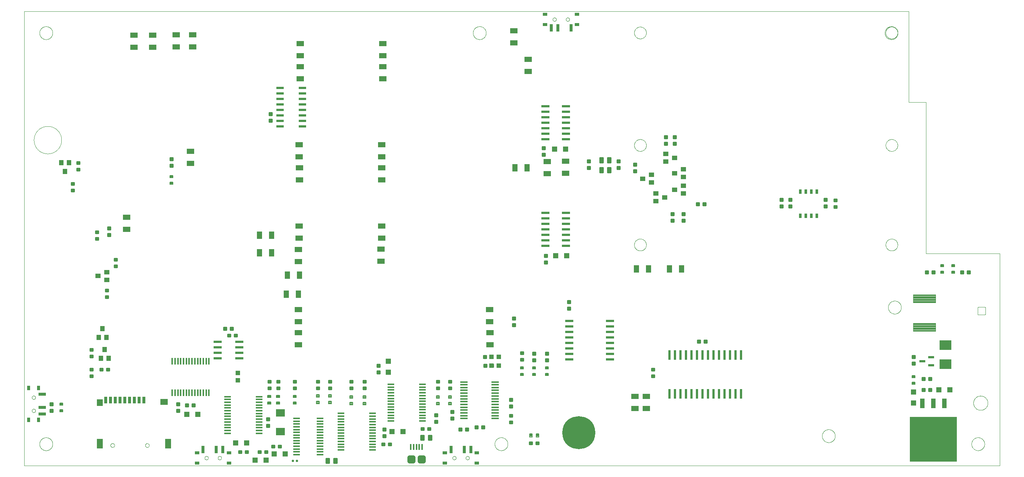
<source format=gtp>
G75*
%MOIN*%
%OFA0B0*%
%FSLAX25Y25*%
%IPPOS*%
%LPD*%
%AMOC8*
5,1,8,0,0,1.08239X$1,22.5*
%
%ADD10C,0.00000*%
%ADD11C,0.30000*%
%ADD12R,0.05000X0.05000*%
%ADD13C,0.00875*%
%ADD14C,0.01000*%
%ADD15R,0.10799X0.08500*%
%ADD16C,0.00750*%
%ADD17C,0.00394*%
%ADD18R,0.07000X0.05000*%
%ADD19R,0.05000X0.07000*%
%ADD20C,0.00100*%
%ADD21R,0.02756X0.06299*%
%ADD22R,0.05512X0.06299*%
%ADD23R,0.05512X0.08661*%
%ADD24R,0.07087X0.05512*%
%ADD25R,0.04500X0.04000*%
%ADD26C,0.00984*%
%ADD27R,0.07800X0.02200*%
%ADD28R,0.42520X0.40984*%
%ADD29R,0.04200X0.08500*%
%ADD30R,0.05906X0.01378*%
%ADD31R,0.02200X0.09000*%
%ADD32R,0.06700X0.02100*%
%ADD33R,0.05200X0.02200*%
%ADD34R,0.07800X0.02100*%
%ADD35R,0.05906X0.01575*%
%ADD36R,0.01575X0.05906*%
%ADD37C,0.00059*%
%ADD38C,0.03740*%
%ADD39R,0.01575X0.05315*%
%ADD40R,0.08000X0.07000*%
%ADD41R,0.06500X0.01700*%
%ADD42R,0.04000X0.04500*%
%ADD43R,0.02756X0.07087*%
%ADD44R,0.04000X0.02756*%
%ADD45R,0.07087X0.02756*%
%ADD46R,0.02756X0.04000*%
%ADD47R,0.04331X0.03937*%
%ADD48R,0.03937X0.04331*%
D10*
X0010114Y0013500D02*
X0010114Y0426886D01*
X0813264Y0426886D01*
X0813264Y0344209D01*
X0829012Y0344209D01*
X0829012Y0206413D01*
X0895941Y0206413D01*
X0895941Y0013500D01*
X0010114Y0013500D01*
X0023893Y0033185D02*
X0023895Y0033338D01*
X0023901Y0033492D01*
X0023911Y0033645D01*
X0023925Y0033797D01*
X0023943Y0033950D01*
X0023965Y0034101D01*
X0023990Y0034252D01*
X0024020Y0034403D01*
X0024054Y0034553D01*
X0024091Y0034701D01*
X0024132Y0034849D01*
X0024177Y0034995D01*
X0024226Y0035141D01*
X0024279Y0035285D01*
X0024335Y0035427D01*
X0024395Y0035568D01*
X0024459Y0035708D01*
X0024526Y0035846D01*
X0024597Y0035982D01*
X0024672Y0036116D01*
X0024749Y0036248D01*
X0024831Y0036378D01*
X0024915Y0036506D01*
X0025003Y0036632D01*
X0025094Y0036755D01*
X0025188Y0036876D01*
X0025286Y0036994D01*
X0025386Y0037110D01*
X0025490Y0037223D01*
X0025596Y0037334D01*
X0025705Y0037442D01*
X0025817Y0037547D01*
X0025931Y0037648D01*
X0026049Y0037747D01*
X0026168Y0037843D01*
X0026290Y0037936D01*
X0026415Y0038025D01*
X0026542Y0038112D01*
X0026671Y0038194D01*
X0026802Y0038274D01*
X0026935Y0038350D01*
X0027070Y0038423D01*
X0027207Y0038492D01*
X0027346Y0038557D01*
X0027486Y0038619D01*
X0027628Y0038677D01*
X0027771Y0038732D01*
X0027916Y0038783D01*
X0028062Y0038830D01*
X0028209Y0038873D01*
X0028357Y0038912D01*
X0028506Y0038948D01*
X0028656Y0038979D01*
X0028807Y0039007D01*
X0028958Y0039031D01*
X0029111Y0039051D01*
X0029263Y0039067D01*
X0029416Y0039079D01*
X0029569Y0039087D01*
X0029722Y0039091D01*
X0029876Y0039091D01*
X0030029Y0039087D01*
X0030182Y0039079D01*
X0030335Y0039067D01*
X0030487Y0039051D01*
X0030640Y0039031D01*
X0030791Y0039007D01*
X0030942Y0038979D01*
X0031092Y0038948D01*
X0031241Y0038912D01*
X0031389Y0038873D01*
X0031536Y0038830D01*
X0031682Y0038783D01*
X0031827Y0038732D01*
X0031970Y0038677D01*
X0032112Y0038619D01*
X0032252Y0038557D01*
X0032391Y0038492D01*
X0032528Y0038423D01*
X0032663Y0038350D01*
X0032796Y0038274D01*
X0032927Y0038194D01*
X0033056Y0038112D01*
X0033183Y0038025D01*
X0033308Y0037936D01*
X0033430Y0037843D01*
X0033549Y0037747D01*
X0033667Y0037648D01*
X0033781Y0037547D01*
X0033893Y0037442D01*
X0034002Y0037334D01*
X0034108Y0037223D01*
X0034212Y0037110D01*
X0034312Y0036994D01*
X0034410Y0036876D01*
X0034504Y0036755D01*
X0034595Y0036632D01*
X0034683Y0036506D01*
X0034767Y0036378D01*
X0034849Y0036248D01*
X0034926Y0036116D01*
X0035001Y0035982D01*
X0035072Y0035846D01*
X0035139Y0035708D01*
X0035203Y0035568D01*
X0035263Y0035427D01*
X0035319Y0035285D01*
X0035372Y0035141D01*
X0035421Y0034995D01*
X0035466Y0034849D01*
X0035507Y0034701D01*
X0035544Y0034553D01*
X0035578Y0034403D01*
X0035608Y0034252D01*
X0035633Y0034101D01*
X0035655Y0033950D01*
X0035673Y0033797D01*
X0035687Y0033645D01*
X0035697Y0033492D01*
X0035703Y0033338D01*
X0035705Y0033185D01*
X0035703Y0033032D01*
X0035697Y0032878D01*
X0035687Y0032725D01*
X0035673Y0032573D01*
X0035655Y0032420D01*
X0035633Y0032269D01*
X0035608Y0032118D01*
X0035578Y0031967D01*
X0035544Y0031817D01*
X0035507Y0031669D01*
X0035466Y0031521D01*
X0035421Y0031375D01*
X0035372Y0031229D01*
X0035319Y0031085D01*
X0035263Y0030943D01*
X0035203Y0030802D01*
X0035139Y0030662D01*
X0035072Y0030524D01*
X0035001Y0030388D01*
X0034926Y0030254D01*
X0034849Y0030122D01*
X0034767Y0029992D01*
X0034683Y0029864D01*
X0034595Y0029738D01*
X0034504Y0029615D01*
X0034410Y0029494D01*
X0034312Y0029376D01*
X0034212Y0029260D01*
X0034108Y0029147D01*
X0034002Y0029036D01*
X0033893Y0028928D01*
X0033781Y0028823D01*
X0033667Y0028722D01*
X0033549Y0028623D01*
X0033430Y0028527D01*
X0033308Y0028434D01*
X0033183Y0028345D01*
X0033056Y0028258D01*
X0032927Y0028176D01*
X0032796Y0028096D01*
X0032663Y0028020D01*
X0032528Y0027947D01*
X0032391Y0027878D01*
X0032252Y0027813D01*
X0032112Y0027751D01*
X0031970Y0027693D01*
X0031827Y0027638D01*
X0031682Y0027587D01*
X0031536Y0027540D01*
X0031389Y0027497D01*
X0031241Y0027458D01*
X0031092Y0027422D01*
X0030942Y0027391D01*
X0030791Y0027363D01*
X0030640Y0027339D01*
X0030487Y0027319D01*
X0030335Y0027303D01*
X0030182Y0027291D01*
X0030029Y0027283D01*
X0029876Y0027279D01*
X0029722Y0027279D01*
X0029569Y0027283D01*
X0029416Y0027291D01*
X0029263Y0027303D01*
X0029111Y0027319D01*
X0028958Y0027339D01*
X0028807Y0027363D01*
X0028656Y0027391D01*
X0028506Y0027422D01*
X0028357Y0027458D01*
X0028209Y0027497D01*
X0028062Y0027540D01*
X0027916Y0027587D01*
X0027771Y0027638D01*
X0027628Y0027693D01*
X0027486Y0027751D01*
X0027346Y0027813D01*
X0027207Y0027878D01*
X0027070Y0027947D01*
X0026935Y0028020D01*
X0026802Y0028096D01*
X0026671Y0028176D01*
X0026542Y0028258D01*
X0026415Y0028345D01*
X0026290Y0028434D01*
X0026168Y0028527D01*
X0026049Y0028623D01*
X0025931Y0028722D01*
X0025817Y0028823D01*
X0025705Y0028928D01*
X0025596Y0029036D01*
X0025490Y0029147D01*
X0025386Y0029260D01*
X0025286Y0029376D01*
X0025188Y0029494D01*
X0025094Y0029615D01*
X0025003Y0029738D01*
X0024915Y0029864D01*
X0024831Y0029992D01*
X0024749Y0030122D01*
X0024672Y0030254D01*
X0024597Y0030388D01*
X0024526Y0030524D01*
X0024459Y0030662D01*
X0024395Y0030802D01*
X0024335Y0030943D01*
X0024279Y0031085D01*
X0024226Y0031229D01*
X0024177Y0031375D01*
X0024132Y0031521D01*
X0024091Y0031669D01*
X0024054Y0031817D01*
X0024020Y0031967D01*
X0023990Y0032118D01*
X0023965Y0032269D01*
X0023943Y0032420D01*
X0023925Y0032573D01*
X0023911Y0032725D01*
X0023901Y0032878D01*
X0023895Y0033032D01*
X0023893Y0033185D01*
X0016939Y0063500D02*
X0016941Y0063580D01*
X0016947Y0063659D01*
X0016957Y0063738D01*
X0016971Y0063817D01*
X0016988Y0063895D01*
X0017010Y0063972D01*
X0017035Y0064047D01*
X0017065Y0064121D01*
X0017097Y0064194D01*
X0017134Y0064265D01*
X0017174Y0064334D01*
X0017217Y0064401D01*
X0017264Y0064466D01*
X0017313Y0064528D01*
X0017366Y0064588D01*
X0017422Y0064645D01*
X0017480Y0064700D01*
X0017541Y0064751D01*
X0017605Y0064799D01*
X0017671Y0064844D01*
X0017739Y0064886D01*
X0017809Y0064924D01*
X0017881Y0064958D01*
X0017954Y0064989D01*
X0018029Y0065017D01*
X0018106Y0065040D01*
X0018183Y0065060D01*
X0018261Y0065076D01*
X0018340Y0065088D01*
X0018419Y0065096D01*
X0018499Y0065100D01*
X0018579Y0065100D01*
X0018659Y0065096D01*
X0018738Y0065088D01*
X0018817Y0065076D01*
X0018895Y0065060D01*
X0018972Y0065040D01*
X0019049Y0065017D01*
X0019124Y0064989D01*
X0019197Y0064958D01*
X0019269Y0064924D01*
X0019339Y0064886D01*
X0019407Y0064844D01*
X0019473Y0064799D01*
X0019537Y0064751D01*
X0019598Y0064700D01*
X0019656Y0064645D01*
X0019712Y0064588D01*
X0019765Y0064528D01*
X0019814Y0064466D01*
X0019861Y0064401D01*
X0019904Y0064334D01*
X0019944Y0064265D01*
X0019981Y0064194D01*
X0020013Y0064121D01*
X0020043Y0064047D01*
X0020068Y0063972D01*
X0020090Y0063895D01*
X0020107Y0063817D01*
X0020121Y0063738D01*
X0020131Y0063659D01*
X0020137Y0063580D01*
X0020139Y0063500D01*
X0020137Y0063420D01*
X0020131Y0063341D01*
X0020121Y0063262D01*
X0020107Y0063183D01*
X0020090Y0063105D01*
X0020068Y0063028D01*
X0020043Y0062953D01*
X0020013Y0062879D01*
X0019981Y0062806D01*
X0019944Y0062735D01*
X0019904Y0062666D01*
X0019861Y0062599D01*
X0019814Y0062534D01*
X0019765Y0062472D01*
X0019712Y0062412D01*
X0019656Y0062355D01*
X0019598Y0062300D01*
X0019537Y0062249D01*
X0019473Y0062201D01*
X0019407Y0062156D01*
X0019339Y0062114D01*
X0019269Y0062076D01*
X0019197Y0062042D01*
X0019124Y0062011D01*
X0019049Y0061983D01*
X0018972Y0061960D01*
X0018895Y0061940D01*
X0018817Y0061924D01*
X0018738Y0061912D01*
X0018659Y0061904D01*
X0018579Y0061900D01*
X0018499Y0061900D01*
X0018419Y0061904D01*
X0018340Y0061912D01*
X0018261Y0061924D01*
X0018183Y0061940D01*
X0018106Y0061960D01*
X0018029Y0061983D01*
X0017954Y0062011D01*
X0017881Y0062042D01*
X0017809Y0062076D01*
X0017739Y0062114D01*
X0017671Y0062156D01*
X0017605Y0062201D01*
X0017541Y0062249D01*
X0017480Y0062300D01*
X0017422Y0062355D01*
X0017366Y0062412D01*
X0017313Y0062472D01*
X0017264Y0062534D01*
X0017217Y0062599D01*
X0017174Y0062666D01*
X0017134Y0062735D01*
X0017097Y0062806D01*
X0017065Y0062879D01*
X0017035Y0062953D01*
X0017010Y0063028D01*
X0016988Y0063105D01*
X0016971Y0063183D01*
X0016957Y0063262D01*
X0016947Y0063341D01*
X0016941Y0063420D01*
X0016939Y0063500D01*
X0016939Y0075500D02*
X0016941Y0075580D01*
X0016947Y0075659D01*
X0016957Y0075738D01*
X0016971Y0075817D01*
X0016988Y0075895D01*
X0017010Y0075972D01*
X0017035Y0076047D01*
X0017065Y0076121D01*
X0017097Y0076194D01*
X0017134Y0076265D01*
X0017174Y0076334D01*
X0017217Y0076401D01*
X0017264Y0076466D01*
X0017313Y0076528D01*
X0017366Y0076588D01*
X0017422Y0076645D01*
X0017480Y0076700D01*
X0017541Y0076751D01*
X0017605Y0076799D01*
X0017671Y0076844D01*
X0017739Y0076886D01*
X0017809Y0076924D01*
X0017881Y0076958D01*
X0017954Y0076989D01*
X0018029Y0077017D01*
X0018106Y0077040D01*
X0018183Y0077060D01*
X0018261Y0077076D01*
X0018340Y0077088D01*
X0018419Y0077096D01*
X0018499Y0077100D01*
X0018579Y0077100D01*
X0018659Y0077096D01*
X0018738Y0077088D01*
X0018817Y0077076D01*
X0018895Y0077060D01*
X0018972Y0077040D01*
X0019049Y0077017D01*
X0019124Y0076989D01*
X0019197Y0076958D01*
X0019269Y0076924D01*
X0019339Y0076886D01*
X0019407Y0076844D01*
X0019473Y0076799D01*
X0019537Y0076751D01*
X0019598Y0076700D01*
X0019656Y0076645D01*
X0019712Y0076588D01*
X0019765Y0076528D01*
X0019814Y0076466D01*
X0019861Y0076401D01*
X0019904Y0076334D01*
X0019944Y0076265D01*
X0019981Y0076194D01*
X0020013Y0076121D01*
X0020043Y0076047D01*
X0020068Y0075972D01*
X0020090Y0075895D01*
X0020107Y0075817D01*
X0020121Y0075738D01*
X0020131Y0075659D01*
X0020137Y0075580D01*
X0020139Y0075500D01*
X0020137Y0075420D01*
X0020131Y0075341D01*
X0020121Y0075262D01*
X0020107Y0075183D01*
X0020090Y0075105D01*
X0020068Y0075028D01*
X0020043Y0074953D01*
X0020013Y0074879D01*
X0019981Y0074806D01*
X0019944Y0074735D01*
X0019904Y0074666D01*
X0019861Y0074599D01*
X0019814Y0074534D01*
X0019765Y0074472D01*
X0019712Y0074412D01*
X0019656Y0074355D01*
X0019598Y0074300D01*
X0019537Y0074249D01*
X0019473Y0074201D01*
X0019407Y0074156D01*
X0019339Y0074114D01*
X0019269Y0074076D01*
X0019197Y0074042D01*
X0019124Y0074011D01*
X0019049Y0073983D01*
X0018972Y0073960D01*
X0018895Y0073940D01*
X0018817Y0073924D01*
X0018738Y0073912D01*
X0018659Y0073904D01*
X0018579Y0073900D01*
X0018499Y0073900D01*
X0018419Y0073904D01*
X0018340Y0073912D01*
X0018261Y0073924D01*
X0018183Y0073940D01*
X0018106Y0073960D01*
X0018029Y0073983D01*
X0017954Y0074011D01*
X0017881Y0074042D01*
X0017809Y0074076D01*
X0017739Y0074114D01*
X0017671Y0074156D01*
X0017605Y0074201D01*
X0017541Y0074249D01*
X0017480Y0074300D01*
X0017422Y0074355D01*
X0017366Y0074412D01*
X0017313Y0074472D01*
X0017264Y0074534D01*
X0017217Y0074599D01*
X0017174Y0074666D01*
X0017134Y0074735D01*
X0017097Y0074806D01*
X0017065Y0074879D01*
X0017035Y0074953D01*
X0017010Y0075028D01*
X0016988Y0075105D01*
X0016971Y0075183D01*
X0016957Y0075262D01*
X0016947Y0075341D01*
X0016941Y0075420D01*
X0016939Y0075500D01*
X0088374Y0031972D02*
X0088376Y0032056D01*
X0088382Y0032139D01*
X0088392Y0032222D01*
X0088406Y0032305D01*
X0088423Y0032387D01*
X0088445Y0032468D01*
X0088470Y0032547D01*
X0088499Y0032626D01*
X0088532Y0032703D01*
X0088568Y0032778D01*
X0088608Y0032852D01*
X0088651Y0032924D01*
X0088698Y0032993D01*
X0088748Y0033060D01*
X0088801Y0033125D01*
X0088857Y0033187D01*
X0088915Y0033247D01*
X0088977Y0033304D01*
X0089041Y0033357D01*
X0089108Y0033408D01*
X0089177Y0033455D01*
X0089248Y0033500D01*
X0089321Y0033540D01*
X0089396Y0033577D01*
X0089473Y0033611D01*
X0089551Y0033641D01*
X0089630Y0033667D01*
X0089711Y0033690D01*
X0089793Y0033708D01*
X0089875Y0033723D01*
X0089958Y0033734D01*
X0090041Y0033741D01*
X0090125Y0033744D01*
X0090209Y0033743D01*
X0090292Y0033738D01*
X0090376Y0033729D01*
X0090458Y0033716D01*
X0090540Y0033700D01*
X0090621Y0033679D01*
X0090702Y0033655D01*
X0090780Y0033627D01*
X0090858Y0033595D01*
X0090934Y0033559D01*
X0091008Y0033520D01*
X0091080Y0033478D01*
X0091150Y0033432D01*
X0091218Y0033383D01*
X0091283Y0033331D01*
X0091346Y0033276D01*
X0091406Y0033218D01*
X0091464Y0033157D01*
X0091518Y0033093D01*
X0091570Y0033027D01*
X0091618Y0032959D01*
X0091663Y0032888D01*
X0091704Y0032815D01*
X0091743Y0032741D01*
X0091777Y0032665D01*
X0091808Y0032587D01*
X0091835Y0032508D01*
X0091859Y0032427D01*
X0091878Y0032346D01*
X0091894Y0032264D01*
X0091906Y0032181D01*
X0091914Y0032097D01*
X0091918Y0032014D01*
X0091918Y0031930D01*
X0091914Y0031847D01*
X0091906Y0031763D01*
X0091894Y0031680D01*
X0091878Y0031598D01*
X0091859Y0031517D01*
X0091835Y0031436D01*
X0091808Y0031357D01*
X0091777Y0031279D01*
X0091743Y0031203D01*
X0091704Y0031129D01*
X0091663Y0031056D01*
X0091618Y0030985D01*
X0091570Y0030917D01*
X0091518Y0030851D01*
X0091464Y0030787D01*
X0091406Y0030726D01*
X0091346Y0030668D01*
X0091283Y0030613D01*
X0091218Y0030561D01*
X0091150Y0030512D01*
X0091080Y0030466D01*
X0091008Y0030424D01*
X0090934Y0030385D01*
X0090858Y0030349D01*
X0090780Y0030317D01*
X0090702Y0030289D01*
X0090621Y0030265D01*
X0090540Y0030244D01*
X0090458Y0030228D01*
X0090376Y0030215D01*
X0090292Y0030206D01*
X0090209Y0030201D01*
X0090125Y0030200D01*
X0090041Y0030203D01*
X0089958Y0030210D01*
X0089875Y0030221D01*
X0089793Y0030236D01*
X0089711Y0030254D01*
X0089630Y0030277D01*
X0089551Y0030303D01*
X0089473Y0030333D01*
X0089396Y0030367D01*
X0089321Y0030404D01*
X0089248Y0030444D01*
X0089177Y0030489D01*
X0089108Y0030536D01*
X0089041Y0030587D01*
X0088977Y0030640D01*
X0088915Y0030697D01*
X0088857Y0030757D01*
X0088801Y0030819D01*
X0088748Y0030884D01*
X0088698Y0030951D01*
X0088651Y0031020D01*
X0088608Y0031092D01*
X0088568Y0031166D01*
X0088532Y0031241D01*
X0088499Y0031318D01*
X0088470Y0031397D01*
X0088445Y0031476D01*
X0088423Y0031557D01*
X0088406Y0031639D01*
X0088392Y0031722D01*
X0088382Y0031805D01*
X0088376Y0031888D01*
X0088374Y0031972D01*
X0119870Y0031972D02*
X0119872Y0032056D01*
X0119878Y0032139D01*
X0119888Y0032222D01*
X0119902Y0032305D01*
X0119919Y0032387D01*
X0119941Y0032468D01*
X0119966Y0032547D01*
X0119995Y0032626D01*
X0120028Y0032703D01*
X0120064Y0032778D01*
X0120104Y0032852D01*
X0120147Y0032924D01*
X0120194Y0032993D01*
X0120244Y0033060D01*
X0120297Y0033125D01*
X0120353Y0033187D01*
X0120411Y0033247D01*
X0120473Y0033304D01*
X0120537Y0033357D01*
X0120604Y0033408D01*
X0120673Y0033455D01*
X0120744Y0033500D01*
X0120817Y0033540D01*
X0120892Y0033577D01*
X0120969Y0033611D01*
X0121047Y0033641D01*
X0121126Y0033667D01*
X0121207Y0033690D01*
X0121289Y0033708D01*
X0121371Y0033723D01*
X0121454Y0033734D01*
X0121537Y0033741D01*
X0121621Y0033744D01*
X0121705Y0033743D01*
X0121788Y0033738D01*
X0121872Y0033729D01*
X0121954Y0033716D01*
X0122036Y0033700D01*
X0122117Y0033679D01*
X0122198Y0033655D01*
X0122276Y0033627D01*
X0122354Y0033595D01*
X0122430Y0033559D01*
X0122504Y0033520D01*
X0122576Y0033478D01*
X0122646Y0033432D01*
X0122714Y0033383D01*
X0122779Y0033331D01*
X0122842Y0033276D01*
X0122902Y0033218D01*
X0122960Y0033157D01*
X0123014Y0033093D01*
X0123066Y0033027D01*
X0123114Y0032959D01*
X0123159Y0032888D01*
X0123200Y0032815D01*
X0123239Y0032741D01*
X0123273Y0032665D01*
X0123304Y0032587D01*
X0123331Y0032508D01*
X0123355Y0032427D01*
X0123374Y0032346D01*
X0123390Y0032264D01*
X0123402Y0032181D01*
X0123410Y0032097D01*
X0123414Y0032014D01*
X0123414Y0031930D01*
X0123410Y0031847D01*
X0123402Y0031763D01*
X0123390Y0031680D01*
X0123374Y0031598D01*
X0123355Y0031517D01*
X0123331Y0031436D01*
X0123304Y0031357D01*
X0123273Y0031279D01*
X0123239Y0031203D01*
X0123200Y0031129D01*
X0123159Y0031056D01*
X0123114Y0030985D01*
X0123066Y0030917D01*
X0123014Y0030851D01*
X0122960Y0030787D01*
X0122902Y0030726D01*
X0122842Y0030668D01*
X0122779Y0030613D01*
X0122714Y0030561D01*
X0122646Y0030512D01*
X0122576Y0030466D01*
X0122504Y0030424D01*
X0122430Y0030385D01*
X0122354Y0030349D01*
X0122276Y0030317D01*
X0122198Y0030289D01*
X0122117Y0030265D01*
X0122036Y0030244D01*
X0121954Y0030228D01*
X0121872Y0030215D01*
X0121788Y0030206D01*
X0121705Y0030201D01*
X0121621Y0030200D01*
X0121537Y0030203D01*
X0121454Y0030210D01*
X0121371Y0030221D01*
X0121289Y0030236D01*
X0121207Y0030254D01*
X0121126Y0030277D01*
X0121047Y0030303D01*
X0120969Y0030333D01*
X0120892Y0030367D01*
X0120817Y0030404D01*
X0120744Y0030444D01*
X0120673Y0030489D01*
X0120604Y0030536D01*
X0120537Y0030587D01*
X0120473Y0030640D01*
X0120411Y0030697D01*
X0120353Y0030757D01*
X0120297Y0030819D01*
X0120244Y0030884D01*
X0120194Y0030951D01*
X0120147Y0031020D01*
X0120104Y0031092D01*
X0120064Y0031166D01*
X0120028Y0031241D01*
X0119995Y0031318D01*
X0119966Y0031397D01*
X0119941Y0031476D01*
X0119919Y0031557D01*
X0119902Y0031639D01*
X0119888Y0031722D01*
X0119878Y0031805D01*
X0119872Y0031888D01*
X0119870Y0031972D01*
X0173839Y0020500D02*
X0173841Y0020580D01*
X0173847Y0020659D01*
X0173857Y0020738D01*
X0173871Y0020817D01*
X0173888Y0020895D01*
X0173910Y0020972D01*
X0173935Y0021047D01*
X0173965Y0021121D01*
X0173997Y0021194D01*
X0174034Y0021265D01*
X0174074Y0021334D01*
X0174117Y0021401D01*
X0174164Y0021466D01*
X0174213Y0021528D01*
X0174266Y0021588D01*
X0174322Y0021645D01*
X0174380Y0021700D01*
X0174441Y0021751D01*
X0174505Y0021799D01*
X0174571Y0021844D01*
X0174639Y0021886D01*
X0174709Y0021924D01*
X0174781Y0021958D01*
X0174854Y0021989D01*
X0174929Y0022017D01*
X0175006Y0022040D01*
X0175083Y0022060D01*
X0175161Y0022076D01*
X0175240Y0022088D01*
X0175319Y0022096D01*
X0175399Y0022100D01*
X0175479Y0022100D01*
X0175559Y0022096D01*
X0175638Y0022088D01*
X0175717Y0022076D01*
X0175795Y0022060D01*
X0175872Y0022040D01*
X0175949Y0022017D01*
X0176024Y0021989D01*
X0176097Y0021958D01*
X0176169Y0021924D01*
X0176239Y0021886D01*
X0176307Y0021844D01*
X0176373Y0021799D01*
X0176437Y0021751D01*
X0176498Y0021700D01*
X0176556Y0021645D01*
X0176612Y0021588D01*
X0176665Y0021528D01*
X0176714Y0021466D01*
X0176761Y0021401D01*
X0176804Y0021334D01*
X0176844Y0021265D01*
X0176881Y0021194D01*
X0176913Y0021121D01*
X0176943Y0021047D01*
X0176968Y0020972D01*
X0176990Y0020895D01*
X0177007Y0020817D01*
X0177021Y0020738D01*
X0177031Y0020659D01*
X0177037Y0020580D01*
X0177039Y0020500D01*
X0177037Y0020420D01*
X0177031Y0020341D01*
X0177021Y0020262D01*
X0177007Y0020183D01*
X0176990Y0020105D01*
X0176968Y0020028D01*
X0176943Y0019953D01*
X0176913Y0019879D01*
X0176881Y0019806D01*
X0176844Y0019735D01*
X0176804Y0019666D01*
X0176761Y0019599D01*
X0176714Y0019534D01*
X0176665Y0019472D01*
X0176612Y0019412D01*
X0176556Y0019355D01*
X0176498Y0019300D01*
X0176437Y0019249D01*
X0176373Y0019201D01*
X0176307Y0019156D01*
X0176239Y0019114D01*
X0176169Y0019076D01*
X0176097Y0019042D01*
X0176024Y0019011D01*
X0175949Y0018983D01*
X0175872Y0018960D01*
X0175795Y0018940D01*
X0175717Y0018924D01*
X0175638Y0018912D01*
X0175559Y0018904D01*
X0175479Y0018900D01*
X0175399Y0018900D01*
X0175319Y0018904D01*
X0175240Y0018912D01*
X0175161Y0018924D01*
X0175083Y0018940D01*
X0175006Y0018960D01*
X0174929Y0018983D01*
X0174854Y0019011D01*
X0174781Y0019042D01*
X0174709Y0019076D01*
X0174639Y0019114D01*
X0174571Y0019156D01*
X0174505Y0019201D01*
X0174441Y0019249D01*
X0174380Y0019300D01*
X0174322Y0019355D01*
X0174266Y0019412D01*
X0174213Y0019472D01*
X0174164Y0019534D01*
X0174117Y0019599D01*
X0174074Y0019666D01*
X0174034Y0019735D01*
X0173997Y0019806D01*
X0173965Y0019879D01*
X0173935Y0019953D01*
X0173910Y0020028D01*
X0173888Y0020105D01*
X0173871Y0020183D01*
X0173857Y0020262D01*
X0173847Y0020341D01*
X0173841Y0020420D01*
X0173839Y0020500D01*
X0185839Y0020500D02*
X0185841Y0020580D01*
X0185847Y0020659D01*
X0185857Y0020738D01*
X0185871Y0020817D01*
X0185888Y0020895D01*
X0185910Y0020972D01*
X0185935Y0021047D01*
X0185965Y0021121D01*
X0185997Y0021194D01*
X0186034Y0021265D01*
X0186074Y0021334D01*
X0186117Y0021401D01*
X0186164Y0021466D01*
X0186213Y0021528D01*
X0186266Y0021588D01*
X0186322Y0021645D01*
X0186380Y0021700D01*
X0186441Y0021751D01*
X0186505Y0021799D01*
X0186571Y0021844D01*
X0186639Y0021886D01*
X0186709Y0021924D01*
X0186781Y0021958D01*
X0186854Y0021989D01*
X0186929Y0022017D01*
X0187006Y0022040D01*
X0187083Y0022060D01*
X0187161Y0022076D01*
X0187240Y0022088D01*
X0187319Y0022096D01*
X0187399Y0022100D01*
X0187479Y0022100D01*
X0187559Y0022096D01*
X0187638Y0022088D01*
X0187717Y0022076D01*
X0187795Y0022060D01*
X0187872Y0022040D01*
X0187949Y0022017D01*
X0188024Y0021989D01*
X0188097Y0021958D01*
X0188169Y0021924D01*
X0188239Y0021886D01*
X0188307Y0021844D01*
X0188373Y0021799D01*
X0188437Y0021751D01*
X0188498Y0021700D01*
X0188556Y0021645D01*
X0188612Y0021588D01*
X0188665Y0021528D01*
X0188714Y0021466D01*
X0188761Y0021401D01*
X0188804Y0021334D01*
X0188844Y0021265D01*
X0188881Y0021194D01*
X0188913Y0021121D01*
X0188943Y0021047D01*
X0188968Y0020972D01*
X0188990Y0020895D01*
X0189007Y0020817D01*
X0189021Y0020738D01*
X0189031Y0020659D01*
X0189037Y0020580D01*
X0189039Y0020500D01*
X0189037Y0020420D01*
X0189031Y0020341D01*
X0189021Y0020262D01*
X0189007Y0020183D01*
X0188990Y0020105D01*
X0188968Y0020028D01*
X0188943Y0019953D01*
X0188913Y0019879D01*
X0188881Y0019806D01*
X0188844Y0019735D01*
X0188804Y0019666D01*
X0188761Y0019599D01*
X0188714Y0019534D01*
X0188665Y0019472D01*
X0188612Y0019412D01*
X0188556Y0019355D01*
X0188498Y0019300D01*
X0188437Y0019249D01*
X0188373Y0019201D01*
X0188307Y0019156D01*
X0188239Y0019114D01*
X0188169Y0019076D01*
X0188097Y0019042D01*
X0188024Y0019011D01*
X0187949Y0018983D01*
X0187872Y0018960D01*
X0187795Y0018940D01*
X0187717Y0018924D01*
X0187638Y0018912D01*
X0187559Y0018904D01*
X0187479Y0018900D01*
X0187399Y0018900D01*
X0187319Y0018904D01*
X0187240Y0018912D01*
X0187161Y0018924D01*
X0187083Y0018940D01*
X0187006Y0018960D01*
X0186929Y0018983D01*
X0186854Y0019011D01*
X0186781Y0019042D01*
X0186709Y0019076D01*
X0186639Y0019114D01*
X0186571Y0019156D01*
X0186505Y0019201D01*
X0186441Y0019249D01*
X0186380Y0019300D01*
X0186322Y0019355D01*
X0186266Y0019412D01*
X0186213Y0019472D01*
X0186164Y0019534D01*
X0186117Y0019599D01*
X0186074Y0019666D01*
X0186034Y0019735D01*
X0185997Y0019806D01*
X0185965Y0019879D01*
X0185935Y0019953D01*
X0185910Y0020028D01*
X0185888Y0020105D01*
X0185871Y0020183D01*
X0185857Y0020262D01*
X0185847Y0020341D01*
X0185841Y0020420D01*
X0185839Y0020500D01*
X0398939Y0020500D02*
X0398941Y0020580D01*
X0398947Y0020659D01*
X0398957Y0020738D01*
X0398971Y0020817D01*
X0398988Y0020895D01*
X0399010Y0020972D01*
X0399035Y0021047D01*
X0399065Y0021121D01*
X0399097Y0021194D01*
X0399134Y0021265D01*
X0399174Y0021334D01*
X0399217Y0021401D01*
X0399264Y0021466D01*
X0399313Y0021528D01*
X0399366Y0021588D01*
X0399422Y0021645D01*
X0399480Y0021700D01*
X0399541Y0021751D01*
X0399605Y0021799D01*
X0399671Y0021844D01*
X0399739Y0021886D01*
X0399809Y0021924D01*
X0399881Y0021958D01*
X0399954Y0021989D01*
X0400029Y0022017D01*
X0400106Y0022040D01*
X0400183Y0022060D01*
X0400261Y0022076D01*
X0400340Y0022088D01*
X0400419Y0022096D01*
X0400499Y0022100D01*
X0400579Y0022100D01*
X0400659Y0022096D01*
X0400738Y0022088D01*
X0400817Y0022076D01*
X0400895Y0022060D01*
X0400972Y0022040D01*
X0401049Y0022017D01*
X0401124Y0021989D01*
X0401197Y0021958D01*
X0401269Y0021924D01*
X0401339Y0021886D01*
X0401407Y0021844D01*
X0401473Y0021799D01*
X0401537Y0021751D01*
X0401598Y0021700D01*
X0401656Y0021645D01*
X0401712Y0021588D01*
X0401765Y0021528D01*
X0401814Y0021466D01*
X0401861Y0021401D01*
X0401904Y0021334D01*
X0401944Y0021265D01*
X0401981Y0021194D01*
X0402013Y0021121D01*
X0402043Y0021047D01*
X0402068Y0020972D01*
X0402090Y0020895D01*
X0402107Y0020817D01*
X0402121Y0020738D01*
X0402131Y0020659D01*
X0402137Y0020580D01*
X0402139Y0020500D01*
X0402137Y0020420D01*
X0402131Y0020341D01*
X0402121Y0020262D01*
X0402107Y0020183D01*
X0402090Y0020105D01*
X0402068Y0020028D01*
X0402043Y0019953D01*
X0402013Y0019879D01*
X0401981Y0019806D01*
X0401944Y0019735D01*
X0401904Y0019666D01*
X0401861Y0019599D01*
X0401814Y0019534D01*
X0401765Y0019472D01*
X0401712Y0019412D01*
X0401656Y0019355D01*
X0401598Y0019300D01*
X0401537Y0019249D01*
X0401473Y0019201D01*
X0401407Y0019156D01*
X0401339Y0019114D01*
X0401269Y0019076D01*
X0401197Y0019042D01*
X0401124Y0019011D01*
X0401049Y0018983D01*
X0400972Y0018960D01*
X0400895Y0018940D01*
X0400817Y0018924D01*
X0400738Y0018912D01*
X0400659Y0018904D01*
X0400579Y0018900D01*
X0400499Y0018900D01*
X0400419Y0018904D01*
X0400340Y0018912D01*
X0400261Y0018924D01*
X0400183Y0018940D01*
X0400106Y0018960D01*
X0400029Y0018983D01*
X0399954Y0019011D01*
X0399881Y0019042D01*
X0399809Y0019076D01*
X0399739Y0019114D01*
X0399671Y0019156D01*
X0399605Y0019201D01*
X0399541Y0019249D01*
X0399480Y0019300D01*
X0399422Y0019355D01*
X0399366Y0019412D01*
X0399313Y0019472D01*
X0399264Y0019534D01*
X0399217Y0019599D01*
X0399174Y0019666D01*
X0399134Y0019735D01*
X0399097Y0019806D01*
X0399065Y0019879D01*
X0399035Y0019953D01*
X0399010Y0020028D01*
X0398988Y0020105D01*
X0398971Y0020183D01*
X0398957Y0020262D01*
X0398947Y0020341D01*
X0398941Y0020420D01*
X0398939Y0020500D01*
X0410939Y0020500D02*
X0410941Y0020580D01*
X0410947Y0020659D01*
X0410957Y0020738D01*
X0410971Y0020817D01*
X0410988Y0020895D01*
X0411010Y0020972D01*
X0411035Y0021047D01*
X0411065Y0021121D01*
X0411097Y0021194D01*
X0411134Y0021265D01*
X0411174Y0021334D01*
X0411217Y0021401D01*
X0411264Y0021466D01*
X0411313Y0021528D01*
X0411366Y0021588D01*
X0411422Y0021645D01*
X0411480Y0021700D01*
X0411541Y0021751D01*
X0411605Y0021799D01*
X0411671Y0021844D01*
X0411739Y0021886D01*
X0411809Y0021924D01*
X0411881Y0021958D01*
X0411954Y0021989D01*
X0412029Y0022017D01*
X0412106Y0022040D01*
X0412183Y0022060D01*
X0412261Y0022076D01*
X0412340Y0022088D01*
X0412419Y0022096D01*
X0412499Y0022100D01*
X0412579Y0022100D01*
X0412659Y0022096D01*
X0412738Y0022088D01*
X0412817Y0022076D01*
X0412895Y0022060D01*
X0412972Y0022040D01*
X0413049Y0022017D01*
X0413124Y0021989D01*
X0413197Y0021958D01*
X0413269Y0021924D01*
X0413339Y0021886D01*
X0413407Y0021844D01*
X0413473Y0021799D01*
X0413537Y0021751D01*
X0413598Y0021700D01*
X0413656Y0021645D01*
X0413712Y0021588D01*
X0413765Y0021528D01*
X0413814Y0021466D01*
X0413861Y0021401D01*
X0413904Y0021334D01*
X0413944Y0021265D01*
X0413981Y0021194D01*
X0414013Y0021121D01*
X0414043Y0021047D01*
X0414068Y0020972D01*
X0414090Y0020895D01*
X0414107Y0020817D01*
X0414121Y0020738D01*
X0414131Y0020659D01*
X0414137Y0020580D01*
X0414139Y0020500D01*
X0414137Y0020420D01*
X0414131Y0020341D01*
X0414121Y0020262D01*
X0414107Y0020183D01*
X0414090Y0020105D01*
X0414068Y0020028D01*
X0414043Y0019953D01*
X0414013Y0019879D01*
X0413981Y0019806D01*
X0413944Y0019735D01*
X0413904Y0019666D01*
X0413861Y0019599D01*
X0413814Y0019534D01*
X0413765Y0019472D01*
X0413712Y0019412D01*
X0413656Y0019355D01*
X0413598Y0019300D01*
X0413537Y0019249D01*
X0413473Y0019201D01*
X0413407Y0019156D01*
X0413339Y0019114D01*
X0413269Y0019076D01*
X0413197Y0019042D01*
X0413124Y0019011D01*
X0413049Y0018983D01*
X0412972Y0018960D01*
X0412895Y0018940D01*
X0412817Y0018924D01*
X0412738Y0018912D01*
X0412659Y0018904D01*
X0412579Y0018900D01*
X0412499Y0018900D01*
X0412419Y0018904D01*
X0412340Y0018912D01*
X0412261Y0018924D01*
X0412183Y0018940D01*
X0412106Y0018960D01*
X0412029Y0018983D01*
X0411954Y0019011D01*
X0411881Y0019042D01*
X0411809Y0019076D01*
X0411739Y0019114D01*
X0411671Y0019156D01*
X0411605Y0019201D01*
X0411541Y0019249D01*
X0411480Y0019300D01*
X0411422Y0019355D01*
X0411366Y0019412D01*
X0411313Y0019472D01*
X0411264Y0019534D01*
X0411217Y0019599D01*
X0411174Y0019666D01*
X0411134Y0019735D01*
X0411097Y0019806D01*
X0411065Y0019879D01*
X0411035Y0019953D01*
X0411010Y0020028D01*
X0410988Y0020105D01*
X0410971Y0020183D01*
X0410957Y0020262D01*
X0410947Y0020341D01*
X0410941Y0020420D01*
X0410939Y0020500D01*
X0437279Y0033185D02*
X0437281Y0033338D01*
X0437287Y0033492D01*
X0437297Y0033645D01*
X0437311Y0033797D01*
X0437329Y0033950D01*
X0437351Y0034101D01*
X0437376Y0034252D01*
X0437406Y0034403D01*
X0437440Y0034553D01*
X0437477Y0034701D01*
X0437518Y0034849D01*
X0437563Y0034995D01*
X0437612Y0035141D01*
X0437665Y0035285D01*
X0437721Y0035427D01*
X0437781Y0035568D01*
X0437845Y0035708D01*
X0437912Y0035846D01*
X0437983Y0035982D01*
X0438058Y0036116D01*
X0438135Y0036248D01*
X0438217Y0036378D01*
X0438301Y0036506D01*
X0438389Y0036632D01*
X0438480Y0036755D01*
X0438574Y0036876D01*
X0438672Y0036994D01*
X0438772Y0037110D01*
X0438876Y0037223D01*
X0438982Y0037334D01*
X0439091Y0037442D01*
X0439203Y0037547D01*
X0439317Y0037648D01*
X0439435Y0037747D01*
X0439554Y0037843D01*
X0439676Y0037936D01*
X0439801Y0038025D01*
X0439928Y0038112D01*
X0440057Y0038194D01*
X0440188Y0038274D01*
X0440321Y0038350D01*
X0440456Y0038423D01*
X0440593Y0038492D01*
X0440732Y0038557D01*
X0440872Y0038619D01*
X0441014Y0038677D01*
X0441157Y0038732D01*
X0441302Y0038783D01*
X0441448Y0038830D01*
X0441595Y0038873D01*
X0441743Y0038912D01*
X0441892Y0038948D01*
X0442042Y0038979D01*
X0442193Y0039007D01*
X0442344Y0039031D01*
X0442497Y0039051D01*
X0442649Y0039067D01*
X0442802Y0039079D01*
X0442955Y0039087D01*
X0443108Y0039091D01*
X0443262Y0039091D01*
X0443415Y0039087D01*
X0443568Y0039079D01*
X0443721Y0039067D01*
X0443873Y0039051D01*
X0444026Y0039031D01*
X0444177Y0039007D01*
X0444328Y0038979D01*
X0444478Y0038948D01*
X0444627Y0038912D01*
X0444775Y0038873D01*
X0444922Y0038830D01*
X0445068Y0038783D01*
X0445213Y0038732D01*
X0445356Y0038677D01*
X0445498Y0038619D01*
X0445638Y0038557D01*
X0445777Y0038492D01*
X0445914Y0038423D01*
X0446049Y0038350D01*
X0446182Y0038274D01*
X0446313Y0038194D01*
X0446442Y0038112D01*
X0446569Y0038025D01*
X0446694Y0037936D01*
X0446816Y0037843D01*
X0446935Y0037747D01*
X0447053Y0037648D01*
X0447167Y0037547D01*
X0447279Y0037442D01*
X0447388Y0037334D01*
X0447494Y0037223D01*
X0447598Y0037110D01*
X0447698Y0036994D01*
X0447796Y0036876D01*
X0447890Y0036755D01*
X0447981Y0036632D01*
X0448069Y0036506D01*
X0448153Y0036378D01*
X0448235Y0036248D01*
X0448312Y0036116D01*
X0448387Y0035982D01*
X0448458Y0035846D01*
X0448525Y0035708D01*
X0448589Y0035568D01*
X0448649Y0035427D01*
X0448705Y0035285D01*
X0448758Y0035141D01*
X0448807Y0034995D01*
X0448852Y0034849D01*
X0448893Y0034701D01*
X0448930Y0034553D01*
X0448964Y0034403D01*
X0448994Y0034252D01*
X0449019Y0034101D01*
X0449041Y0033950D01*
X0449059Y0033797D01*
X0449073Y0033645D01*
X0449083Y0033492D01*
X0449089Y0033338D01*
X0449091Y0033185D01*
X0449089Y0033032D01*
X0449083Y0032878D01*
X0449073Y0032725D01*
X0449059Y0032573D01*
X0449041Y0032420D01*
X0449019Y0032269D01*
X0448994Y0032118D01*
X0448964Y0031967D01*
X0448930Y0031817D01*
X0448893Y0031669D01*
X0448852Y0031521D01*
X0448807Y0031375D01*
X0448758Y0031229D01*
X0448705Y0031085D01*
X0448649Y0030943D01*
X0448589Y0030802D01*
X0448525Y0030662D01*
X0448458Y0030524D01*
X0448387Y0030388D01*
X0448312Y0030254D01*
X0448235Y0030122D01*
X0448153Y0029992D01*
X0448069Y0029864D01*
X0447981Y0029738D01*
X0447890Y0029615D01*
X0447796Y0029494D01*
X0447698Y0029376D01*
X0447598Y0029260D01*
X0447494Y0029147D01*
X0447388Y0029036D01*
X0447279Y0028928D01*
X0447167Y0028823D01*
X0447053Y0028722D01*
X0446935Y0028623D01*
X0446816Y0028527D01*
X0446694Y0028434D01*
X0446569Y0028345D01*
X0446442Y0028258D01*
X0446313Y0028176D01*
X0446182Y0028096D01*
X0446049Y0028020D01*
X0445914Y0027947D01*
X0445777Y0027878D01*
X0445638Y0027813D01*
X0445498Y0027751D01*
X0445356Y0027693D01*
X0445213Y0027638D01*
X0445068Y0027587D01*
X0444922Y0027540D01*
X0444775Y0027497D01*
X0444627Y0027458D01*
X0444478Y0027422D01*
X0444328Y0027391D01*
X0444177Y0027363D01*
X0444026Y0027339D01*
X0443873Y0027319D01*
X0443721Y0027303D01*
X0443568Y0027291D01*
X0443415Y0027283D01*
X0443262Y0027279D01*
X0443108Y0027279D01*
X0442955Y0027283D01*
X0442802Y0027291D01*
X0442649Y0027303D01*
X0442497Y0027319D01*
X0442344Y0027339D01*
X0442193Y0027363D01*
X0442042Y0027391D01*
X0441892Y0027422D01*
X0441743Y0027458D01*
X0441595Y0027497D01*
X0441448Y0027540D01*
X0441302Y0027587D01*
X0441157Y0027638D01*
X0441014Y0027693D01*
X0440872Y0027751D01*
X0440732Y0027813D01*
X0440593Y0027878D01*
X0440456Y0027947D01*
X0440321Y0028020D01*
X0440188Y0028096D01*
X0440057Y0028176D01*
X0439928Y0028258D01*
X0439801Y0028345D01*
X0439676Y0028434D01*
X0439554Y0028527D01*
X0439435Y0028623D01*
X0439317Y0028722D01*
X0439203Y0028823D01*
X0439091Y0028928D01*
X0438982Y0029036D01*
X0438876Y0029147D01*
X0438772Y0029260D01*
X0438672Y0029376D01*
X0438574Y0029494D01*
X0438480Y0029615D01*
X0438389Y0029738D01*
X0438301Y0029864D01*
X0438217Y0029992D01*
X0438135Y0030122D01*
X0438058Y0030254D01*
X0437983Y0030388D01*
X0437912Y0030524D01*
X0437845Y0030662D01*
X0437781Y0030802D01*
X0437721Y0030943D01*
X0437665Y0031085D01*
X0437612Y0031229D01*
X0437563Y0031375D01*
X0437518Y0031521D01*
X0437477Y0031669D01*
X0437440Y0031817D01*
X0437406Y0031967D01*
X0437376Y0032118D01*
X0437351Y0032269D01*
X0437329Y0032420D01*
X0437311Y0032573D01*
X0437297Y0032725D01*
X0437287Y0032878D01*
X0437281Y0033032D01*
X0437279Y0033185D01*
X0734633Y0040500D02*
X0734635Y0040653D01*
X0734641Y0040807D01*
X0734651Y0040960D01*
X0734665Y0041112D01*
X0734683Y0041265D01*
X0734705Y0041416D01*
X0734730Y0041567D01*
X0734760Y0041718D01*
X0734794Y0041868D01*
X0734831Y0042016D01*
X0734872Y0042164D01*
X0734917Y0042310D01*
X0734966Y0042456D01*
X0735019Y0042600D01*
X0735075Y0042742D01*
X0735135Y0042883D01*
X0735199Y0043023D01*
X0735266Y0043161D01*
X0735337Y0043297D01*
X0735412Y0043431D01*
X0735489Y0043563D01*
X0735571Y0043693D01*
X0735655Y0043821D01*
X0735743Y0043947D01*
X0735834Y0044070D01*
X0735928Y0044191D01*
X0736026Y0044309D01*
X0736126Y0044425D01*
X0736230Y0044538D01*
X0736336Y0044649D01*
X0736445Y0044757D01*
X0736557Y0044862D01*
X0736671Y0044963D01*
X0736789Y0045062D01*
X0736908Y0045158D01*
X0737030Y0045251D01*
X0737155Y0045340D01*
X0737282Y0045427D01*
X0737411Y0045509D01*
X0737542Y0045589D01*
X0737675Y0045665D01*
X0737810Y0045738D01*
X0737947Y0045807D01*
X0738086Y0045872D01*
X0738226Y0045934D01*
X0738368Y0045992D01*
X0738511Y0046047D01*
X0738656Y0046098D01*
X0738802Y0046145D01*
X0738949Y0046188D01*
X0739097Y0046227D01*
X0739246Y0046263D01*
X0739396Y0046294D01*
X0739547Y0046322D01*
X0739698Y0046346D01*
X0739851Y0046366D01*
X0740003Y0046382D01*
X0740156Y0046394D01*
X0740309Y0046402D01*
X0740462Y0046406D01*
X0740616Y0046406D01*
X0740769Y0046402D01*
X0740922Y0046394D01*
X0741075Y0046382D01*
X0741227Y0046366D01*
X0741380Y0046346D01*
X0741531Y0046322D01*
X0741682Y0046294D01*
X0741832Y0046263D01*
X0741981Y0046227D01*
X0742129Y0046188D01*
X0742276Y0046145D01*
X0742422Y0046098D01*
X0742567Y0046047D01*
X0742710Y0045992D01*
X0742852Y0045934D01*
X0742992Y0045872D01*
X0743131Y0045807D01*
X0743268Y0045738D01*
X0743403Y0045665D01*
X0743536Y0045589D01*
X0743667Y0045509D01*
X0743796Y0045427D01*
X0743923Y0045340D01*
X0744048Y0045251D01*
X0744170Y0045158D01*
X0744289Y0045062D01*
X0744407Y0044963D01*
X0744521Y0044862D01*
X0744633Y0044757D01*
X0744742Y0044649D01*
X0744848Y0044538D01*
X0744952Y0044425D01*
X0745052Y0044309D01*
X0745150Y0044191D01*
X0745244Y0044070D01*
X0745335Y0043947D01*
X0745423Y0043821D01*
X0745507Y0043693D01*
X0745589Y0043563D01*
X0745666Y0043431D01*
X0745741Y0043297D01*
X0745812Y0043161D01*
X0745879Y0043023D01*
X0745943Y0042883D01*
X0746003Y0042742D01*
X0746059Y0042600D01*
X0746112Y0042456D01*
X0746161Y0042310D01*
X0746206Y0042164D01*
X0746247Y0042016D01*
X0746284Y0041868D01*
X0746318Y0041718D01*
X0746348Y0041567D01*
X0746373Y0041416D01*
X0746395Y0041265D01*
X0746413Y0041112D01*
X0746427Y0040960D01*
X0746437Y0040807D01*
X0746443Y0040653D01*
X0746445Y0040500D01*
X0746443Y0040347D01*
X0746437Y0040193D01*
X0746427Y0040040D01*
X0746413Y0039888D01*
X0746395Y0039735D01*
X0746373Y0039584D01*
X0746348Y0039433D01*
X0746318Y0039282D01*
X0746284Y0039132D01*
X0746247Y0038984D01*
X0746206Y0038836D01*
X0746161Y0038690D01*
X0746112Y0038544D01*
X0746059Y0038400D01*
X0746003Y0038258D01*
X0745943Y0038117D01*
X0745879Y0037977D01*
X0745812Y0037839D01*
X0745741Y0037703D01*
X0745666Y0037569D01*
X0745589Y0037437D01*
X0745507Y0037307D01*
X0745423Y0037179D01*
X0745335Y0037053D01*
X0745244Y0036930D01*
X0745150Y0036809D01*
X0745052Y0036691D01*
X0744952Y0036575D01*
X0744848Y0036462D01*
X0744742Y0036351D01*
X0744633Y0036243D01*
X0744521Y0036138D01*
X0744407Y0036037D01*
X0744289Y0035938D01*
X0744170Y0035842D01*
X0744048Y0035749D01*
X0743923Y0035660D01*
X0743796Y0035573D01*
X0743667Y0035491D01*
X0743536Y0035411D01*
X0743403Y0035335D01*
X0743268Y0035262D01*
X0743131Y0035193D01*
X0742992Y0035128D01*
X0742852Y0035066D01*
X0742710Y0035008D01*
X0742567Y0034953D01*
X0742422Y0034902D01*
X0742276Y0034855D01*
X0742129Y0034812D01*
X0741981Y0034773D01*
X0741832Y0034737D01*
X0741682Y0034706D01*
X0741531Y0034678D01*
X0741380Y0034654D01*
X0741227Y0034634D01*
X0741075Y0034618D01*
X0740922Y0034606D01*
X0740769Y0034598D01*
X0740616Y0034594D01*
X0740462Y0034594D01*
X0740309Y0034598D01*
X0740156Y0034606D01*
X0740003Y0034618D01*
X0739851Y0034634D01*
X0739698Y0034654D01*
X0739547Y0034678D01*
X0739396Y0034706D01*
X0739246Y0034737D01*
X0739097Y0034773D01*
X0738949Y0034812D01*
X0738802Y0034855D01*
X0738656Y0034902D01*
X0738511Y0034953D01*
X0738368Y0035008D01*
X0738226Y0035066D01*
X0738086Y0035128D01*
X0737947Y0035193D01*
X0737810Y0035262D01*
X0737675Y0035335D01*
X0737542Y0035411D01*
X0737411Y0035491D01*
X0737282Y0035573D01*
X0737155Y0035660D01*
X0737030Y0035749D01*
X0736908Y0035842D01*
X0736789Y0035938D01*
X0736671Y0036037D01*
X0736557Y0036138D01*
X0736445Y0036243D01*
X0736336Y0036351D01*
X0736230Y0036462D01*
X0736126Y0036575D01*
X0736026Y0036691D01*
X0735928Y0036809D01*
X0735834Y0036930D01*
X0735743Y0037053D01*
X0735655Y0037179D01*
X0735571Y0037307D01*
X0735489Y0037437D01*
X0735412Y0037569D01*
X0735337Y0037703D01*
X0735266Y0037839D01*
X0735199Y0037977D01*
X0735135Y0038117D01*
X0735075Y0038258D01*
X0735019Y0038400D01*
X0734966Y0038544D01*
X0734917Y0038690D01*
X0734872Y0038836D01*
X0734831Y0038984D01*
X0734794Y0039132D01*
X0734760Y0039282D01*
X0734730Y0039433D01*
X0734705Y0039584D01*
X0734683Y0039735D01*
X0734665Y0039888D01*
X0734651Y0040040D01*
X0734641Y0040193D01*
X0734635Y0040347D01*
X0734633Y0040500D01*
X0870350Y0033185D02*
X0870352Y0033338D01*
X0870358Y0033492D01*
X0870368Y0033645D01*
X0870382Y0033797D01*
X0870400Y0033950D01*
X0870422Y0034101D01*
X0870447Y0034252D01*
X0870477Y0034403D01*
X0870511Y0034553D01*
X0870548Y0034701D01*
X0870589Y0034849D01*
X0870634Y0034995D01*
X0870683Y0035141D01*
X0870736Y0035285D01*
X0870792Y0035427D01*
X0870852Y0035568D01*
X0870916Y0035708D01*
X0870983Y0035846D01*
X0871054Y0035982D01*
X0871129Y0036116D01*
X0871206Y0036248D01*
X0871288Y0036378D01*
X0871372Y0036506D01*
X0871460Y0036632D01*
X0871551Y0036755D01*
X0871645Y0036876D01*
X0871743Y0036994D01*
X0871843Y0037110D01*
X0871947Y0037223D01*
X0872053Y0037334D01*
X0872162Y0037442D01*
X0872274Y0037547D01*
X0872388Y0037648D01*
X0872506Y0037747D01*
X0872625Y0037843D01*
X0872747Y0037936D01*
X0872872Y0038025D01*
X0872999Y0038112D01*
X0873128Y0038194D01*
X0873259Y0038274D01*
X0873392Y0038350D01*
X0873527Y0038423D01*
X0873664Y0038492D01*
X0873803Y0038557D01*
X0873943Y0038619D01*
X0874085Y0038677D01*
X0874228Y0038732D01*
X0874373Y0038783D01*
X0874519Y0038830D01*
X0874666Y0038873D01*
X0874814Y0038912D01*
X0874963Y0038948D01*
X0875113Y0038979D01*
X0875264Y0039007D01*
X0875415Y0039031D01*
X0875568Y0039051D01*
X0875720Y0039067D01*
X0875873Y0039079D01*
X0876026Y0039087D01*
X0876179Y0039091D01*
X0876333Y0039091D01*
X0876486Y0039087D01*
X0876639Y0039079D01*
X0876792Y0039067D01*
X0876944Y0039051D01*
X0877097Y0039031D01*
X0877248Y0039007D01*
X0877399Y0038979D01*
X0877549Y0038948D01*
X0877698Y0038912D01*
X0877846Y0038873D01*
X0877993Y0038830D01*
X0878139Y0038783D01*
X0878284Y0038732D01*
X0878427Y0038677D01*
X0878569Y0038619D01*
X0878709Y0038557D01*
X0878848Y0038492D01*
X0878985Y0038423D01*
X0879120Y0038350D01*
X0879253Y0038274D01*
X0879384Y0038194D01*
X0879513Y0038112D01*
X0879640Y0038025D01*
X0879765Y0037936D01*
X0879887Y0037843D01*
X0880006Y0037747D01*
X0880124Y0037648D01*
X0880238Y0037547D01*
X0880350Y0037442D01*
X0880459Y0037334D01*
X0880565Y0037223D01*
X0880669Y0037110D01*
X0880769Y0036994D01*
X0880867Y0036876D01*
X0880961Y0036755D01*
X0881052Y0036632D01*
X0881140Y0036506D01*
X0881224Y0036378D01*
X0881306Y0036248D01*
X0881383Y0036116D01*
X0881458Y0035982D01*
X0881529Y0035846D01*
X0881596Y0035708D01*
X0881660Y0035568D01*
X0881720Y0035427D01*
X0881776Y0035285D01*
X0881829Y0035141D01*
X0881878Y0034995D01*
X0881923Y0034849D01*
X0881964Y0034701D01*
X0882001Y0034553D01*
X0882035Y0034403D01*
X0882065Y0034252D01*
X0882090Y0034101D01*
X0882112Y0033950D01*
X0882130Y0033797D01*
X0882144Y0033645D01*
X0882154Y0033492D01*
X0882160Y0033338D01*
X0882162Y0033185D01*
X0882160Y0033032D01*
X0882154Y0032878D01*
X0882144Y0032725D01*
X0882130Y0032573D01*
X0882112Y0032420D01*
X0882090Y0032269D01*
X0882065Y0032118D01*
X0882035Y0031967D01*
X0882001Y0031817D01*
X0881964Y0031669D01*
X0881923Y0031521D01*
X0881878Y0031375D01*
X0881829Y0031229D01*
X0881776Y0031085D01*
X0881720Y0030943D01*
X0881660Y0030802D01*
X0881596Y0030662D01*
X0881529Y0030524D01*
X0881458Y0030388D01*
X0881383Y0030254D01*
X0881306Y0030122D01*
X0881224Y0029992D01*
X0881140Y0029864D01*
X0881052Y0029738D01*
X0880961Y0029615D01*
X0880867Y0029494D01*
X0880769Y0029376D01*
X0880669Y0029260D01*
X0880565Y0029147D01*
X0880459Y0029036D01*
X0880350Y0028928D01*
X0880238Y0028823D01*
X0880124Y0028722D01*
X0880006Y0028623D01*
X0879887Y0028527D01*
X0879765Y0028434D01*
X0879640Y0028345D01*
X0879513Y0028258D01*
X0879384Y0028176D01*
X0879253Y0028096D01*
X0879120Y0028020D01*
X0878985Y0027947D01*
X0878848Y0027878D01*
X0878709Y0027813D01*
X0878569Y0027751D01*
X0878427Y0027693D01*
X0878284Y0027638D01*
X0878139Y0027587D01*
X0877993Y0027540D01*
X0877846Y0027497D01*
X0877698Y0027458D01*
X0877549Y0027422D01*
X0877399Y0027391D01*
X0877248Y0027363D01*
X0877097Y0027339D01*
X0876944Y0027319D01*
X0876792Y0027303D01*
X0876639Y0027291D01*
X0876486Y0027283D01*
X0876333Y0027279D01*
X0876179Y0027279D01*
X0876026Y0027283D01*
X0875873Y0027291D01*
X0875720Y0027303D01*
X0875568Y0027319D01*
X0875415Y0027339D01*
X0875264Y0027363D01*
X0875113Y0027391D01*
X0874963Y0027422D01*
X0874814Y0027458D01*
X0874666Y0027497D01*
X0874519Y0027540D01*
X0874373Y0027587D01*
X0874228Y0027638D01*
X0874085Y0027693D01*
X0873943Y0027751D01*
X0873803Y0027813D01*
X0873664Y0027878D01*
X0873527Y0027947D01*
X0873392Y0028020D01*
X0873259Y0028096D01*
X0873128Y0028176D01*
X0872999Y0028258D01*
X0872872Y0028345D01*
X0872747Y0028434D01*
X0872625Y0028527D01*
X0872506Y0028623D01*
X0872388Y0028722D01*
X0872274Y0028823D01*
X0872162Y0028928D01*
X0872053Y0029036D01*
X0871947Y0029147D01*
X0871843Y0029260D01*
X0871743Y0029376D01*
X0871645Y0029494D01*
X0871551Y0029615D01*
X0871460Y0029738D01*
X0871372Y0029864D01*
X0871288Y0029992D01*
X0871206Y0030122D01*
X0871129Y0030254D01*
X0871054Y0030388D01*
X0870983Y0030524D01*
X0870916Y0030662D01*
X0870852Y0030802D01*
X0870792Y0030943D01*
X0870736Y0031085D01*
X0870683Y0031229D01*
X0870634Y0031375D01*
X0870589Y0031521D01*
X0870548Y0031669D01*
X0870511Y0031817D01*
X0870477Y0031967D01*
X0870447Y0032118D01*
X0870422Y0032269D01*
X0870400Y0032420D01*
X0870382Y0032573D01*
X0870368Y0032725D01*
X0870358Y0032878D01*
X0870352Y0033032D01*
X0870350Y0033185D01*
X0872039Y0070500D02*
X0872041Y0070661D01*
X0872047Y0070821D01*
X0872057Y0070982D01*
X0872071Y0071142D01*
X0872089Y0071302D01*
X0872110Y0071461D01*
X0872136Y0071620D01*
X0872166Y0071778D01*
X0872199Y0071935D01*
X0872237Y0072092D01*
X0872278Y0072247D01*
X0872323Y0072401D01*
X0872372Y0072554D01*
X0872425Y0072706D01*
X0872481Y0072857D01*
X0872542Y0073006D01*
X0872605Y0073154D01*
X0872673Y0073300D01*
X0872744Y0073444D01*
X0872818Y0073586D01*
X0872896Y0073727D01*
X0872978Y0073865D01*
X0873063Y0074002D01*
X0873151Y0074136D01*
X0873243Y0074268D01*
X0873338Y0074398D01*
X0873436Y0074526D01*
X0873537Y0074651D01*
X0873641Y0074773D01*
X0873748Y0074893D01*
X0873858Y0075010D01*
X0873971Y0075125D01*
X0874087Y0075236D01*
X0874206Y0075345D01*
X0874327Y0075450D01*
X0874451Y0075553D01*
X0874577Y0075653D01*
X0874705Y0075749D01*
X0874836Y0075842D01*
X0874970Y0075932D01*
X0875105Y0076019D01*
X0875243Y0076102D01*
X0875382Y0076182D01*
X0875524Y0076258D01*
X0875667Y0076331D01*
X0875812Y0076400D01*
X0875959Y0076466D01*
X0876107Y0076528D01*
X0876257Y0076586D01*
X0876408Y0076641D01*
X0876561Y0076692D01*
X0876715Y0076739D01*
X0876870Y0076782D01*
X0877026Y0076821D01*
X0877182Y0076857D01*
X0877340Y0076888D01*
X0877498Y0076916D01*
X0877657Y0076940D01*
X0877817Y0076960D01*
X0877977Y0076976D01*
X0878137Y0076988D01*
X0878298Y0076996D01*
X0878459Y0077000D01*
X0878619Y0077000D01*
X0878780Y0076996D01*
X0878941Y0076988D01*
X0879101Y0076976D01*
X0879261Y0076960D01*
X0879421Y0076940D01*
X0879580Y0076916D01*
X0879738Y0076888D01*
X0879896Y0076857D01*
X0880052Y0076821D01*
X0880208Y0076782D01*
X0880363Y0076739D01*
X0880517Y0076692D01*
X0880670Y0076641D01*
X0880821Y0076586D01*
X0880971Y0076528D01*
X0881119Y0076466D01*
X0881266Y0076400D01*
X0881411Y0076331D01*
X0881554Y0076258D01*
X0881696Y0076182D01*
X0881835Y0076102D01*
X0881973Y0076019D01*
X0882108Y0075932D01*
X0882242Y0075842D01*
X0882373Y0075749D01*
X0882501Y0075653D01*
X0882627Y0075553D01*
X0882751Y0075450D01*
X0882872Y0075345D01*
X0882991Y0075236D01*
X0883107Y0075125D01*
X0883220Y0075010D01*
X0883330Y0074893D01*
X0883437Y0074773D01*
X0883541Y0074651D01*
X0883642Y0074526D01*
X0883740Y0074398D01*
X0883835Y0074268D01*
X0883927Y0074136D01*
X0884015Y0074002D01*
X0884100Y0073865D01*
X0884182Y0073727D01*
X0884260Y0073586D01*
X0884334Y0073444D01*
X0884405Y0073300D01*
X0884473Y0073154D01*
X0884536Y0073006D01*
X0884597Y0072857D01*
X0884653Y0072706D01*
X0884706Y0072554D01*
X0884755Y0072401D01*
X0884800Y0072247D01*
X0884841Y0072092D01*
X0884879Y0071935D01*
X0884912Y0071778D01*
X0884942Y0071620D01*
X0884968Y0071461D01*
X0884989Y0071302D01*
X0885007Y0071142D01*
X0885021Y0070982D01*
X0885031Y0070821D01*
X0885037Y0070661D01*
X0885039Y0070500D01*
X0885037Y0070339D01*
X0885031Y0070179D01*
X0885021Y0070018D01*
X0885007Y0069858D01*
X0884989Y0069698D01*
X0884968Y0069539D01*
X0884942Y0069380D01*
X0884912Y0069222D01*
X0884879Y0069065D01*
X0884841Y0068908D01*
X0884800Y0068753D01*
X0884755Y0068599D01*
X0884706Y0068446D01*
X0884653Y0068294D01*
X0884597Y0068143D01*
X0884536Y0067994D01*
X0884473Y0067846D01*
X0884405Y0067700D01*
X0884334Y0067556D01*
X0884260Y0067414D01*
X0884182Y0067273D01*
X0884100Y0067135D01*
X0884015Y0066998D01*
X0883927Y0066864D01*
X0883835Y0066732D01*
X0883740Y0066602D01*
X0883642Y0066474D01*
X0883541Y0066349D01*
X0883437Y0066227D01*
X0883330Y0066107D01*
X0883220Y0065990D01*
X0883107Y0065875D01*
X0882991Y0065764D01*
X0882872Y0065655D01*
X0882751Y0065550D01*
X0882627Y0065447D01*
X0882501Y0065347D01*
X0882373Y0065251D01*
X0882242Y0065158D01*
X0882108Y0065068D01*
X0881973Y0064981D01*
X0881835Y0064898D01*
X0881696Y0064818D01*
X0881554Y0064742D01*
X0881411Y0064669D01*
X0881266Y0064600D01*
X0881119Y0064534D01*
X0880971Y0064472D01*
X0880821Y0064414D01*
X0880670Y0064359D01*
X0880517Y0064308D01*
X0880363Y0064261D01*
X0880208Y0064218D01*
X0880052Y0064179D01*
X0879896Y0064143D01*
X0879738Y0064112D01*
X0879580Y0064084D01*
X0879421Y0064060D01*
X0879261Y0064040D01*
X0879101Y0064024D01*
X0878941Y0064012D01*
X0878780Y0064004D01*
X0878619Y0064000D01*
X0878459Y0064000D01*
X0878298Y0064004D01*
X0878137Y0064012D01*
X0877977Y0064024D01*
X0877817Y0064040D01*
X0877657Y0064060D01*
X0877498Y0064084D01*
X0877340Y0064112D01*
X0877182Y0064143D01*
X0877026Y0064179D01*
X0876870Y0064218D01*
X0876715Y0064261D01*
X0876561Y0064308D01*
X0876408Y0064359D01*
X0876257Y0064414D01*
X0876107Y0064472D01*
X0875959Y0064534D01*
X0875812Y0064600D01*
X0875667Y0064669D01*
X0875524Y0064742D01*
X0875382Y0064818D01*
X0875243Y0064898D01*
X0875105Y0064981D01*
X0874970Y0065068D01*
X0874836Y0065158D01*
X0874705Y0065251D01*
X0874577Y0065347D01*
X0874451Y0065447D01*
X0874327Y0065550D01*
X0874206Y0065655D01*
X0874087Y0065764D01*
X0873971Y0065875D01*
X0873858Y0065990D01*
X0873748Y0066107D01*
X0873641Y0066227D01*
X0873537Y0066349D01*
X0873436Y0066474D01*
X0873338Y0066602D01*
X0873243Y0066732D01*
X0873151Y0066864D01*
X0873063Y0066998D01*
X0872978Y0067135D01*
X0872896Y0067273D01*
X0872818Y0067414D01*
X0872744Y0067556D01*
X0872673Y0067700D01*
X0872605Y0067846D01*
X0872542Y0067994D01*
X0872481Y0068143D01*
X0872425Y0068294D01*
X0872372Y0068446D01*
X0872323Y0068599D01*
X0872278Y0068753D01*
X0872237Y0068908D01*
X0872199Y0069065D01*
X0872166Y0069222D01*
X0872136Y0069380D01*
X0872110Y0069539D01*
X0872089Y0069698D01*
X0872071Y0069858D01*
X0872057Y0070018D01*
X0872047Y0070179D01*
X0872041Y0070339D01*
X0872039Y0070500D01*
X0794633Y0157500D02*
X0794635Y0157653D01*
X0794641Y0157807D01*
X0794651Y0157960D01*
X0794665Y0158112D01*
X0794683Y0158265D01*
X0794705Y0158416D01*
X0794730Y0158567D01*
X0794760Y0158718D01*
X0794794Y0158868D01*
X0794831Y0159016D01*
X0794872Y0159164D01*
X0794917Y0159310D01*
X0794966Y0159456D01*
X0795019Y0159600D01*
X0795075Y0159742D01*
X0795135Y0159883D01*
X0795199Y0160023D01*
X0795266Y0160161D01*
X0795337Y0160297D01*
X0795412Y0160431D01*
X0795489Y0160563D01*
X0795571Y0160693D01*
X0795655Y0160821D01*
X0795743Y0160947D01*
X0795834Y0161070D01*
X0795928Y0161191D01*
X0796026Y0161309D01*
X0796126Y0161425D01*
X0796230Y0161538D01*
X0796336Y0161649D01*
X0796445Y0161757D01*
X0796557Y0161862D01*
X0796671Y0161963D01*
X0796789Y0162062D01*
X0796908Y0162158D01*
X0797030Y0162251D01*
X0797155Y0162340D01*
X0797282Y0162427D01*
X0797411Y0162509D01*
X0797542Y0162589D01*
X0797675Y0162665D01*
X0797810Y0162738D01*
X0797947Y0162807D01*
X0798086Y0162872D01*
X0798226Y0162934D01*
X0798368Y0162992D01*
X0798511Y0163047D01*
X0798656Y0163098D01*
X0798802Y0163145D01*
X0798949Y0163188D01*
X0799097Y0163227D01*
X0799246Y0163263D01*
X0799396Y0163294D01*
X0799547Y0163322D01*
X0799698Y0163346D01*
X0799851Y0163366D01*
X0800003Y0163382D01*
X0800156Y0163394D01*
X0800309Y0163402D01*
X0800462Y0163406D01*
X0800616Y0163406D01*
X0800769Y0163402D01*
X0800922Y0163394D01*
X0801075Y0163382D01*
X0801227Y0163366D01*
X0801380Y0163346D01*
X0801531Y0163322D01*
X0801682Y0163294D01*
X0801832Y0163263D01*
X0801981Y0163227D01*
X0802129Y0163188D01*
X0802276Y0163145D01*
X0802422Y0163098D01*
X0802567Y0163047D01*
X0802710Y0162992D01*
X0802852Y0162934D01*
X0802992Y0162872D01*
X0803131Y0162807D01*
X0803268Y0162738D01*
X0803403Y0162665D01*
X0803536Y0162589D01*
X0803667Y0162509D01*
X0803796Y0162427D01*
X0803923Y0162340D01*
X0804048Y0162251D01*
X0804170Y0162158D01*
X0804289Y0162062D01*
X0804407Y0161963D01*
X0804521Y0161862D01*
X0804633Y0161757D01*
X0804742Y0161649D01*
X0804848Y0161538D01*
X0804952Y0161425D01*
X0805052Y0161309D01*
X0805150Y0161191D01*
X0805244Y0161070D01*
X0805335Y0160947D01*
X0805423Y0160821D01*
X0805507Y0160693D01*
X0805589Y0160563D01*
X0805666Y0160431D01*
X0805741Y0160297D01*
X0805812Y0160161D01*
X0805879Y0160023D01*
X0805943Y0159883D01*
X0806003Y0159742D01*
X0806059Y0159600D01*
X0806112Y0159456D01*
X0806161Y0159310D01*
X0806206Y0159164D01*
X0806247Y0159016D01*
X0806284Y0158868D01*
X0806318Y0158718D01*
X0806348Y0158567D01*
X0806373Y0158416D01*
X0806395Y0158265D01*
X0806413Y0158112D01*
X0806427Y0157960D01*
X0806437Y0157807D01*
X0806443Y0157653D01*
X0806445Y0157500D01*
X0806443Y0157347D01*
X0806437Y0157193D01*
X0806427Y0157040D01*
X0806413Y0156888D01*
X0806395Y0156735D01*
X0806373Y0156584D01*
X0806348Y0156433D01*
X0806318Y0156282D01*
X0806284Y0156132D01*
X0806247Y0155984D01*
X0806206Y0155836D01*
X0806161Y0155690D01*
X0806112Y0155544D01*
X0806059Y0155400D01*
X0806003Y0155258D01*
X0805943Y0155117D01*
X0805879Y0154977D01*
X0805812Y0154839D01*
X0805741Y0154703D01*
X0805666Y0154569D01*
X0805589Y0154437D01*
X0805507Y0154307D01*
X0805423Y0154179D01*
X0805335Y0154053D01*
X0805244Y0153930D01*
X0805150Y0153809D01*
X0805052Y0153691D01*
X0804952Y0153575D01*
X0804848Y0153462D01*
X0804742Y0153351D01*
X0804633Y0153243D01*
X0804521Y0153138D01*
X0804407Y0153037D01*
X0804289Y0152938D01*
X0804170Y0152842D01*
X0804048Y0152749D01*
X0803923Y0152660D01*
X0803796Y0152573D01*
X0803667Y0152491D01*
X0803536Y0152411D01*
X0803403Y0152335D01*
X0803268Y0152262D01*
X0803131Y0152193D01*
X0802992Y0152128D01*
X0802852Y0152066D01*
X0802710Y0152008D01*
X0802567Y0151953D01*
X0802422Y0151902D01*
X0802276Y0151855D01*
X0802129Y0151812D01*
X0801981Y0151773D01*
X0801832Y0151737D01*
X0801682Y0151706D01*
X0801531Y0151678D01*
X0801380Y0151654D01*
X0801227Y0151634D01*
X0801075Y0151618D01*
X0800922Y0151606D01*
X0800769Y0151598D01*
X0800616Y0151594D01*
X0800462Y0151594D01*
X0800309Y0151598D01*
X0800156Y0151606D01*
X0800003Y0151618D01*
X0799851Y0151634D01*
X0799698Y0151654D01*
X0799547Y0151678D01*
X0799396Y0151706D01*
X0799246Y0151737D01*
X0799097Y0151773D01*
X0798949Y0151812D01*
X0798802Y0151855D01*
X0798656Y0151902D01*
X0798511Y0151953D01*
X0798368Y0152008D01*
X0798226Y0152066D01*
X0798086Y0152128D01*
X0797947Y0152193D01*
X0797810Y0152262D01*
X0797675Y0152335D01*
X0797542Y0152411D01*
X0797411Y0152491D01*
X0797282Y0152573D01*
X0797155Y0152660D01*
X0797030Y0152749D01*
X0796908Y0152842D01*
X0796789Y0152938D01*
X0796671Y0153037D01*
X0796557Y0153138D01*
X0796445Y0153243D01*
X0796336Y0153351D01*
X0796230Y0153462D01*
X0796126Y0153575D01*
X0796026Y0153691D01*
X0795928Y0153809D01*
X0795834Y0153930D01*
X0795743Y0154053D01*
X0795655Y0154179D01*
X0795571Y0154307D01*
X0795489Y0154437D01*
X0795412Y0154569D01*
X0795337Y0154703D01*
X0795266Y0154839D01*
X0795199Y0154977D01*
X0795135Y0155117D01*
X0795075Y0155258D01*
X0795019Y0155400D01*
X0794966Y0155544D01*
X0794917Y0155690D01*
X0794872Y0155836D01*
X0794831Y0155984D01*
X0794794Y0156132D01*
X0794760Y0156282D01*
X0794730Y0156433D01*
X0794705Y0156584D01*
X0794683Y0156735D01*
X0794665Y0156888D01*
X0794651Y0157040D01*
X0794641Y0157193D01*
X0794635Y0157347D01*
X0794633Y0157500D01*
X0792370Y0214433D02*
X0792372Y0214580D01*
X0792378Y0214726D01*
X0792388Y0214872D01*
X0792402Y0215018D01*
X0792420Y0215164D01*
X0792441Y0215309D01*
X0792467Y0215453D01*
X0792497Y0215597D01*
X0792530Y0215739D01*
X0792567Y0215881D01*
X0792608Y0216022D01*
X0792653Y0216161D01*
X0792702Y0216300D01*
X0792754Y0216437D01*
X0792811Y0216572D01*
X0792870Y0216706D01*
X0792934Y0216838D01*
X0793001Y0216968D01*
X0793071Y0217097D01*
X0793145Y0217224D01*
X0793222Y0217348D01*
X0793303Y0217471D01*
X0793387Y0217591D01*
X0793474Y0217709D01*
X0793564Y0217824D01*
X0793657Y0217937D01*
X0793754Y0218048D01*
X0793853Y0218156D01*
X0793955Y0218261D01*
X0794060Y0218363D01*
X0794168Y0218462D01*
X0794279Y0218559D01*
X0794392Y0218652D01*
X0794507Y0218742D01*
X0794625Y0218829D01*
X0794745Y0218913D01*
X0794868Y0218994D01*
X0794992Y0219071D01*
X0795119Y0219145D01*
X0795248Y0219215D01*
X0795378Y0219282D01*
X0795510Y0219346D01*
X0795644Y0219405D01*
X0795779Y0219462D01*
X0795916Y0219514D01*
X0796055Y0219563D01*
X0796194Y0219608D01*
X0796335Y0219649D01*
X0796477Y0219686D01*
X0796619Y0219719D01*
X0796763Y0219749D01*
X0796907Y0219775D01*
X0797052Y0219796D01*
X0797198Y0219814D01*
X0797344Y0219828D01*
X0797490Y0219838D01*
X0797636Y0219844D01*
X0797783Y0219846D01*
X0797930Y0219844D01*
X0798076Y0219838D01*
X0798222Y0219828D01*
X0798368Y0219814D01*
X0798514Y0219796D01*
X0798659Y0219775D01*
X0798803Y0219749D01*
X0798947Y0219719D01*
X0799089Y0219686D01*
X0799231Y0219649D01*
X0799372Y0219608D01*
X0799511Y0219563D01*
X0799650Y0219514D01*
X0799787Y0219462D01*
X0799922Y0219405D01*
X0800056Y0219346D01*
X0800188Y0219282D01*
X0800318Y0219215D01*
X0800447Y0219145D01*
X0800574Y0219071D01*
X0800698Y0218994D01*
X0800821Y0218913D01*
X0800941Y0218829D01*
X0801059Y0218742D01*
X0801174Y0218652D01*
X0801287Y0218559D01*
X0801398Y0218462D01*
X0801506Y0218363D01*
X0801611Y0218261D01*
X0801713Y0218156D01*
X0801812Y0218048D01*
X0801909Y0217937D01*
X0802002Y0217824D01*
X0802092Y0217709D01*
X0802179Y0217591D01*
X0802263Y0217471D01*
X0802344Y0217348D01*
X0802421Y0217224D01*
X0802495Y0217097D01*
X0802565Y0216968D01*
X0802632Y0216838D01*
X0802696Y0216706D01*
X0802755Y0216572D01*
X0802812Y0216437D01*
X0802864Y0216300D01*
X0802913Y0216161D01*
X0802958Y0216022D01*
X0802999Y0215881D01*
X0803036Y0215739D01*
X0803069Y0215597D01*
X0803099Y0215453D01*
X0803125Y0215309D01*
X0803146Y0215164D01*
X0803164Y0215018D01*
X0803178Y0214872D01*
X0803188Y0214726D01*
X0803194Y0214580D01*
X0803196Y0214433D01*
X0803194Y0214286D01*
X0803188Y0214140D01*
X0803178Y0213994D01*
X0803164Y0213848D01*
X0803146Y0213702D01*
X0803125Y0213557D01*
X0803099Y0213413D01*
X0803069Y0213269D01*
X0803036Y0213127D01*
X0802999Y0212985D01*
X0802958Y0212844D01*
X0802913Y0212705D01*
X0802864Y0212566D01*
X0802812Y0212429D01*
X0802755Y0212294D01*
X0802696Y0212160D01*
X0802632Y0212028D01*
X0802565Y0211898D01*
X0802495Y0211769D01*
X0802421Y0211642D01*
X0802344Y0211518D01*
X0802263Y0211395D01*
X0802179Y0211275D01*
X0802092Y0211157D01*
X0802002Y0211042D01*
X0801909Y0210929D01*
X0801812Y0210818D01*
X0801713Y0210710D01*
X0801611Y0210605D01*
X0801506Y0210503D01*
X0801398Y0210404D01*
X0801287Y0210307D01*
X0801174Y0210214D01*
X0801059Y0210124D01*
X0800941Y0210037D01*
X0800821Y0209953D01*
X0800698Y0209872D01*
X0800574Y0209795D01*
X0800447Y0209721D01*
X0800318Y0209651D01*
X0800188Y0209584D01*
X0800056Y0209520D01*
X0799922Y0209461D01*
X0799787Y0209404D01*
X0799650Y0209352D01*
X0799511Y0209303D01*
X0799372Y0209258D01*
X0799231Y0209217D01*
X0799089Y0209180D01*
X0798947Y0209147D01*
X0798803Y0209117D01*
X0798659Y0209091D01*
X0798514Y0209070D01*
X0798368Y0209052D01*
X0798222Y0209038D01*
X0798076Y0209028D01*
X0797930Y0209022D01*
X0797783Y0209020D01*
X0797636Y0209022D01*
X0797490Y0209028D01*
X0797344Y0209038D01*
X0797198Y0209052D01*
X0797052Y0209070D01*
X0796907Y0209091D01*
X0796763Y0209117D01*
X0796619Y0209147D01*
X0796477Y0209180D01*
X0796335Y0209217D01*
X0796194Y0209258D01*
X0796055Y0209303D01*
X0795916Y0209352D01*
X0795779Y0209404D01*
X0795644Y0209461D01*
X0795510Y0209520D01*
X0795378Y0209584D01*
X0795248Y0209651D01*
X0795119Y0209721D01*
X0794992Y0209795D01*
X0794868Y0209872D01*
X0794745Y0209953D01*
X0794625Y0210037D01*
X0794507Y0210124D01*
X0794392Y0210214D01*
X0794279Y0210307D01*
X0794168Y0210404D01*
X0794060Y0210503D01*
X0793955Y0210605D01*
X0793853Y0210710D01*
X0793754Y0210818D01*
X0793657Y0210929D01*
X0793564Y0211042D01*
X0793474Y0211157D01*
X0793387Y0211275D01*
X0793303Y0211395D01*
X0793222Y0211518D01*
X0793145Y0211642D01*
X0793071Y0211769D01*
X0793001Y0211898D01*
X0792934Y0212028D01*
X0792870Y0212160D01*
X0792811Y0212294D01*
X0792754Y0212429D01*
X0792702Y0212566D01*
X0792653Y0212705D01*
X0792608Y0212844D01*
X0792567Y0212985D01*
X0792530Y0213127D01*
X0792497Y0213269D01*
X0792467Y0213413D01*
X0792441Y0213557D01*
X0792420Y0213702D01*
X0792402Y0213848D01*
X0792388Y0213994D01*
X0792378Y0214140D01*
X0792372Y0214286D01*
X0792370Y0214433D01*
X0792370Y0304984D02*
X0792372Y0305131D01*
X0792378Y0305277D01*
X0792388Y0305423D01*
X0792402Y0305569D01*
X0792420Y0305715D01*
X0792441Y0305860D01*
X0792467Y0306004D01*
X0792497Y0306148D01*
X0792530Y0306290D01*
X0792567Y0306432D01*
X0792608Y0306573D01*
X0792653Y0306712D01*
X0792702Y0306851D01*
X0792754Y0306988D01*
X0792811Y0307123D01*
X0792870Y0307257D01*
X0792934Y0307389D01*
X0793001Y0307519D01*
X0793071Y0307648D01*
X0793145Y0307775D01*
X0793222Y0307899D01*
X0793303Y0308022D01*
X0793387Y0308142D01*
X0793474Y0308260D01*
X0793564Y0308375D01*
X0793657Y0308488D01*
X0793754Y0308599D01*
X0793853Y0308707D01*
X0793955Y0308812D01*
X0794060Y0308914D01*
X0794168Y0309013D01*
X0794279Y0309110D01*
X0794392Y0309203D01*
X0794507Y0309293D01*
X0794625Y0309380D01*
X0794745Y0309464D01*
X0794868Y0309545D01*
X0794992Y0309622D01*
X0795119Y0309696D01*
X0795248Y0309766D01*
X0795378Y0309833D01*
X0795510Y0309897D01*
X0795644Y0309956D01*
X0795779Y0310013D01*
X0795916Y0310065D01*
X0796055Y0310114D01*
X0796194Y0310159D01*
X0796335Y0310200D01*
X0796477Y0310237D01*
X0796619Y0310270D01*
X0796763Y0310300D01*
X0796907Y0310326D01*
X0797052Y0310347D01*
X0797198Y0310365D01*
X0797344Y0310379D01*
X0797490Y0310389D01*
X0797636Y0310395D01*
X0797783Y0310397D01*
X0797930Y0310395D01*
X0798076Y0310389D01*
X0798222Y0310379D01*
X0798368Y0310365D01*
X0798514Y0310347D01*
X0798659Y0310326D01*
X0798803Y0310300D01*
X0798947Y0310270D01*
X0799089Y0310237D01*
X0799231Y0310200D01*
X0799372Y0310159D01*
X0799511Y0310114D01*
X0799650Y0310065D01*
X0799787Y0310013D01*
X0799922Y0309956D01*
X0800056Y0309897D01*
X0800188Y0309833D01*
X0800318Y0309766D01*
X0800447Y0309696D01*
X0800574Y0309622D01*
X0800698Y0309545D01*
X0800821Y0309464D01*
X0800941Y0309380D01*
X0801059Y0309293D01*
X0801174Y0309203D01*
X0801287Y0309110D01*
X0801398Y0309013D01*
X0801506Y0308914D01*
X0801611Y0308812D01*
X0801713Y0308707D01*
X0801812Y0308599D01*
X0801909Y0308488D01*
X0802002Y0308375D01*
X0802092Y0308260D01*
X0802179Y0308142D01*
X0802263Y0308022D01*
X0802344Y0307899D01*
X0802421Y0307775D01*
X0802495Y0307648D01*
X0802565Y0307519D01*
X0802632Y0307389D01*
X0802696Y0307257D01*
X0802755Y0307123D01*
X0802812Y0306988D01*
X0802864Y0306851D01*
X0802913Y0306712D01*
X0802958Y0306573D01*
X0802999Y0306432D01*
X0803036Y0306290D01*
X0803069Y0306148D01*
X0803099Y0306004D01*
X0803125Y0305860D01*
X0803146Y0305715D01*
X0803164Y0305569D01*
X0803178Y0305423D01*
X0803188Y0305277D01*
X0803194Y0305131D01*
X0803196Y0304984D01*
X0803194Y0304837D01*
X0803188Y0304691D01*
X0803178Y0304545D01*
X0803164Y0304399D01*
X0803146Y0304253D01*
X0803125Y0304108D01*
X0803099Y0303964D01*
X0803069Y0303820D01*
X0803036Y0303678D01*
X0802999Y0303536D01*
X0802958Y0303395D01*
X0802913Y0303256D01*
X0802864Y0303117D01*
X0802812Y0302980D01*
X0802755Y0302845D01*
X0802696Y0302711D01*
X0802632Y0302579D01*
X0802565Y0302449D01*
X0802495Y0302320D01*
X0802421Y0302193D01*
X0802344Y0302069D01*
X0802263Y0301946D01*
X0802179Y0301826D01*
X0802092Y0301708D01*
X0802002Y0301593D01*
X0801909Y0301480D01*
X0801812Y0301369D01*
X0801713Y0301261D01*
X0801611Y0301156D01*
X0801506Y0301054D01*
X0801398Y0300955D01*
X0801287Y0300858D01*
X0801174Y0300765D01*
X0801059Y0300675D01*
X0800941Y0300588D01*
X0800821Y0300504D01*
X0800698Y0300423D01*
X0800574Y0300346D01*
X0800447Y0300272D01*
X0800318Y0300202D01*
X0800188Y0300135D01*
X0800056Y0300071D01*
X0799922Y0300012D01*
X0799787Y0299955D01*
X0799650Y0299903D01*
X0799511Y0299854D01*
X0799372Y0299809D01*
X0799231Y0299768D01*
X0799089Y0299731D01*
X0798947Y0299698D01*
X0798803Y0299668D01*
X0798659Y0299642D01*
X0798514Y0299621D01*
X0798368Y0299603D01*
X0798222Y0299589D01*
X0798076Y0299579D01*
X0797930Y0299573D01*
X0797783Y0299571D01*
X0797636Y0299573D01*
X0797490Y0299579D01*
X0797344Y0299589D01*
X0797198Y0299603D01*
X0797052Y0299621D01*
X0796907Y0299642D01*
X0796763Y0299668D01*
X0796619Y0299698D01*
X0796477Y0299731D01*
X0796335Y0299768D01*
X0796194Y0299809D01*
X0796055Y0299854D01*
X0795916Y0299903D01*
X0795779Y0299955D01*
X0795644Y0300012D01*
X0795510Y0300071D01*
X0795378Y0300135D01*
X0795248Y0300202D01*
X0795119Y0300272D01*
X0794992Y0300346D01*
X0794868Y0300423D01*
X0794745Y0300504D01*
X0794625Y0300588D01*
X0794507Y0300675D01*
X0794392Y0300765D01*
X0794279Y0300858D01*
X0794168Y0300955D01*
X0794060Y0301054D01*
X0793955Y0301156D01*
X0793853Y0301261D01*
X0793754Y0301369D01*
X0793657Y0301480D01*
X0793564Y0301593D01*
X0793474Y0301708D01*
X0793387Y0301826D01*
X0793303Y0301946D01*
X0793222Y0302069D01*
X0793145Y0302193D01*
X0793071Y0302320D01*
X0793001Y0302449D01*
X0792934Y0302579D01*
X0792870Y0302711D01*
X0792811Y0302845D01*
X0792754Y0302980D01*
X0792702Y0303117D01*
X0792653Y0303256D01*
X0792608Y0303395D01*
X0792567Y0303536D01*
X0792530Y0303678D01*
X0792497Y0303820D01*
X0792467Y0303964D01*
X0792441Y0304108D01*
X0792420Y0304253D01*
X0792402Y0304399D01*
X0792388Y0304545D01*
X0792378Y0304691D01*
X0792372Y0304837D01*
X0792370Y0304984D01*
X0791610Y0407201D02*
X0791612Y0407354D01*
X0791618Y0407508D01*
X0791628Y0407661D01*
X0791642Y0407813D01*
X0791660Y0407966D01*
X0791682Y0408117D01*
X0791707Y0408268D01*
X0791737Y0408419D01*
X0791771Y0408569D01*
X0791808Y0408717D01*
X0791849Y0408865D01*
X0791894Y0409011D01*
X0791943Y0409157D01*
X0791996Y0409301D01*
X0792052Y0409443D01*
X0792112Y0409584D01*
X0792176Y0409724D01*
X0792243Y0409862D01*
X0792314Y0409998D01*
X0792389Y0410132D01*
X0792466Y0410264D01*
X0792548Y0410394D01*
X0792632Y0410522D01*
X0792720Y0410648D01*
X0792811Y0410771D01*
X0792905Y0410892D01*
X0793003Y0411010D01*
X0793103Y0411126D01*
X0793207Y0411239D01*
X0793313Y0411350D01*
X0793422Y0411458D01*
X0793534Y0411563D01*
X0793648Y0411664D01*
X0793766Y0411763D01*
X0793885Y0411859D01*
X0794007Y0411952D01*
X0794132Y0412041D01*
X0794259Y0412128D01*
X0794388Y0412210D01*
X0794519Y0412290D01*
X0794652Y0412366D01*
X0794787Y0412439D01*
X0794924Y0412508D01*
X0795063Y0412573D01*
X0795203Y0412635D01*
X0795345Y0412693D01*
X0795488Y0412748D01*
X0795633Y0412799D01*
X0795779Y0412846D01*
X0795926Y0412889D01*
X0796074Y0412928D01*
X0796223Y0412964D01*
X0796373Y0412995D01*
X0796524Y0413023D01*
X0796675Y0413047D01*
X0796828Y0413067D01*
X0796980Y0413083D01*
X0797133Y0413095D01*
X0797286Y0413103D01*
X0797439Y0413107D01*
X0797593Y0413107D01*
X0797746Y0413103D01*
X0797899Y0413095D01*
X0798052Y0413083D01*
X0798204Y0413067D01*
X0798357Y0413047D01*
X0798508Y0413023D01*
X0798659Y0412995D01*
X0798809Y0412964D01*
X0798958Y0412928D01*
X0799106Y0412889D01*
X0799253Y0412846D01*
X0799399Y0412799D01*
X0799544Y0412748D01*
X0799687Y0412693D01*
X0799829Y0412635D01*
X0799969Y0412573D01*
X0800108Y0412508D01*
X0800245Y0412439D01*
X0800380Y0412366D01*
X0800513Y0412290D01*
X0800644Y0412210D01*
X0800773Y0412128D01*
X0800900Y0412041D01*
X0801025Y0411952D01*
X0801147Y0411859D01*
X0801266Y0411763D01*
X0801384Y0411664D01*
X0801498Y0411563D01*
X0801610Y0411458D01*
X0801719Y0411350D01*
X0801825Y0411239D01*
X0801929Y0411126D01*
X0802029Y0411010D01*
X0802127Y0410892D01*
X0802221Y0410771D01*
X0802312Y0410648D01*
X0802400Y0410522D01*
X0802484Y0410394D01*
X0802566Y0410264D01*
X0802643Y0410132D01*
X0802718Y0409998D01*
X0802789Y0409862D01*
X0802856Y0409724D01*
X0802920Y0409584D01*
X0802980Y0409443D01*
X0803036Y0409301D01*
X0803089Y0409157D01*
X0803138Y0409011D01*
X0803183Y0408865D01*
X0803224Y0408717D01*
X0803261Y0408569D01*
X0803295Y0408419D01*
X0803325Y0408268D01*
X0803350Y0408117D01*
X0803372Y0407966D01*
X0803390Y0407813D01*
X0803404Y0407661D01*
X0803414Y0407508D01*
X0803420Y0407354D01*
X0803422Y0407201D01*
X0803420Y0407048D01*
X0803414Y0406894D01*
X0803404Y0406741D01*
X0803390Y0406589D01*
X0803372Y0406436D01*
X0803350Y0406285D01*
X0803325Y0406134D01*
X0803295Y0405983D01*
X0803261Y0405833D01*
X0803224Y0405685D01*
X0803183Y0405537D01*
X0803138Y0405391D01*
X0803089Y0405245D01*
X0803036Y0405101D01*
X0802980Y0404959D01*
X0802920Y0404818D01*
X0802856Y0404678D01*
X0802789Y0404540D01*
X0802718Y0404404D01*
X0802643Y0404270D01*
X0802566Y0404138D01*
X0802484Y0404008D01*
X0802400Y0403880D01*
X0802312Y0403754D01*
X0802221Y0403631D01*
X0802127Y0403510D01*
X0802029Y0403392D01*
X0801929Y0403276D01*
X0801825Y0403163D01*
X0801719Y0403052D01*
X0801610Y0402944D01*
X0801498Y0402839D01*
X0801384Y0402738D01*
X0801266Y0402639D01*
X0801147Y0402543D01*
X0801025Y0402450D01*
X0800900Y0402361D01*
X0800773Y0402274D01*
X0800644Y0402192D01*
X0800513Y0402112D01*
X0800380Y0402036D01*
X0800245Y0401963D01*
X0800108Y0401894D01*
X0799969Y0401829D01*
X0799829Y0401767D01*
X0799687Y0401709D01*
X0799544Y0401654D01*
X0799399Y0401603D01*
X0799253Y0401556D01*
X0799106Y0401513D01*
X0798958Y0401474D01*
X0798809Y0401438D01*
X0798659Y0401407D01*
X0798508Y0401379D01*
X0798357Y0401355D01*
X0798204Y0401335D01*
X0798052Y0401319D01*
X0797899Y0401307D01*
X0797746Y0401299D01*
X0797593Y0401295D01*
X0797439Y0401295D01*
X0797286Y0401299D01*
X0797133Y0401307D01*
X0796980Y0401319D01*
X0796828Y0401335D01*
X0796675Y0401355D01*
X0796524Y0401379D01*
X0796373Y0401407D01*
X0796223Y0401438D01*
X0796074Y0401474D01*
X0795926Y0401513D01*
X0795779Y0401556D01*
X0795633Y0401603D01*
X0795488Y0401654D01*
X0795345Y0401709D01*
X0795203Y0401767D01*
X0795063Y0401829D01*
X0794924Y0401894D01*
X0794787Y0401963D01*
X0794652Y0402036D01*
X0794519Y0402112D01*
X0794388Y0402192D01*
X0794259Y0402274D01*
X0794132Y0402361D01*
X0794007Y0402450D01*
X0793885Y0402543D01*
X0793766Y0402639D01*
X0793648Y0402738D01*
X0793534Y0402839D01*
X0793422Y0402944D01*
X0793313Y0403052D01*
X0793207Y0403163D01*
X0793103Y0403276D01*
X0793003Y0403392D01*
X0792905Y0403510D01*
X0792811Y0403631D01*
X0792720Y0403754D01*
X0792632Y0403880D01*
X0792548Y0404008D01*
X0792466Y0404138D01*
X0792389Y0404270D01*
X0792314Y0404404D01*
X0792243Y0404540D01*
X0792176Y0404678D01*
X0792112Y0404818D01*
X0792052Y0404959D01*
X0791996Y0405101D01*
X0791943Y0405245D01*
X0791894Y0405391D01*
X0791849Y0405537D01*
X0791808Y0405685D01*
X0791771Y0405833D01*
X0791737Y0405983D01*
X0791707Y0406134D01*
X0791682Y0406285D01*
X0791660Y0406436D01*
X0791642Y0406589D01*
X0791628Y0406741D01*
X0791618Y0406894D01*
X0791612Y0407048D01*
X0791610Y0407201D01*
X0792370Y0407346D02*
X0792372Y0407493D01*
X0792378Y0407639D01*
X0792388Y0407785D01*
X0792402Y0407931D01*
X0792420Y0408077D01*
X0792441Y0408222D01*
X0792467Y0408366D01*
X0792497Y0408510D01*
X0792530Y0408652D01*
X0792567Y0408794D01*
X0792608Y0408935D01*
X0792653Y0409074D01*
X0792702Y0409213D01*
X0792754Y0409350D01*
X0792811Y0409485D01*
X0792870Y0409619D01*
X0792934Y0409751D01*
X0793001Y0409881D01*
X0793071Y0410010D01*
X0793145Y0410137D01*
X0793222Y0410261D01*
X0793303Y0410384D01*
X0793387Y0410504D01*
X0793474Y0410622D01*
X0793564Y0410737D01*
X0793657Y0410850D01*
X0793754Y0410961D01*
X0793853Y0411069D01*
X0793955Y0411174D01*
X0794060Y0411276D01*
X0794168Y0411375D01*
X0794279Y0411472D01*
X0794392Y0411565D01*
X0794507Y0411655D01*
X0794625Y0411742D01*
X0794745Y0411826D01*
X0794868Y0411907D01*
X0794992Y0411984D01*
X0795119Y0412058D01*
X0795248Y0412128D01*
X0795378Y0412195D01*
X0795510Y0412259D01*
X0795644Y0412318D01*
X0795779Y0412375D01*
X0795916Y0412427D01*
X0796055Y0412476D01*
X0796194Y0412521D01*
X0796335Y0412562D01*
X0796477Y0412599D01*
X0796619Y0412632D01*
X0796763Y0412662D01*
X0796907Y0412688D01*
X0797052Y0412709D01*
X0797198Y0412727D01*
X0797344Y0412741D01*
X0797490Y0412751D01*
X0797636Y0412757D01*
X0797783Y0412759D01*
X0797930Y0412757D01*
X0798076Y0412751D01*
X0798222Y0412741D01*
X0798368Y0412727D01*
X0798514Y0412709D01*
X0798659Y0412688D01*
X0798803Y0412662D01*
X0798947Y0412632D01*
X0799089Y0412599D01*
X0799231Y0412562D01*
X0799372Y0412521D01*
X0799511Y0412476D01*
X0799650Y0412427D01*
X0799787Y0412375D01*
X0799922Y0412318D01*
X0800056Y0412259D01*
X0800188Y0412195D01*
X0800318Y0412128D01*
X0800447Y0412058D01*
X0800574Y0411984D01*
X0800698Y0411907D01*
X0800821Y0411826D01*
X0800941Y0411742D01*
X0801059Y0411655D01*
X0801174Y0411565D01*
X0801287Y0411472D01*
X0801398Y0411375D01*
X0801506Y0411276D01*
X0801611Y0411174D01*
X0801713Y0411069D01*
X0801812Y0410961D01*
X0801909Y0410850D01*
X0802002Y0410737D01*
X0802092Y0410622D01*
X0802179Y0410504D01*
X0802263Y0410384D01*
X0802344Y0410261D01*
X0802421Y0410137D01*
X0802495Y0410010D01*
X0802565Y0409881D01*
X0802632Y0409751D01*
X0802696Y0409619D01*
X0802755Y0409485D01*
X0802812Y0409350D01*
X0802864Y0409213D01*
X0802913Y0409074D01*
X0802958Y0408935D01*
X0802999Y0408794D01*
X0803036Y0408652D01*
X0803069Y0408510D01*
X0803099Y0408366D01*
X0803125Y0408222D01*
X0803146Y0408077D01*
X0803164Y0407931D01*
X0803178Y0407785D01*
X0803188Y0407639D01*
X0803194Y0407493D01*
X0803196Y0407346D01*
X0803194Y0407199D01*
X0803188Y0407053D01*
X0803178Y0406907D01*
X0803164Y0406761D01*
X0803146Y0406615D01*
X0803125Y0406470D01*
X0803099Y0406326D01*
X0803069Y0406182D01*
X0803036Y0406040D01*
X0802999Y0405898D01*
X0802958Y0405757D01*
X0802913Y0405618D01*
X0802864Y0405479D01*
X0802812Y0405342D01*
X0802755Y0405207D01*
X0802696Y0405073D01*
X0802632Y0404941D01*
X0802565Y0404811D01*
X0802495Y0404682D01*
X0802421Y0404555D01*
X0802344Y0404431D01*
X0802263Y0404308D01*
X0802179Y0404188D01*
X0802092Y0404070D01*
X0802002Y0403955D01*
X0801909Y0403842D01*
X0801812Y0403731D01*
X0801713Y0403623D01*
X0801611Y0403518D01*
X0801506Y0403416D01*
X0801398Y0403317D01*
X0801287Y0403220D01*
X0801174Y0403127D01*
X0801059Y0403037D01*
X0800941Y0402950D01*
X0800821Y0402866D01*
X0800698Y0402785D01*
X0800574Y0402708D01*
X0800447Y0402634D01*
X0800318Y0402564D01*
X0800188Y0402497D01*
X0800056Y0402433D01*
X0799922Y0402374D01*
X0799787Y0402317D01*
X0799650Y0402265D01*
X0799511Y0402216D01*
X0799372Y0402171D01*
X0799231Y0402130D01*
X0799089Y0402093D01*
X0798947Y0402060D01*
X0798803Y0402030D01*
X0798659Y0402004D01*
X0798514Y0401983D01*
X0798368Y0401965D01*
X0798222Y0401951D01*
X0798076Y0401941D01*
X0797930Y0401935D01*
X0797783Y0401933D01*
X0797636Y0401935D01*
X0797490Y0401941D01*
X0797344Y0401951D01*
X0797198Y0401965D01*
X0797052Y0401983D01*
X0796907Y0402004D01*
X0796763Y0402030D01*
X0796619Y0402060D01*
X0796477Y0402093D01*
X0796335Y0402130D01*
X0796194Y0402171D01*
X0796055Y0402216D01*
X0795916Y0402265D01*
X0795779Y0402317D01*
X0795644Y0402374D01*
X0795510Y0402433D01*
X0795378Y0402497D01*
X0795248Y0402564D01*
X0795119Y0402634D01*
X0794992Y0402708D01*
X0794868Y0402785D01*
X0794745Y0402866D01*
X0794625Y0402950D01*
X0794507Y0403037D01*
X0794392Y0403127D01*
X0794279Y0403220D01*
X0794168Y0403317D01*
X0794060Y0403416D01*
X0793955Y0403518D01*
X0793853Y0403623D01*
X0793754Y0403731D01*
X0793657Y0403842D01*
X0793564Y0403955D01*
X0793474Y0404070D01*
X0793387Y0404188D01*
X0793303Y0404308D01*
X0793222Y0404431D01*
X0793145Y0404555D01*
X0793071Y0404682D01*
X0793001Y0404811D01*
X0792934Y0404941D01*
X0792870Y0405073D01*
X0792811Y0405207D01*
X0792754Y0405342D01*
X0792702Y0405479D01*
X0792653Y0405618D01*
X0792608Y0405757D01*
X0792567Y0405898D01*
X0792530Y0406040D01*
X0792497Y0406182D01*
X0792467Y0406326D01*
X0792441Y0406470D01*
X0792420Y0406615D01*
X0792402Y0406761D01*
X0792388Y0406907D01*
X0792378Y0407053D01*
X0792372Y0407199D01*
X0792370Y0407346D01*
X0564024Y0407346D02*
X0564026Y0407493D01*
X0564032Y0407639D01*
X0564042Y0407785D01*
X0564056Y0407931D01*
X0564074Y0408077D01*
X0564095Y0408222D01*
X0564121Y0408366D01*
X0564151Y0408510D01*
X0564184Y0408652D01*
X0564221Y0408794D01*
X0564262Y0408935D01*
X0564307Y0409074D01*
X0564356Y0409213D01*
X0564408Y0409350D01*
X0564465Y0409485D01*
X0564524Y0409619D01*
X0564588Y0409751D01*
X0564655Y0409881D01*
X0564725Y0410010D01*
X0564799Y0410137D01*
X0564876Y0410261D01*
X0564957Y0410384D01*
X0565041Y0410504D01*
X0565128Y0410622D01*
X0565218Y0410737D01*
X0565311Y0410850D01*
X0565408Y0410961D01*
X0565507Y0411069D01*
X0565609Y0411174D01*
X0565714Y0411276D01*
X0565822Y0411375D01*
X0565933Y0411472D01*
X0566046Y0411565D01*
X0566161Y0411655D01*
X0566279Y0411742D01*
X0566399Y0411826D01*
X0566522Y0411907D01*
X0566646Y0411984D01*
X0566773Y0412058D01*
X0566902Y0412128D01*
X0567032Y0412195D01*
X0567164Y0412259D01*
X0567298Y0412318D01*
X0567433Y0412375D01*
X0567570Y0412427D01*
X0567709Y0412476D01*
X0567848Y0412521D01*
X0567989Y0412562D01*
X0568131Y0412599D01*
X0568273Y0412632D01*
X0568417Y0412662D01*
X0568561Y0412688D01*
X0568706Y0412709D01*
X0568852Y0412727D01*
X0568998Y0412741D01*
X0569144Y0412751D01*
X0569290Y0412757D01*
X0569437Y0412759D01*
X0569584Y0412757D01*
X0569730Y0412751D01*
X0569876Y0412741D01*
X0570022Y0412727D01*
X0570168Y0412709D01*
X0570313Y0412688D01*
X0570457Y0412662D01*
X0570601Y0412632D01*
X0570743Y0412599D01*
X0570885Y0412562D01*
X0571026Y0412521D01*
X0571165Y0412476D01*
X0571304Y0412427D01*
X0571441Y0412375D01*
X0571576Y0412318D01*
X0571710Y0412259D01*
X0571842Y0412195D01*
X0571972Y0412128D01*
X0572101Y0412058D01*
X0572228Y0411984D01*
X0572352Y0411907D01*
X0572475Y0411826D01*
X0572595Y0411742D01*
X0572713Y0411655D01*
X0572828Y0411565D01*
X0572941Y0411472D01*
X0573052Y0411375D01*
X0573160Y0411276D01*
X0573265Y0411174D01*
X0573367Y0411069D01*
X0573466Y0410961D01*
X0573563Y0410850D01*
X0573656Y0410737D01*
X0573746Y0410622D01*
X0573833Y0410504D01*
X0573917Y0410384D01*
X0573998Y0410261D01*
X0574075Y0410137D01*
X0574149Y0410010D01*
X0574219Y0409881D01*
X0574286Y0409751D01*
X0574350Y0409619D01*
X0574409Y0409485D01*
X0574466Y0409350D01*
X0574518Y0409213D01*
X0574567Y0409074D01*
X0574612Y0408935D01*
X0574653Y0408794D01*
X0574690Y0408652D01*
X0574723Y0408510D01*
X0574753Y0408366D01*
X0574779Y0408222D01*
X0574800Y0408077D01*
X0574818Y0407931D01*
X0574832Y0407785D01*
X0574842Y0407639D01*
X0574848Y0407493D01*
X0574850Y0407346D01*
X0574848Y0407199D01*
X0574842Y0407053D01*
X0574832Y0406907D01*
X0574818Y0406761D01*
X0574800Y0406615D01*
X0574779Y0406470D01*
X0574753Y0406326D01*
X0574723Y0406182D01*
X0574690Y0406040D01*
X0574653Y0405898D01*
X0574612Y0405757D01*
X0574567Y0405618D01*
X0574518Y0405479D01*
X0574466Y0405342D01*
X0574409Y0405207D01*
X0574350Y0405073D01*
X0574286Y0404941D01*
X0574219Y0404811D01*
X0574149Y0404682D01*
X0574075Y0404555D01*
X0573998Y0404431D01*
X0573917Y0404308D01*
X0573833Y0404188D01*
X0573746Y0404070D01*
X0573656Y0403955D01*
X0573563Y0403842D01*
X0573466Y0403731D01*
X0573367Y0403623D01*
X0573265Y0403518D01*
X0573160Y0403416D01*
X0573052Y0403317D01*
X0572941Y0403220D01*
X0572828Y0403127D01*
X0572713Y0403037D01*
X0572595Y0402950D01*
X0572475Y0402866D01*
X0572352Y0402785D01*
X0572228Y0402708D01*
X0572101Y0402634D01*
X0571972Y0402564D01*
X0571842Y0402497D01*
X0571710Y0402433D01*
X0571576Y0402374D01*
X0571441Y0402317D01*
X0571304Y0402265D01*
X0571165Y0402216D01*
X0571026Y0402171D01*
X0570885Y0402130D01*
X0570743Y0402093D01*
X0570601Y0402060D01*
X0570457Y0402030D01*
X0570313Y0402004D01*
X0570168Y0401983D01*
X0570022Y0401965D01*
X0569876Y0401951D01*
X0569730Y0401941D01*
X0569584Y0401935D01*
X0569437Y0401933D01*
X0569290Y0401935D01*
X0569144Y0401941D01*
X0568998Y0401951D01*
X0568852Y0401965D01*
X0568706Y0401983D01*
X0568561Y0402004D01*
X0568417Y0402030D01*
X0568273Y0402060D01*
X0568131Y0402093D01*
X0567989Y0402130D01*
X0567848Y0402171D01*
X0567709Y0402216D01*
X0567570Y0402265D01*
X0567433Y0402317D01*
X0567298Y0402374D01*
X0567164Y0402433D01*
X0567032Y0402497D01*
X0566902Y0402564D01*
X0566773Y0402634D01*
X0566646Y0402708D01*
X0566522Y0402785D01*
X0566399Y0402866D01*
X0566279Y0402950D01*
X0566161Y0403037D01*
X0566046Y0403127D01*
X0565933Y0403220D01*
X0565822Y0403317D01*
X0565714Y0403416D01*
X0565609Y0403518D01*
X0565507Y0403623D01*
X0565408Y0403731D01*
X0565311Y0403842D01*
X0565218Y0403955D01*
X0565128Y0404070D01*
X0565041Y0404188D01*
X0564957Y0404308D01*
X0564876Y0404431D01*
X0564799Y0404555D01*
X0564725Y0404682D01*
X0564655Y0404811D01*
X0564588Y0404941D01*
X0564524Y0405073D01*
X0564465Y0405207D01*
X0564408Y0405342D01*
X0564356Y0405479D01*
X0564307Y0405618D01*
X0564262Y0405757D01*
X0564221Y0405898D01*
X0564184Y0406040D01*
X0564151Y0406182D01*
X0564121Y0406326D01*
X0564095Y0406470D01*
X0564074Y0406615D01*
X0564056Y0406761D01*
X0564042Y0406907D01*
X0564032Y0407053D01*
X0564026Y0407199D01*
X0564024Y0407346D01*
X0501939Y0419500D02*
X0501941Y0419580D01*
X0501947Y0419659D01*
X0501957Y0419738D01*
X0501971Y0419817D01*
X0501988Y0419895D01*
X0502010Y0419972D01*
X0502035Y0420047D01*
X0502065Y0420121D01*
X0502097Y0420194D01*
X0502134Y0420265D01*
X0502174Y0420334D01*
X0502217Y0420401D01*
X0502264Y0420466D01*
X0502313Y0420528D01*
X0502366Y0420588D01*
X0502422Y0420645D01*
X0502480Y0420700D01*
X0502541Y0420751D01*
X0502605Y0420799D01*
X0502671Y0420844D01*
X0502739Y0420886D01*
X0502809Y0420924D01*
X0502881Y0420958D01*
X0502954Y0420989D01*
X0503029Y0421017D01*
X0503106Y0421040D01*
X0503183Y0421060D01*
X0503261Y0421076D01*
X0503340Y0421088D01*
X0503419Y0421096D01*
X0503499Y0421100D01*
X0503579Y0421100D01*
X0503659Y0421096D01*
X0503738Y0421088D01*
X0503817Y0421076D01*
X0503895Y0421060D01*
X0503972Y0421040D01*
X0504049Y0421017D01*
X0504124Y0420989D01*
X0504197Y0420958D01*
X0504269Y0420924D01*
X0504339Y0420886D01*
X0504407Y0420844D01*
X0504473Y0420799D01*
X0504537Y0420751D01*
X0504598Y0420700D01*
X0504656Y0420645D01*
X0504712Y0420588D01*
X0504765Y0420528D01*
X0504814Y0420466D01*
X0504861Y0420401D01*
X0504904Y0420334D01*
X0504944Y0420265D01*
X0504981Y0420194D01*
X0505013Y0420121D01*
X0505043Y0420047D01*
X0505068Y0419972D01*
X0505090Y0419895D01*
X0505107Y0419817D01*
X0505121Y0419738D01*
X0505131Y0419659D01*
X0505137Y0419580D01*
X0505139Y0419500D01*
X0505137Y0419420D01*
X0505131Y0419341D01*
X0505121Y0419262D01*
X0505107Y0419183D01*
X0505090Y0419105D01*
X0505068Y0419028D01*
X0505043Y0418953D01*
X0505013Y0418879D01*
X0504981Y0418806D01*
X0504944Y0418735D01*
X0504904Y0418666D01*
X0504861Y0418599D01*
X0504814Y0418534D01*
X0504765Y0418472D01*
X0504712Y0418412D01*
X0504656Y0418355D01*
X0504598Y0418300D01*
X0504537Y0418249D01*
X0504473Y0418201D01*
X0504407Y0418156D01*
X0504339Y0418114D01*
X0504269Y0418076D01*
X0504197Y0418042D01*
X0504124Y0418011D01*
X0504049Y0417983D01*
X0503972Y0417960D01*
X0503895Y0417940D01*
X0503817Y0417924D01*
X0503738Y0417912D01*
X0503659Y0417904D01*
X0503579Y0417900D01*
X0503499Y0417900D01*
X0503419Y0417904D01*
X0503340Y0417912D01*
X0503261Y0417924D01*
X0503183Y0417940D01*
X0503106Y0417960D01*
X0503029Y0417983D01*
X0502954Y0418011D01*
X0502881Y0418042D01*
X0502809Y0418076D01*
X0502739Y0418114D01*
X0502671Y0418156D01*
X0502605Y0418201D01*
X0502541Y0418249D01*
X0502480Y0418300D01*
X0502422Y0418355D01*
X0502366Y0418412D01*
X0502313Y0418472D01*
X0502264Y0418534D01*
X0502217Y0418599D01*
X0502174Y0418666D01*
X0502134Y0418735D01*
X0502097Y0418806D01*
X0502065Y0418879D01*
X0502035Y0418953D01*
X0502010Y0419028D01*
X0501988Y0419105D01*
X0501971Y0419183D01*
X0501957Y0419262D01*
X0501947Y0419341D01*
X0501941Y0419420D01*
X0501939Y0419500D01*
X0489939Y0419500D02*
X0489941Y0419580D01*
X0489947Y0419659D01*
X0489957Y0419738D01*
X0489971Y0419817D01*
X0489988Y0419895D01*
X0490010Y0419972D01*
X0490035Y0420047D01*
X0490065Y0420121D01*
X0490097Y0420194D01*
X0490134Y0420265D01*
X0490174Y0420334D01*
X0490217Y0420401D01*
X0490264Y0420466D01*
X0490313Y0420528D01*
X0490366Y0420588D01*
X0490422Y0420645D01*
X0490480Y0420700D01*
X0490541Y0420751D01*
X0490605Y0420799D01*
X0490671Y0420844D01*
X0490739Y0420886D01*
X0490809Y0420924D01*
X0490881Y0420958D01*
X0490954Y0420989D01*
X0491029Y0421017D01*
X0491106Y0421040D01*
X0491183Y0421060D01*
X0491261Y0421076D01*
X0491340Y0421088D01*
X0491419Y0421096D01*
X0491499Y0421100D01*
X0491579Y0421100D01*
X0491659Y0421096D01*
X0491738Y0421088D01*
X0491817Y0421076D01*
X0491895Y0421060D01*
X0491972Y0421040D01*
X0492049Y0421017D01*
X0492124Y0420989D01*
X0492197Y0420958D01*
X0492269Y0420924D01*
X0492339Y0420886D01*
X0492407Y0420844D01*
X0492473Y0420799D01*
X0492537Y0420751D01*
X0492598Y0420700D01*
X0492656Y0420645D01*
X0492712Y0420588D01*
X0492765Y0420528D01*
X0492814Y0420466D01*
X0492861Y0420401D01*
X0492904Y0420334D01*
X0492944Y0420265D01*
X0492981Y0420194D01*
X0493013Y0420121D01*
X0493043Y0420047D01*
X0493068Y0419972D01*
X0493090Y0419895D01*
X0493107Y0419817D01*
X0493121Y0419738D01*
X0493131Y0419659D01*
X0493137Y0419580D01*
X0493139Y0419500D01*
X0493137Y0419420D01*
X0493131Y0419341D01*
X0493121Y0419262D01*
X0493107Y0419183D01*
X0493090Y0419105D01*
X0493068Y0419028D01*
X0493043Y0418953D01*
X0493013Y0418879D01*
X0492981Y0418806D01*
X0492944Y0418735D01*
X0492904Y0418666D01*
X0492861Y0418599D01*
X0492814Y0418534D01*
X0492765Y0418472D01*
X0492712Y0418412D01*
X0492656Y0418355D01*
X0492598Y0418300D01*
X0492537Y0418249D01*
X0492473Y0418201D01*
X0492407Y0418156D01*
X0492339Y0418114D01*
X0492269Y0418076D01*
X0492197Y0418042D01*
X0492124Y0418011D01*
X0492049Y0417983D01*
X0491972Y0417960D01*
X0491895Y0417940D01*
X0491817Y0417924D01*
X0491738Y0417912D01*
X0491659Y0417904D01*
X0491579Y0417900D01*
X0491499Y0417900D01*
X0491419Y0417904D01*
X0491340Y0417912D01*
X0491261Y0417924D01*
X0491183Y0417940D01*
X0491106Y0417960D01*
X0491029Y0417983D01*
X0490954Y0418011D01*
X0490881Y0418042D01*
X0490809Y0418076D01*
X0490739Y0418114D01*
X0490671Y0418156D01*
X0490605Y0418201D01*
X0490541Y0418249D01*
X0490480Y0418300D01*
X0490422Y0418355D01*
X0490366Y0418412D01*
X0490313Y0418472D01*
X0490264Y0418534D01*
X0490217Y0418599D01*
X0490174Y0418666D01*
X0490134Y0418735D01*
X0490097Y0418806D01*
X0490065Y0418879D01*
X0490035Y0418953D01*
X0490010Y0419028D01*
X0489988Y0419105D01*
X0489971Y0419183D01*
X0489957Y0419262D01*
X0489947Y0419341D01*
X0489941Y0419420D01*
X0489939Y0419500D01*
X0417594Y0407201D02*
X0417596Y0407354D01*
X0417602Y0407508D01*
X0417612Y0407661D01*
X0417626Y0407813D01*
X0417644Y0407966D01*
X0417666Y0408117D01*
X0417691Y0408268D01*
X0417721Y0408419D01*
X0417755Y0408569D01*
X0417792Y0408717D01*
X0417833Y0408865D01*
X0417878Y0409011D01*
X0417927Y0409157D01*
X0417980Y0409301D01*
X0418036Y0409443D01*
X0418096Y0409584D01*
X0418160Y0409724D01*
X0418227Y0409862D01*
X0418298Y0409998D01*
X0418373Y0410132D01*
X0418450Y0410264D01*
X0418532Y0410394D01*
X0418616Y0410522D01*
X0418704Y0410648D01*
X0418795Y0410771D01*
X0418889Y0410892D01*
X0418987Y0411010D01*
X0419087Y0411126D01*
X0419191Y0411239D01*
X0419297Y0411350D01*
X0419406Y0411458D01*
X0419518Y0411563D01*
X0419632Y0411664D01*
X0419750Y0411763D01*
X0419869Y0411859D01*
X0419991Y0411952D01*
X0420116Y0412041D01*
X0420243Y0412128D01*
X0420372Y0412210D01*
X0420503Y0412290D01*
X0420636Y0412366D01*
X0420771Y0412439D01*
X0420908Y0412508D01*
X0421047Y0412573D01*
X0421187Y0412635D01*
X0421329Y0412693D01*
X0421472Y0412748D01*
X0421617Y0412799D01*
X0421763Y0412846D01*
X0421910Y0412889D01*
X0422058Y0412928D01*
X0422207Y0412964D01*
X0422357Y0412995D01*
X0422508Y0413023D01*
X0422659Y0413047D01*
X0422812Y0413067D01*
X0422964Y0413083D01*
X0423117Y0413095D01*
X0423270Y0413103D01*
X0423423Y0413107D01*
X0423577Y0413107D01*
X0423730Y0413103D01*
X0423883Y0413095D01*
X0424036Y0413083D01*
X0424188Y0413067D01*
X0424341Y0413047D01*
X0424492Y0413023D01*
X0424643Y0412995D01*
X0424793Y0412964D01*
X0424942Y0412928D01*
X0425090Y0412889D01*
X0425237Y0412846D01*
X0425383Y0412799D01*
X0425528Y0412748D01*
X0425671Y0412693D01*
X0425813Y0412635D01*
X0425953Y0412573D01*
X0426092Y0412508D01*
X0426229Y0412439D01*
X0426364Y0412366D01*
X0426497Y0412290D01*
X0426628Y0412210D01*
X0426757Y0412128D01*
X0426884Y0412041D01*
X0427009Y0411952D01*
X0427131Y0411859D01*
X0427250Y0411763D01*
X0427368Y0411664D01*
X0427482Y0411563D01*
X0427594Y0411458D01*
X0427703Y0411350D01*
X0427809Y0411239D01*
X0427913Y0411126D01*
X0428013Y0411010D01*
X0428111Y0410892D01*
X0428205Y0410771D01*
X0428296Y0410648D01*
X0428384Y0410522D01*
X0428468Y0410394D01*
X0428550Y0410264D01*
X0428627Y0410132D01*
X0428702Y0409998D01*
X0428773Y0409862D01*
X0428840Y0409724D01*
X0428904Y0409584D01*
X0428964Y0409443D01*
X0429020Y0409301D01*
X0429073Y0409157D01*
X0429122Y0409011D01*
X0429167Y0408865D01*
X0429208Y0408717D01*
X0429245Y0408569D01*
X0429279Y0408419D01*
X0429309Y0408268D01*
X0429334Y0408117D01*
X0429356Y0407966D01*
X0429374Y0407813D01*
X0429388Y0407661D01*
X0429398Y0407508D01*
X0429404Y0407354D01*
X0429406Y0407201D01*
X0429404Y0407048D01*
X0429398Y0406894D01*
X0429388Y0406741D01*
X0429374Y0406589D01*
X0429356Y0406436D01*
X0429334Y0406285D01*
X0429309Y0406134D01*
X0429279Y0405983D01*
X0429245Y0405833D01*
X0429208Y0405685D01*
X0429167Y0405537D01*
X0429122Y0405391D01*
X0429073Y0405245D01*
X0429020Y0405101D01*
X0428964Y0404959D01*
X0428904Y0404818D01*
X0428840Y0404678D01*
X0428773Y0404540D01*
X0428702Y0404404D01*
X0428627Y0404270D01*
X0428550Y0404138D01*
X0428468Y0404008D01*
X0428384Y0403880D01*
X0428296Y0403754D01*
X0428205Y0403631D01*
X0428111Y0403510D01*
X0428013Y0403392D01*
X0427913Y0403276D01*
X0427809Y0403163D01*
X0427703Y0403052D01*
X0427594Y0402944D01*
X0427482Y0402839D01*
X0427368Y0402738D01*
X0427250Y0402639D01*
X0427131Y0402543D01*
X0427009Y0402450D01*
X0426884Y0402361D01*
X0426757Y0402274D01*
X0426628Y0402192D01*
X0426497Y0402112D01*
X0426364Y0402036D01*
X0426229Y0401963D01*
X0426092Y0401894D01*
X0425953Y0401829D01*
X0425813Y0401767D01*
X0425671Y0401709D01*
X0425528Y0401654D01*
X0425383Y0401603D01*
X0425237Y0401556D01*
X0425090Y0401513D01*
X0424942Y0401474D01*
X0424793Y0401438D01*
X0424643Y0401407D01*
X0424492Y0401379D01*
X0424341Y0401355D01*
X0424188Y0401335D01*
X0424036Y0401319D01*
X0423883Y0401307D01*
X0423730Y0401299D01*
X0423577Y0401295D01*
X0423423Y0401295D01*
X0423270Y0401299D01*
X0423117Y0401307D01*
X0422964Y0401319D01*
X0422812Y0401335D01*
X0422659Y0401355D01*
X0422508Y0401379D01*
X0422357Y0401407D01*
X0422207Y0401438D01*
X0422058Y0401474D01*
X0421910Y0401513D01*
X0421763Y0401556D01*
X0421617Y0401603D01*
X0421472Y0401654D01*
X0421329Y0401709D01*
X0421187Y0401767D01*
X0421047Y0401829D01*
X0420908Y0401894D01*
X0420771Y0401963D01*
X0420636Y0402036D01*
X0420503Y0402112D01*
X0420372Y0402192D01*
X0420243Y0402274D01*
X0420116Y0402361D01*
X0419991Y0402450D01*
X0419869Y0402543D01*
X0419750Y0402639D01*
X0419632Y0402738D01*
X0419518Y0402839D01*
X0419406Y0402944D01*
X0419297Y0403052D01*
X0419191Y0403163D01*
X0419087Y0403276D01*
X0418987Y0403392D01*
X0418889Y0403510D01*
X0418795Y0403631D01*
X0418704Y0403754D01*
X0418616Y0403880D01*
X0418532Y0404008D01*
X0418450Y0404138D01*
X0418373Y0404270D01*
X0418298Y0404404D01*
X0418227Y0404540D01*
X0418160Y0404678D01*
X0418096Y0404818D01*
X0418036Y0404959D01*
X0417980Y0405101D01*
X0417927Y0405245D01*
X0417878Y0405391D01*
X0417833Y0405537D01*
X0417792Y0405685D01*
X0417755Y0405833D01*
X0417721Y0405983D01*
X0417691Y0406134D01*
X0417666Y0406285D01*
X0417644Y0406436D01*
X0417626Y0406589D01*
X0417612Y0406741D01*
X0417602Y0406894D01*
X0417596Y0407048D01*
X0417594Y0407201D01*
X0564024Y0304984D02*
X0564026Y0305131D01*
X0564032Y0305277D01*
X0564042Y0305423D01*
X0564056Y0305569D01*
X0564074Y0305715D01*
X0564095Y0305860D01*
X0564121Y0306004D01*
X0564151Y0306148D01*
X0564184Y0306290D01*
X0564221Y0306432D01*
X0564262Y0306573D01*
X0564307Y0306712D01*
X0564356Y0306851D01*
X0564408Y0306988D01*
X0564465Y0307123D01*
X0564524Y0307257D01*
X0564588Y0307389D01*
X0564655Y0307519D01*
X0564725Y0307648D01*
X0564799Y0307775D01*
X0564876Y0307899D01*
X0564957Y0308022D01*
X0565041Y0308142D01*
X0565128Y0308260D01*
X0565218Y0308375D01*
X0565311Y0308488D01*
X0565408Y0308599D01*
X0565507Y0308707D01*
X0565609Y0308812D01*
X0565714Y0308914D01*
X0565822Y0309013D01*
X0565933Y0309110D01*
X0566046Y0309203D01*
X0566161Y0309293D01*
X0566279Y0309380D01*
X0566399Y0309464D01*
X0566522Y0309545D01*
X0566646Y0309622D01*
X0566773Y0309696D01*
X0566902Y0309766D01*
X0567032Y0309833D01*
X0567164Y0309897D01*
X0567298Y0309956D01*
X0567433Y0310013D01*
X0567570Y0310065D01*
X0567709Y0310114D01*
X0567848Y0310159D01*
X0567989Y0310200D01*
X0568131Y0310237D01*
X0568273Y0310270D01*
X0568417Y0310300D01*
X0568561Y0310326D01*
X0568706Y0310347D01*
X0568852Y0310365D01*
X0568998Y0310379D01*
X0569144Y0310389D01*
X0569290Y0310395D01*
X0569437Y0310397D01*
X0569584Y0310395D01*
X0569730Y0310389D01*
X0569876Y0310379D01*
X0570022Y0310365D01*
X0570168Y0310347D01*
X0570313Y0310326D01*
X0570457Y0310300D01*
X0570601Y0310270D01*
X0570743Y0310237D01*
X0570885Y0310200D01*
X0571026Y0310159D01*
X0571165Y0310114D01*
X0571304Y0310065D01*
X0571441Y0310013D01*
X0571576Y0309956D01*
X0571710Y0309897D01*
X0571842Y0309833D01*
X0571972Y0309766D01*
X0572101Y0309696D01*
X0572228Y0309622D01*
X0572352Y0309545D01*
X0572475Y0309464D01*
X0572595Y0309380D01*
X0572713Y0309293D01*
X0572828Y0309203D01*
X0572941Y0309110D01*
X0573052Y0309013D01*
X0573160Y0308914D01*
X0573265Y0308812D01*
X0573367Y0308707D01*
X0573466Y0308599D01*
X0573563Y0308488D01*
X0573656Y0308375D01*
X0573746Y0308260D01*
X0573833Y0308142D01*
X0573917Y0308022D01*
X0573998Y0307899D01*
X0574075Y0307775D01*
X0574149Y0307648D01*
X0574219Y0307519D01*
X0574286Y0307389D01*
X0574350Y0307257D01*
X0574409Y0307123D01*
X0574466Y0306988D01*
X0574518Y0306851D01*
X0574567Y0306712D01*
X0574612Y0306573D01*
X0574653Y0306432D01*
X0574690Y0306290D01*
X0574723Y0306148D01*
X0574753Y0306004D01*
X0574779Y0305860D01*
X0574800Y0305715D01*
X0574818Y0305569D01*
X0574832Y0305423D01*
X0574842Y0305277D01*
X0574848Y0305131D01*
X0574850Y0304984D01*
X0574848Y0304837D01*
X0574842Y0304691D01*
X0574832Y0304545D01*
X0574818Y0304399D01*
X0574800Y0304253D01*
X0574779Y0304108D01*
X0574753Y0303964D01*
X0574723Y0303820D01*
X0574690Y0303678D01*
X0574653Y0303536D01*
X0574612Y0303395D01*
X0574567Y0303256D01*
X0574518Y0303117D01*
X0574466Y0302980D01*
X0574409Y0302845D01*
X0574350Y0302711D01*
X0574286Y0302579D01*
X0574219Y0302449D01*
X0574149Y0302320D01*
X0574075Y0302193D01*
X0573998Y0302069D01*
X0573917Y0301946D01*
X0573833Y0301826D01*
X0573746Y0301708D01*
X0573656Y0301593D01*
X0573563Y0301480D01*
X0573466Y0301369D01*
X0573367Y0301261D01*
X0573265Y0301156D01*
X0573160Y0301054D01*
X0573052Y0300955D01*
X0572941Y0300858D01*
X0572828Y0300765D01*
X0572713Y0300675D01*
X0572595Y0300588D01*
X0572475Y0300504D01*
X0572352Y0300423D01*
X0572228Y0300346D01*
X0572101Y0300272D01*
X0571972Y0300202D01*
X0571842Y0300135D01*
X0571710Y0300071D01*
X0571576Y0300012D01*
X0571441Y0299955D01*
X0571304Y0299903D01*
X0571165Y0299854D01*
X0571026Y0299809D01*
X0570885Y0299768D01*
X0570743Y0299731D01*
X0570601Y0299698D01*
X0570457Y0299668D01*
X0570313Y0299642D01*
X0570168Y0299621D01*
X0570022Y0299603D01*
X0569876Y0299589D01*
X0569730Y0299579D01*
X0569584Y0299573D01*
X0569437Y0299571D01*
X0569290Y0299573D01*
X0569144Y0299579D01*
X0568998Y0299589D01*
X0568852Y0299603D01*
X0568706Y0299621D01*
X0568561Y0299642D01*
X0568417Y0299668D01*
X0568273Y0299698D01*
X0568131Y0299731D01*
X0567989Y0299768D01*
X0567848Y0299809D01*
X0567709Y0299854D01*
X0567570Y0299903D01*
X0567433Y0299955D01*
X0567298Y0300012D01*
X0567164Y0300071D01*
X0567032Y0300135D01*
X0566902Y0300202D01*
X0566773Y0300272D01*
X0566646Y0300346D01*
X0566522Y0300423D01*
X0566399Y0300504D01*
X0566279Y0300588D01*
X0566161Y0300675D01*
X0566046Y0300765D01*
X0565933Y0300858D01*
X0565822Y0300955D01*
X0565714Y0301054D01*
X0565609Y0301156D01*
X0565507Y0301261D01*
X0565408Y0301369D01*
X0565311Y0301480D01*
X0565218Y0301593D01*
X0565128Y0301708D01*
X0565041Y0301826D01*
X0564957Y0301946D01*
X0564876Y0302069D01*
X0564799Y0302193D01*
X0564725Y0302320D01*
X0564655Y0302449D01*
X0564588Y0302579D01*
X0564524Y0302711D01*
X0564465Y0302845D01*
X0564408Y0302980D01*
X0564356Y0303117D01*
X0564307Y0303256D01*
X0564262Y0303395D01*
X0564221Y0303536D01*
X0564184Y0303678D01*
X0564151Y0303820D01*
X0564121Y0303964D01*
X0564095Y0304108D01*
X0564074Y0304253D01*
X0564056Y0304399D01*
X0564042Y0304545D01*
X0564032Y0304691D01*
X0564026Y0304837D01*
X0564024Y0304984D01*
X0564024Y0214433D02*
X0564026Y0214580D01*
X0564032Y0214726D01*
X0564042Y0214872D01*
X0564056Y0215018D01*
X0564074Y0215164D01*
X0564095Y0215309D01*
X0564121Y0215453D01*
X0564151Y0215597D01*
X0564184Y0215739D01*
X0564221Y0215881D01*
X0564262Y0216022D01*
X0564307Y0216161D01*
X0564356Y0216300D01*
X0564408Y0216437D01*
X0564465Y0216572D01*
X0564524Y0216706D01*
X0564588Y0216838D01*
X0564655Y0216968D01*
X0564725Y0217097D01*
X0564799Y0217224D01*
X0564876Y0217348D01*
X0564957Y0217471D01*
X0565041Y0217591D01*
X0565128Y0217709D01*
X0565218Y0217824D01*
X0565311Y0217937D01*
X0565408Y0218048D01*
X0565507Y0218156D01*
X0565609Y0218261D01*
X0565714Y0218363D01*
X0565822Y0218462D01*
X0565933Y0218559D01*
X0566046Y0218652D01*
X0566161Y0218742D01*
X0566279Y0218829D01*
X0566399Y0218913D01*
X0566522Y0218994D01*
X0566646Y0219071D01*
X0566773Y0219145D01*
X0566902Y0219215D01*
X0567032Y0219282D01*
X0567164Y0219346D01*
X0567298Y0219405D01*
X0567433Y0219462D01*
X0567570Y0219514D01*
X0567709Y0219563D01*
X0567848Y0219608D01*
X0567989Y0219649D01*
X0568131Y0219686D01*
X0568273Y0219719D01*
X0568417Y0219749D01*
X0568561Y0219775D01*
X0568706Y0219796D01*
X0568852Y0219814D01*
X0568998Y0219828D01*
X0569144Y0219838D01*
X0569290Y0219844D01*
X0569437Y0219846D01*
X0569584Y0219844D01*
X0569730Y0219838D01*
X0569876Y0219828D01*
X0570022Y0219814D01*
X0570168Y0219796D01*
X0570313Y0219775D01*
X0570457Y0219749D01*
X0570601Y0219719D01*
X0570743Y0219686D01*
X0570885Y0219649D01*
X0571026Y0219608D01*
X0571165Y0219563D01*
X0571304Y0219514D01*
X0571441Y0219462D01*
X0571576Y0219405D01*
X0571710Y0219346D01*
X0571842Y0219282D01*
X0571972Y0219215D01*
X0572101Y0219145D01*
X0572228Y0219071D01*
X0572352Y0218994D01*
X0572475Y0218913D01*
X0572595Y0218829D01*
X0572713Y0218742D01*
X0572828Y0218652D01*
X0572941Y0218559D01*
X0573052Y0218462D01*
X0573160Y0218363D01*
X0573265Y0218261D01*
X0573367Y0218156D01*
X0573466Y0218048D01*
X0573563Y0217937D01*
X0573656Y0217824D01*
X0573746Y0217709D01*
X0573833Y0217591D01*
X0573917Y0217471D01*
X0573998Y0217348D01*
X0574075Y0217224D01*
X0574149Y0217097D01*
X0574219Y0216968D01*
X0574286Y0216838D01*
X0574350Y0216706D01*
X0574409Y0216572D01*
X0574466Y0216437D01*
X0574518Y0216300D01*
X0574567Y0216161D01*
X0574612Y0216022D01*
X0574653Y0215881D01*
X0574690Y0215739D01*
X0574723Y0215597D01*
X0574753Y0215453D01*
X0574779Y0215309D01*
X0574800Y0215164D01*
X0574818Y0215018D01*
X0574832Y0214872D01*
X0574842Y0214726D01*
X0574848Y0214580D01*
X0574850Y0214433D01*
X0574848Y0214286D01*
X0574842Y0214140D01*
X0574832Y0213994D01*
X0574818Y0213848D01*
X0574800Y0213702D01*
X0574779Y0213557D01*
X0574753Y0213413D01*
X0574723Y0213269D01*
X0574690Y0213127D01*
X0574653Y0212985D01*
X0574612Y0212844D01*
X0574567Y0212705D01*
X0574518Y0212566D01*
X0574466Y0212429D01*
X0574409Y0212294D01*
X0574350Y0212160D01*
X0574286Y0212028D01*
X0574219Y0211898D01*
X0574149Y0211769D01*
X0574075Y0211642D01*
X0573998Y0211518D01*
X0573917Y0211395D01*
X0573833Y0211275D01*
X0573746Y0211157D01*
X0573656Y0211042D01*
X0573563Y0210929D01*
X0573466Y0210818D01*
X0573367Y0210710D01*
X0573265Y0210605D01*
X0573160Y0210503D01*
X0573052Y0210404D01*
X0572941Y0210307D01*
X0572828Y0210214D01*
X0572713Y0210124D01*
X0572595Y0210037D01*
X0572475Y0209953D01*
X0572352Y0209872D01*
X0572228Y0209795D01*
X0572101Y0209721D01*
X0571972Y0209651D01*
X0571842Y0209584D01*
X0571710Y0209520D01*
X0571576Y0209461D01*
X0571441Y0209404D01*
X0571304Y0209352D01*
X0571165Y0209303D01*
X0571026Y0209258D01*
X0570885Y0209217D01*
X0570743Y0209180D01*
X0570601Y0209147D01*
X0570457Y0209117D01*
X0570313Y0209091D01*
X0570168Y0209070D01*
X0570022Y0209052D01*
X0569876Y0209038D01*
X0569730Y0209028D01*
X0569584Y0209022D01*
X0569437Y0209020D01*
X0569290Y0209022D01*
X0569144Y0209028D01*
X0568998Y0209038D01*
X0568852Y0209052D01*
X0568706Y0209070D01*
X0568561Y0209091D01*
X0568417Y0209117D01*
X0568273Y0209147D01*
X0568131Y0209180D01*
X0567989Y0209217D01*
X0567848Y0209258D01*
X0567709Y0209303D01*
X0567570Y0209352D01*
X0567433Y0209404D01*
X0567298Y0209461D01*
X0567164Y0209520D01*
X0567032Y0209584D01*
X0566902Y0209651D01*
X0566773Y0209721D01*
X0566646Y0209795D01*
X0566522Y0209872D01*
X0566399Y0209953D01*
X0566279Y0210037D01*
X0566161Y0210124D01*
X0566046Y0210214D01*
X0565933Y0210307D01*
X0565822Y0210404D01*
X0565714Y0210503D01*
X0565609Y0210605D01*
X0565507Y0210710D01*
X0565408Y0210818D01*
X0565311Y0210929D01*
X0565218Y0211042D01*
X0565128Y0211157D01*
X0565041Y0211275D01*
X0564957Y0211395D01*
X0564876Y0211518D01*
X0564799Y0211642D01*
X0564725Y0211769D01*
X0564655Y0211898D01*
X0564588Y0212028D01*
X0564524Y0212160D01*
X0564465Y0212294D01*
X0564408Y0212429D01*
X0564356Y0212566D01*
X0564307Y0212705D01*
X0564262Y0212844D01*
X0564221Y0212985D01*
X0564184Y0213127D01*
X0564151Y0213269D01*
X0564121Y0213413D01*
X0564095Y0213557D01*
X0564074Y0213702D01*
X0564056Y0213848D01*
X0564042Y0213994D01*
X0564032Y0214140D01*
X0564026Y0214286D01*
X0564024Y0214433D01*
X0018780Y0309819D02*
X0018784Y0310126D01*
X0018795Y0310432D01*
X0018814Y0310739D01*
X0018840Y0311044D01*
X0018874Y0311349D01*
X0018915Y0311653D01*
X0018964Y0311956D01*
X0019020Y0312258D01*
X0019084Y0312558D01*
X0019155Y0312856D01*
X0019233Y0313153D01*
X0019318Y0313448D01*
X0019411Y0313740D01*
X0019511Y0314030D01*
X0019618Y0314318D01*
X0019732Y0314603D01*
X0019852Y0314885D01*
X0019980Y0315163D01*
X0020115Y0315439D01*
X0020256Y0315711D01*
X0020404Y0315980D01*
X0020558Y0316245D01*
X0020719Y0316506D01*
X0020887Y0316764D01*
X0021060Y0317017D01*
X0021240Y0317265D01*
X0021426Y0317509D01*
X0021617Y0317749D01*
X0021815Y0317984D01*
X0022018Y0318213D01*
X0022227Y0318438D01*
X0022441Y0318658D01*
X0022661Y0318872D01*
X0022886Y0319081D01*
X0023115Y0319284D01*
X0023350Y0319482D01*
X0023590Y0319673D01*
X0023834Y0319859D01*
X0024082Y0320039D01*
X0024335Y0320212D01*
X0024593Y0320380D01*
X0024854Y0320541D01*
X0025119Y0320695D01*
X0025388Y0320843D01*
X0025660Y0320984D01*
X0025936Y0321119D01*
X0026214Y0321247D01*
X0026496Y0321367D01*
X0026781Y0321481D01*
X0027069Y0321588D01*
X0027359Y0321688D01*
X0027651Y0321781D01*
X0027946Y0321866D01*
X0028243Y0321944D01*
X0028541Y0322015D01*
X0028841Y0322079D01*
X0029143Y0322135D01*
X0029446Y0322184D01*
X0029750Y0322225D01*
X0030055Y0322259D01*
X0030360Y0322285D01*
X0030667Y0322304D01*
X0030973Y0322315D01*
X0031280Y0322319D01*
X0031587Y0322315D01*
X0031893Y0322304D01*
X0032200Y0322285D01*
X0032505Y0322259D01*
X0032810Y0322225D01*
X0033114Y0322184D01*
X0033417Y0322135D01*
X0033719Y0322079D01*
X0034019Y0322015D01*
X0034317Y0321944D01*
X0034614Y0321866D01*
X0034909Y0321781D01*
X0035201Y0321688D01*
X0035491Y0321588D01*
X0035779Y0321481D01*
X0036064Y0321367D01*
X0036346Y0321247D01*
X0036624Y0321119D01*
X0036900Y0320984D01*
X0037172Y0320843D01*
X0037441Y0320695D01*
X0037706Y0320541D01*
X0037967Y0320380D01*
X0038225Y0320212D01*
X0038478Y0320039D01*
X0038726Y0319859D01*
X0038970Y0319673D01*
X0039210Y0319482D01*
X0039445Y0319284D01*
X0039674Y0319081D01*
X0039899Y0318872D01*
X0040119Y0318658D01*
X0040333Y0318438D01*
X0040542Y0318213D01*
X0040745Y0317984D01*
X0040943Y0317749D01*
X0041134Y0317509D01*
X0041320Y0317265D01*
X0041500Y0317017D01*
X0041673Y0316764D01*
X0041841Y0316506D01*
X0042002Y0316245D01*
X0042156Y0315980D01*
X0042304Y0315711D01*
X0042445Y0315439D01*
X0042580Y0315163D01*
X0042708Y0314885D01*
X0042828Y0314603D01*
X0042942Y0314318D01*
X0043049Y0314030D01*
X0043149Y0313740D01*
X0043242Y0313448D01*
X0043327Y0313153D01*
X0043405Y0312856D01*
X0043476Y0312558D01*
X0043540Y0312258D01*
X0043596Y0311956D01*
X0043645Y0311653D01*
X0043686Y0311349D01*
X0043720Y0311044D01*
X0043746Y0310739D01*
X0043765Y0310432D01*
X0043776Y0310126D01*
X0043780Y0309819D01*
X0043776Y0309512D01*
X0043765Y0309206D01*
X0043746Y0308899D01*
X0043720Y0308594D01*
X0043686Y0308289D01*
X0043645Y0307985D01*
X0043596Y0307682D01*
X0043540Y0307380D01*
X0043476Y0307080D01*
X0043405Y0306782D01*
X0043327Y0306485D01*
X0043242Y0306190D01*
X0043149Y0305898D01*
X0043049Y0305608D01*
X0042942Y0305320D01*
X0042828Y0305035D01*
X0042708Y0304753D01*
X0042580Y0304475D01*
X0042445Y0304199D01*
X0042304Y0303927D01*
X0042156Y0303658D01*
X0042002Y0303393D01*
X0041841Y0303132D01*
X0041673Y0302874D01*
X0041500Y0302621D01*
X0041320Y0302373D01*
X0041134Y0302129D01*
X0040943Y0301889D01*
X0040745Y0301654D01*
X0040542Y0301425D01*
X0040333Y0301200D01*
X0040119Y0300980D01*
X0039899Y0300766D01*
X0039674Y0300557D01*
X0039445Y0300354D01*
X0039210Y0300156D01*
X0038970Y0299965D01*
X0038726Y0299779D01*
X0038478Y0299599D01*
X0038225Y0299426D01*
X0037967Y0299258D01*
X0037706Y0299097D01*
X0037441Y0298943D01*
X0037172Y0298795D01*
X0036900Y0298654D01*
X0036624Y0298519D01*
X0036346Y0298391D01*
X0036064Y0298271D01*
X0035779Y0298157D01*
X0035491Y0298050D01*
X0035201Y0297950D01*
X0034909Y0297857D01*
X0034614Y0297772D01*
X0034317Y0297694D01*
X0034019Y0297623D01*
X0033719Y0297559D01*
X0033417Y0297503D01*
X0033114Y0297454D01*
X0032810Y0297413D01*
X0032505Y0297379D01*
X0032200Y0297353D01*
X0031893Y0297334D01*
X0031587Y0297323D01*
X0031280Y0297319D01*
X0030973Y0297323D01*
X0030667Y0297334D01*
X0030360Y0297353D01*
X0030055Y0297379D01*
X0029750Y0297413D01*
X0029446Y0297454D01*
X0029143Y0297503D01*
X0028841Y0297559D01*
X0028541Y0297623D01*
X0028243Y0297694D01*
X0027946Y0297772D01*
X0027651Y0297857D01*
X0027359Y0297950D01*
X0027069Y0298050D01*
X0026781Y0298157D01*
X0026496Y0298271D01*
X0026214Y0298391D01*
X0025936Y0298519D01*
X0025660Y0298654D01*
X0025388Y0298795D01*
X0025119Y0298943D01*
X0024854Y0299097D01*
X0024593Y0299258D01*
X0024335Y0299426D01*
X0024082Y0299599D01*
X0023834Y0299779D01*
X0023590Y0299965D01*
X0023350Y0300156D01*
X0023115Y0300354D01*
X0022886Y0300557D01*
X0022661Y0300766D01*
X0022441Y0300980D01*
X0022227Y0301200D01*
X0022018Y0301425D01*
X0021815Y0301654D01*
X0021617Y0301889D01*
X0021426Y0302129D01*
X0021240Y0302373D01*
X0021060Y0302621D01*
X0020887Y0302874D01*
X0020719Y0303132D01*
X0020558Y0303393D01*
X0020404Y0303658D01*
X0020256Y0303927D01*
X0020115Y0304199D01*
X0019980Y0304475D01*
X0019852Y0304753D01*
X0019732Y0305035D01*
X0019618Y0305320D01*
X0019511Y0305608D01*
X0019411Y0305898D01*
X0019318Y0306190D01*
X0019233Y0306485D01*
X0019155Y0306782D01*
X0019084Y0307080D01*
X0019020Y0307380D01*
X0018964Y0307682D01*
X0018915Y0307985D01*
X0018874Y0308289D01*
X0018840Y0308594D01*
X0018814Y0308899D01*
X0018795Y0309206D01*
X0018784Y0309512D01*
X0018780Y0309819D01*
X0023893Y0407201D02*
X0023895Y0407354D01*
X0023901Y0407508D01*
X0023911Y0407661D01*
X0023925Y0407813D01*
X0023943Y0407966D01*
X0023965Y0408117D01*
X0023990Y0408268D01*
X0024020Y0408419D01*
X0024054Y0408569D01*
X0024091Y0408717D01*
X0024132Y0408865D01*
X0024177Y0409011D01*
X0024226Y0409157D01*
X0024279Y0409301D01*
X0024335Y0409443D01*
X0024395Y0409584D01*
X0024459Y0409724D01*
X0024526Y0409862D01*
X0024597Y0409998D01*
X0024672Y0410132D01*
X0024749Y0410264D01*
X0024831Y0410394D01*
X0024915Y0410522D01*
X0025003Y0410648D01*
X0025094Y0410771D01*
X0025188Y0410892D01*
X0025286Y0411010D01*
X0025386Y0411126D01*
X0025490Y0411239D01*
X0025596Y0411350D01*
X0025705Y0411458D01*
X0025817Y0411563D01*
X0025931Y0411664D01*
X0026049Y0411763D01*
X0026168Y0411859D01*
X0026290Y0411952D01*
X0026415Y0412041D01*
X0026542Y0412128D01*
X0026671Y0412210D01*
X0026802Y0412290D01*
X0026935Y0412366D01*
X0027070Y0412439D01*
X0027207Y0412508D01*
X0027346Y0412573D01*
X0027486Y0412635D01*
X0027628Y0412693D01*
X0027771Y0412748D01*
X0027916Y0412799D01*
X0028062Y0412846D01*
X0028209Y0412889D01*
X0028357Y0412928D01*
X0028506Y0412964D01*
X0028656Y0412995D01*
X0028807Y0413023D01*
X0028958Y0413047D01*
X0029111Y0413067D01*
X0029263Y0413083D01*
X0029416Y0413095D01*
X0029569Y0413103D01*
X0029722Y0413107D01*
X0029876Y0413107D01*
X0030029Y0413103D01*
X0030182Y0413095D01*
X0030335Y0413083D01*
X0030487Y0413067D01*
X0030640Y0413047D01*
X0030791Y0413023D01*
X0030942Y0412995D01*
X0031092Y0412964D01*
X0031241Y0412928D01*
X0031389Y0412889D01*
X0031536Y0412846D01*
X0031682Y0412799D01*
X0031827Y0412748D01*
X0031970Y0412693D01*
X0032112Y0412635D01*
X0032252Y0412573D01*
X0032391Y0412508D01*
X0032528Y0412439D01*
X0032663Y0412366D01*
X0032796Y0412290D01*
X0032927Y0412210D01*
X0033056Y0412128D01*
X0033183Y0412041D01*
X0033308Y0411952D01*
X0033430Y0411859D01*
X0033549Y0411763D01*
X0033667Y0411664D01*
X0033781Y0411563D01*
X0033893Y0411458D01*
X0034002Y0411350D01*
X0034108Y0411239D01*
X0034212Y0411126D01*
X0034312Y0411010D01*
X0034410Y0410892D01*
X0034504Y0410771D01*
X0034595Y0410648D01*
X0034683Y0410522D01*
X0034767Y0410394D01*
X0034849Y0410264D01*
X0034926Y0410132D01*
X0035001Y0409998D01*
X0035072Y0409862D01*
X0035139Y0409724D01*
X0035203Y0409584D01*
X0035263Y0409443D01*
X0035319Y0409301D01*
X0035372Y0409157D01*
X0035421Y0409011D01*
X0035466Y0408865D01*
X0035507Y0408717D01*
X0035544Y0408569D01*
X0035578Y0408419D01*
X0035608Y0408268D01*
X0035633Y0408117D01*
X0035655Y0407966D01*
X0035673Y0407813D01*
X0035687Y0407661D01*
X0035697Y0407508D01*
X0035703Y0407354D01*
X0035705Y0407201D01*
X0035703Y0407048D01*
X0035697Y0406894D01*
X0035687Y0406741D01*
X0035673Y0406589D01*
X0035655Y0406436D01*
X0035633Y0406285D01*
X0035608Y0406134D01*
X0035578Y0405983D01*
X0035544Y0405833D01*
X0035507Y0405685D01*
X0035466Y0405537D01*
X0035421Y0405391D01*
X0035372Y0405245D01*
X0035319Y0405101D01*
X0035263Y0404959D01*
X0035203Y0404818D01*
X0035139Y0404678D01*
X0035072Y0404540D01*
X0035001Y0404404D01*
X0034926Y0404270D01*
X0034849Y0404138D01*
X0034767Y0404008D01*
X0034683Y0403880D01*
X0034595Y0403754D01*
X0034504Y0403631D01*
X0034410Y0403510D01*
X0034312Y0403392D01*
X0034212Y0403276D01*
X0034108Y0403163D01*
X0034002Y0403052D01*
X0033893Y0402944D01*
X0033781Y0402839D01*
X0033667Y0402738D01*
X0033549Y0402639D01*
X0033430Y0402543D01*
X0033308Y0402450D01*
X0033183Y0402361D01*
X0033056Y0402274D01*
X0032927Y0402192D01*
X0032796Y0402112D01*
X0032663Y0402036D01*
X0032528Y0401963D01*
X0032391Y0401894D01*
X0032252Y0401829D01*
X0032112Y0401767D01*
X0031970Y0401709D01*
X0031827Y0401654D01*
X0031682Y0401603D01*
X0031536Y0401556D01*
X0031389Y0401513D01*
X0031241Y0401474D01*
X0031092Y0401438D01*
X0030942Y0401407D01*
X0030791Y0401379D01*
X0030640Y0401355D01*
X0030487Y0401335D01*
X0030335Y0401319D01*
X0030182Y0401307D01*
X0030029Y0401299D01*
X0029876Y0401295D01*
X0029722Y0401295D01*
X0029569Y0401299D01*
X0029416Y0401307D01*
X0029263Y0401319D01*
X0029111Y0401335D01*
X0028958Y0401355D01*
X0028807Y0401379D01*
X0028656Y0401407D01*
X0028506Y0401438D01*
X0028357Y0401474D01*
X0028209Y0401513D01*
X0028062Y0401556D01*
X0027916Y0401603D01*
X0027771Y0401654D01*
X0027628Y0401709D01*
X0027486Y0401767D01*
X0027346Y0401829D01*
X0027207Y0401894D01*
X0027070Y0401963D01*
X0026935Y0402036D01*
X0026802Y0402112D01*
X0026671Y0402192D01*
X0026542Y0402274D01*
X0026415Y0402361D01*
X0026290Y0402450D01*
X0026168Y0402543D01*
X0026049Y0402639D01*
X0025931Y0402738D01*
X0025817Y0402839D01*
X0025705Y0402944D01*
X0025596Y0403052D01*
X0025490Y0403163D01*
X0025386Y0403276D01*
X0025286Y0403392D01*
X0025188Y0403510D01*
X0025094Y0403631D01*
X0025003Y0403754D01*
X0024915Y0403880D01*
X0024831Y0404008D01*
X0024749Y0404138D01*
X0024672Y0404270D01*
X0024597Y0404404D01*
X0024526Y0404540D01*
X0024459Y0404678D01*
X0024395Y0404818D01*
X0024335Y0404959D01*
X0024279Y0405101D01*
X0024226Y0405245D01*
X0024177Y0405391D01*
X0024132Y0405537D01*
X0024091Y0405685D01*
X0024054Y0405833D01*
X0024020Y0405983D01*
X0023990Y0406134D01*
X0023965Y0406285D01*
X0023943Y0406436D01*
X0023925Y0406589D01*
X0023911Y0406741D01*
X0023901Y0406894D01*
X0023895Y0407048D01*
X0023893Y0407201D01*
D11*
X0513539Y0043500D03*
D12*
X0354039Y0044500D03*
X0344039Y0044500D03*
X0247039Y0024000D03*
X0237039Y0024000D03*
X0229539Y0018500D03*
X0219539Y0018500D03*
X0212039Y0034000D03*
X0202039Y0034000D03*
X0167539Y0060000D03*
X0157539Y0060000D03*
X0340539Y0098500D03*
X0340539Y0108500D03*
X0492539Y0204500D03*
X0502539Y0204500D03*
X0501539Y0301500D03*
X0491539Y0301500D03*
X0817539Y0080500D03*
X0817539Y0070500D03*
X0840539Y0082500D03*
X0850539Y0082500D03*
D13*
X0833852Y0081187D02*
X0831226Y0081187D01*
X0831226Y0083813D01*
X0833852Y0083813D01*
X0833852Y0081187D01*
X0833852Y0082061D02*
X0831226Y0082061D01*
X0831226Y0082935D02*
X0833852Y0082935D01*
X0833852Y0083809D02*
X0831226Y0083809D01*
X0827852Y0081187D02*
X0825226Y0081187D01*
X0825226Y0083813D01*
X0827852Y0083813D01*
X0827852Y0081187D01*
X0827852Y0082061D02*
X0825226Y0082061D01*
X0825226Y0082935D02*
X0827852Y0082935D01*
X0827852Y0083809D02*
X0825226Y0083809D01*
X0825226Y0091187D02*
X0827852Y0091187D01*
X0825226Y0091187D02*
X0825226Y0093813D01*
X0827852Y0093813D01*
X0827852Y0091187D01*
X0827852Y0092061D02*
X0825226Y0092061D01*
X0825226Y0092935D02*
X0827852Y0092935D01*
X0827852Y0093809D02*
X0825226Y0093809D01*
X0831226Y0091187D02*
X0833852Y0091187D01*
X0831226Y0091187D02*
X0831226Y0093813D01*
X0833852Y0093813D01*
X0833852Y0091187D01*
X0833852Y0092061D02*
X0831226Y0092061D01*
X0831226Y0092935D02*
X0833852Y0092935D01*
X0833852Y0093809D02*
X0831226Y0093809D01*
X0818852Y0105187D02*
X0818852Y0107813D01*
X0818852Y0105187D02*
X0816226Y0105187D01*
X0816226Y0107813D01*
X0818852Y0107813D01*
X0818852Y0106061D02*
X0816226Y0106061D01*
X0816226Y0106935D02*
X0818852Y0106935D01*
X0818852Y0107809D02*
X0816226Y0107809D01*
X0818852Y0111187D02*
X0818852Y0113813D01*
X0818852Y0111187D02*
X0816226Y0111187D01*
X0816226Y0113813D01*
X0818852Y0113813D01*
X0818852Y0112061D02*
X0816226Y0112061D01*
X0816226Y0112935D02*
X0818852Y0112935D01*
X0818852Y0113809D02*
X0816226Y0113809D01*
X0828226Y0190813D02*
X0830852Y0190813D01*
X0830852Y0188187D01*
X0828226Y0188187D01*
X0828226Y0190813D01*
X0828226Y0189061D02*
X0830852Y0189061D01*
X0830852Y0189935D02*
X0828226Y0189935D01*
X0828226Y0190809D02*
X0830852Y0190809D01*
X0834226Y0190813D02*
X0836852Y0190813D01*
X0836852Y0188187D01*
X0834226Y0188187D01*
X0834226Y0190813D01*
X0834226Y0189061D02*
X0836852Y0189061D01*
X0836852Y0189935D02*
X0834226Y0189935D01*
X0834226Y0190809D02*
X0836852Y0190809D01*
X0860226Y0188187D02*
X0862852Y0188187D01*
X0860226Y0188187D02*
X0860226Y0190813D01*
X0862852Y0190813D01*
X0862852Y0188187D01*
X0862852Y0189061D02*
X0860226Y0189061D01*
X0860226Y0189935D02*
X0862852Y0189935D01*
X0862852Y0190809D02*
X0860226Y0190809D01*
X0866226Y0188187D02*
X0868852Y0188187D01*
X0866226Y0188187D02*
X0866226Y0190813D01*
X0868852Y0190813D01*
X0868852Y0188187D01*
X0868852Y0189061D02*
X0866226Y0189061D01*
X0866226Y0189935D02*
X0868852Y0189935D01*
X0868852Y0190809D02*
X0866226Y0190809D01*
X0745226Y0247687D02*
X0745226Y0250313D01*
X0747852Y0250313D01*
X0747852Y0247687D01*
X0745226Y0247687D01*
X0745226Y0248561D02*
X0747852Y0248561D01*
X0747852Y0249435D02*
X0745226Y0249435D01*
X0745226Y0250309D02*
X0747852Y0250309D01*
X0745226Y0253687D02*
X0745226Y0256313D01*
X0747852Y0256313D01*
X0747852Y0253687D01*
X0745226Y0253687D01*
X0745226Y0254561D02*
X0747852Y0254561D01*
X0747852Y0255435D02*
X0745226Y0255435D01*
X0745226Y0256309D02*
X0747852Y0256309D01*
X0738852Y0256813D02*
X0738852Y0254187D01*
X0736226Y0254187D01*
X0736226Y0256813D01*
X0738852Y0256813D01*
X0738852Y0255061D02*
X0736226Y0255061D01*
X0736226Y0255935D02*
X0738852Y0255935D01*
X0738852Y0256809D02*
X0736226Y0256809D01*
X0738852Y0250813D02*
X0738852Y0248187D01*
X0736226Y0248187D01*
X0736226Y0250813D01*
X0738852Y0250813D01*
X0738852Y0249061D02*
X0736226Y0249061D01*
X0736226Y0249935D02*
X0738852Y0249935D01*
X0738852Y0250809D02*
X0736226Y0250809D01*
X0706852Y0250813D02*
X0706852Y0248187D01*
X0704226Y0248187D01*
X0704226Y0250813D01*
X0706852Y0250813D01*
X0706852Y0249061D02*
X0704226Y0249061D01*
X0704226Y0249935D02*
X0706852Y0249935D01*
X0706852Y0250809D02*
X0704226Y0250809D01*
X0698852Y0250813D02*
X0698852Y0248187D01*
X0696226Y0248187D01*
X0696226Y0250813D01*
X0698852Y0250813D01*
X0698852Y0249061D02*
X0696226Y0249061D01*
X0696226Y0249935D02*
X0698852Y0249935D01*
X0698852Y0250809D02*
X0696226Y0250809D01*
X0698852Y0254187D02*
X0698852Y0256813D01*
X0698852Y0254187D02*
X0696226Y0254187D01*
X0696226Y0256813D01*
X0698852Y0256813D01*
X0698852Y0255061D02*
X0696226Y0255061D01*
X0696226Y0255935D02*
X0698852Y0255935D01*
X0698852Y0256809D02*
X0696226Y0256809D01*
X0706852Y0256813D02*
X0706852Y0254187D01*
X0704226Y0254187D01*
X0704226Y0256813D01*
X0706852Y0256813D01*
X0706852Y0255061D02*
X0704226Y0255061D01*
X0704226Y0255935D02*
X0706852Y0255935D01*
X0706852Y0256809D02*
X0704226Y0256809D01*
X0628852Y0252813D02*
X0626226Y0252813D01*
X0628852Y0252813D02*
X0628852Y0250187D01*
X0626226Y0250187D01*
X0626226Y0252813D01*
X0626226Y0251061D02*
X0628852Y0251061D01*
X0628852Y0251935D02*
X0626226Y0251935D01*
X0626226Y0252809D02*
X0628852Y0252809D01*
X0622852Y0252813D02*
X0620226Y0252813D01*
X0622852Y0252813D02*
X0622852Y0250187D01*
X0620226Y0250187D01*
X0620226Y0252813D01*
X0620226Y0251061D02*
X0622852Y0251061D01*
X0622852Y0251935D02*
X0620226Y0251935D01*
X0620226Y0252809D02*
X0622852Y0252809D01*
X0609852Y0243813D02*
X0609852Y0241187D01*
X0607226Y0241187D01*
X0607226Y0243813D01*
X0609852Y0243813D01*
X0609852Y0242061D02*
X0607226Y0242061D01*
X0607226Y0242935D02*
X0609852Y0242935D01*
X0609852Y0243809D02*
X0607226Y0243809D01*
X0599852Y0243813D02*
X0599852Y0241187D01*
X0597226Y0241187D01*
X0597226Y0243813D01*
X0599852Y0243813D01*
X0599852Y0242061D02*
X0597226Y0242061D01*
X0597226Y0242935D02*
X0599852Y0242935D01*
X0599852Y0243809D02*
X0597226Y0243809D01*
X0599852Y0237813D02*
X0599852Y0235187D01*
X0597226Y0235187D01*
X0597226Y0237813D01*
X0599852Y0237813D01*
X0599852Y0236061D02*
X0597226Y0236061D01*
X0597226Y0236935D02*
X0599852Y0236935D01*
X0599852Y0237809D02*
X0597226Y0237809D01*
X0609852Y0237813D02*
X0609852Y0235187D01*
X0607226Y0235187D01*
X0607226Y0237813D01*
X0609852Y0237813D01*
X0609852Y0236061D02*
X0607226Y0236061D01*
X0607226Y0236935D02*
X0609852Y0236935D01*
X0609852Y0237809D02*
X0607226Y0237809D01*
X0563226Y0280187D02*
X0563226Y0282813D01*
X0565852Y0282813D01*
X0565852Y0280187D01*
X0563226Y0280187D01*
X0563226Y0281061D02*
X0565852Y0281061D01*
X0565852Y0281935D02*
X0563226Y0281935D01*
X0563226Y0282809D02*
X0565852Y0282809D01*
X0563226Y0286187D02*
X0563226Y0288813D01*
X0565852Y0288813D01*
X0565852Y0286187D01*
X0563226Y0286187D01*
X0563226Y0287061D02*
X0565852Y0287061D01*
X0565852Y0287935D02*
X0563226Y0287935D01*
X0563226Y0288809D02*
X0565852Y0288809D01*
X0548226Y0289187D02*
X0548226Y0291813D01*
X0550852Y0291813D01*
X0550852Y0289187D01*
X0548226Y0289187D01*
X0548226Y0290061D02*
X0550852Y0290061D01*
X0550852Y0290935D02*
X0548226Y0290935D01*
X0548226Y0291809D02*
X0550852Y0291809D01*
X0548226Y0285813D02*
X0548226Y0283187D01*
X0548226Y0285813D02*
X0550852Y0285813D01*
X0550852Y0283187D01*
X0548226Y0283187D01*
X0548226Y0284061D02*
X0550852Y0284061D01*
X0550852Y0284935D02*
X0548226Y0284935D01*
X0548226Y0285809D02*
X0550852Y0285809D01*
X0521226Y0285813D02*
X0521226Y0283187D01*
X0521226Y0285813D02*
X0523852Y0285813D01*
X0523852Y0283187D01*
X0521226Y0283187D01*
X0521226Y0284061D02*
X0523852Y0284061D01*
X0523852Y0284935D02*
X0521226Y0284935D01*
X0521226Y0285809D02*
X0523852Y0285809D01*
X0521226Y0289187D02*
X0521226Y0291813D01*
X0523852Y0291813D01*
X0523852Y0289187D01*
X0521226Y0289187D01*
X0521226Y0290061D02*
X0523852Y0290061D01*
X0523852Y0290935D02*
X0521226Y0290935D01*
X0521226Y0291809D02*
X0523852Y0291809D01*
X0482852Y0295187D02*
X0482852Y0297813D01*
X0482852Y0295187D02*
X0480226Y0295187D01*
X0480226Y0297813D01*
X0482852Y0297813D01*
X0482852Y0296061D02*
X0480226Y0296061D01*
X0480226Y0296935D02*
X0482852Y0296935D01*
X0482852Y0297809D02*
X0480226Y0297809D01*
X0482852Y0301187D02*
X0482852Y0303813D01*
X0482852Y0301187D02*
X0480226Y0301187D01*
X0480226Y0303813D01*
X0482852Y0303813D01*
X0482852Y0302061D02*
X0480226Y0302061D01*
X0480226Y0302935D02*
X0482852Y0302935D01*
X0482852Y0303809D02*
X0480226Y0303809D01*
X0591226Y0305187D02*
X0591226Y0307813D01*
X0593852Y0307813D01*
X0593852Y0305187D01*
X0591226Y0305187D01*
X0591226Y0306061D02*
X0593852Y0306061D01*
X0593852Y0306935D02*
X0591226Y0306935D01*
X0591226Y0307809D02*
X0593852Y0307809D01*
X0601852Y0307813D02*
X0601852Y0305187D01*
X0599226Y0305187D01*
X0599226Y0307813D01*
X0601852Y0307813D01*
X0601852Y0306061D02*
X0599226Y0306061D01*
X0599226Y0306935D02*
X0601852Y0306935D01*
X0601852Y0307809D02*
X0599226Y0307809D01*
X0601852Y0311187D02*
X0601852Y0313813D01*
X0601852Y0311187D02*
X0599226Y0311187D01*
X0599226Y0313813D01*
X0601852Y0313813D01*
X0601852Y0312061D02*
X0599226Y0312061D01*
X0599226Y0312935D02*
X0601852Y0312935D01*
X0601852Y0313809D02*
X0599226Y0313809D01*
X0591226Y0313813D02*
X0591226Y0311187D01*
X0591226Y0313813D02*
X0593852Y0313813D01*
X0593852Y0311187D01*
X0591226Y0311187D01*
X0591226Y0312061D02*
X0593852Y0312061D01*
X0593852Y0312935D02*
X0591226Y0312935D01*
X0591226Y0313809D02*
X0593852Y0313809D01*
X0484852Y0205813D02*
X0484852Y0203187D01*
X0482226Y0203187D01*
X0482226Y0205813D01*
X0484852Y0205813D01*
X0484852Y0204061D02*
X0482226Y0204061D01*
X0482226Y0204935D02*
X0484852Y0204935D01*
X0484852Y0205809D02*
X0482226Y0205809D01*
X0484852Y0199813D02*
X0484852Y0197187D01*
X0482226Y0197187D01*
X0482226Y0199813D01*
X0484852Y0199813D01*
X0484852Y0198061D02*
X0482226Y0198061D01*
X0482226Y0198935D02*
X0484852Y0198935D01*
X0484852Y0199809D02*
X0482226Y0199809D01*
X0503226Y0163813D02*
X0503226Y0161187D01*
X0503226Y0163813D02*
X0505852Y0163813D01*
X0505852Y0161187D01*
X0503226Y0161187D01*
X0503226Y0162061D02*
X0505852Y0162061D01*
X0505852Y0162935D02*
X0503226Y0162935D01*
X0503226Y0163809D02*
X0505852Y0163809D01*
X0503226Y0157813D02*
X0503226Y0155187D01*
X0503226Y0157813D02*
X0505852Y0157813D01*
X0505852Y0155187D01*
X0503226Y0155187D01*
X0503226Y0156061D02*
X0505852Y0156061D01*
X0505852Y0156935D02*
X0503226Y0156935D01*
X0503226Y0157809D02*
X0505852Y0157809D01*
X0453226Y0148813D02*
X0453226Y0146187D01*
X0453226Y0148813D02*
X0455852Y0148813D01*
X0455852Y0146187D01*
X0453226Y0146187D01*
X0453226Y0147061D02*
X0455852Y0147061D01*
X0455852Y0147935D02*
X0453226Y0147935D01*
X0453226Y0148809D02*
X0455852Y0148809D01*
X0453226Y0142813D02*
X0453226Y0140187D01*
X0453226Y0142813D02*
X0455852Y0142813D01*
X0455852Y0140187D01*
X0453226Y0140187D01*
X0453226Y0141061D02*
X0455852Y0141061D01*
X0455852Y0141935D02*
X0453226Y0141935D01*
X0453226Y0142809D02*
X0455852Y0142809D01*
X0463352Y0117313D02*
X0463352Y0114687D01*
X0460726Y0114687D01*
X0460726Y0117313D01*
X0463352Y0117313D01*
X0463352Y0115561D02*
X0460726Y0115561D01*
X0460726Y0116435D02*
X0463352Y0116435D01*
X0463352Y0117309D02*
X0460726Y0117309D01*
X0463352Y0111313D02*
X0463352Y0108687D01*
X0460726Y0108687D01*
X0460726Y0111313D01*
X0463352Y0111313D01*
X0463352Y0109561D02*
X0460726Y0109561D01*
X0460726Y0110435D02*
X0463352Y0110435D01*
X0463352Y0111309D02*
X0460726Y0111309D01*
X0474352Y0110813D02*
X0474352Y0108187D01*
X0471726Y0108187D01*
X0471726Y0110813D01*
X0474352Y0110813D01*
X0474352Y0109061D02*
X0471726Y0109061D01*
X0471726Y0109935D02*
X0474352Y0109935D01*
X0474352Y0110809D02*
X0471726Y0110809D01*
X0474352Y0114187D02*
X0474352Y0116813D01*
X0474352Y0114187D02*
X0471726Y0114187D01*
X0471726Y0116813D01*
X0474352Y0116813D01*
X0474352Y0115061D02*
X0471726Y0115061D01*
X0471726Y0115935D02*
X0474352Y0115935D01*
X0474352Y0116809D02*
X0471726Y0116809D01*
X0485852Y0116813D02*
X0485852Y0114187D01*
X0483226Y0114187D01*
X0483226Y0116813D01*
X0485852Y0116813D01*
X0485852Y0115061D02*
X0483226Y0115061D01*
X0483226Y0115935D02*
X0485852Y0115935D01*
X0485852Y0116809D02*
X0483226Y0116809D01*
X0485852Y0110813D02*
X0485852Y0108187D01*
X0483226Y0108187D01*
X0483226Y0110813D01*
X0485852Y0110813D01*
X0485852Y0109061D02*
X0483226Y0109061D01*
X0483226Y0109935D02*
X0485852Y0109935D01*
X0485852Y0110809D02*
X0483226Y0110809D01*
X0435552Y0113813D02*
X0432926Y0113813D01*
X0435552Y0113813D02*
X0435552Y0111187D01*
X0432926Y0111187D01*
X0432926Y0113813D01*
X0432926Y0112061D02*
X0435552Y0112061D01*
X0435552Y0112935D02*
X0432926Y0112935D01*
X0432926Y0113809D02*
X0435552Y0113809D01*
X0429552Y0113813D02*
X0426926Y0113813D01*
X0429552Y0113813D02*
X0429552Y0111187D01*
X0426926Y0111187D01*
X0426926Y0113813D01*
X0426926Y0112061D02*
X0429552Y0112061D01*
X0429552Y0112935D02*
X0426926Y0112935D01*
X0426926Y0113809D02*
X0429552Y0113809D01*
X0429852Y0105813D02*
X0427226Y0105813D01*
X0429852Y0105813D02*
X0429852Y0103187D01*
X0427226Y0103187D01*
X0427226Y0105813D01*
X0427226Y0104061D02*
X0429852Y0104061D01*
X0429852Y0104935D02*
X0427226Y0104935D01*
X0427226Y0105809D02*
X0429852Y0105809D01*
X0433226Y0105813D02*
X0435852Y0105813D01*
X0435852Y0103187D01*
X0433226Y0103187D01*
X0433226Y0105813D01*
X0433226Y0104061D02*
X0435852Y0104061D01*
X0435852Y0104935D02*
X0433226Y0104935D01*
X0433226Y0105809D02*
X0435852Y0105809D01*
X0395226Y0091313D02*
X0395226Y0088687D01*
X0395226Y0091313D02*
X0397852Y0091313D01*
X0397852Y0088687D01*
X0395226Y0088687D01*
X0395226Y0089561D02*
X0397852Y0089561D01*
X0397852Y0090435D02*
X0395226Y0090435D01*
X0395226Y0091309D02*
X0397852Y0091309D01*
X0395226Y0085313D02*
X0395226Y0082687D01*
X0395226Y0085313D02*
X0397852Y0085313D01*
X0397852Y0082687D01*
X0395226Y0082687D01*
X0395226Y0083561D02*
X0397852Y0083561D01*
X0397852Y0084435D02*
X0395226Y0084435D01*
X0395226Y0085309D02*
X0397852Y0085309D01*
X0384226Y0085313D02*
X0384226Y0082687D01*
X0384226Y0085313D02*
X0386852Y0085313D01*
X0386852Y0082687D01*
X0384226Y0082687D01*
X0384226Y0083561D02*
X0386852Y0083561D01*
X0386852Y0084435D02*
X0384226Y0084435D01*
X0384226Y0085309D02*
X0386852Y0085309D01*
X0384226Y0088687D02*
X0384226Y0091313D01*
X0386852Y0091313D01*
X0386852Y0088687D01*
X0384226Y0088687D01*
X0384226Y0089561D02*
X0386852Y0089561D01*
X0386852Y0090435D02*
X0384226Y0090435D01*
X0384226Y0091309D02*
X0386852Y0091309D01*
X0399852Y0063813D02*
X0399852Y0061187D01*
X0397226Y0061187D01*
X0397226Y0063813D01*
X0399852Y0063813D01*
X0399852Y0062061D02*
X0397226Y0062061D01*
X0397226Y0062935D02*
X0399852Y0062935D01*
X0399852Y0063809D02*
X0397226Y0063809D01*
X0385352Y0060813D02*
X0385352Y0058187D01*
X0382726Y0058187D01*
X0382726Y0060813D01*
X0385352Y0060813D01*
X0385352Y0059061D02*
X0382726Y0059061D01*
X0382726Y0059935D02*
X0385352Y0059935D01*
X0385352Y0060809D02*
X0382726Y0060809D01*
X0385352Y0054813D02*
X0385352Y0052187D01*
X0382726Y0052187D01*
X0382726Y0054813D01*
X0385352Y0054813D01*
X0385352Y0053061D02*
X0382726Y0053061D01*
X0382726Y0053935D02*
X0385352Y0053935D01*
X0385352Y0054809D02*
X0382726Y0054809D01*
X0378852Y0048313D02*
X0376226Y0048313D01*
X0378852Y0048313D02*
X0378852Y0045687D01*
X0376226Y0045687D01*
X0376226Y0048313D01*
X0376226Y0046561D02*
X0378852Y0046561D01*
X0378852Y0047435D02*
X0376226Y0047435D01*
X0376226Y0048309D02*
X0378852Y0048309D01*
X0372852Y0048313D02*
X0370226Y0048313D01*
X0372852Y0048313D02*
X0372852Y0045687D01*
X0370226Y0045687D01*
X0370226Y0048313D01*
X0370226Y0046561D02*
X0372852Y0046561D01*
X0372852Y0047435D02*
X0370226Y0047435D01*
X0370226Y0048309D02*
X0372852Y0048309D01*
X0399852Y0055187D02*
X0399852Y0057813D01*
X0399852Y0055187D02*
X0397226Y0055187D01*
X0397226Y0057813D01*
X0399852Y0057813D01*
X0399852Y0056061D02*
X0397226Y0056061D01*
X0397226Y0056935D02*
X0399852Y0056935D01*
X0399852Y0057809D02*
X0397226Y0057809D01*
X0404726Y0047813D02*
X0407352Y0047813D01*
X0407352Y0045187D01*
X0404726Y0045187D01*
X0404726Y0047813D01*
X0404726Y0046061D02*
X0407352Y0046061D01*
X0407352Y0046935D02*
X0404726Y0046935D01*
X0404726Y0047809D02*
X0407352Y0047809D01*
X0410726Y0047813D02*
X0413352Y0047813D01*
X0413352Y0045187D01*
X0410726Y0045187D01*
X0410726Y0047813D01*
X0410726Y0046061D02*
X0413352Y0046061D01*
X0413352Y0046935D02*
X0410726Y0046935D01*
X0410726Y0047809D02*
X0413352Y0047809D01*
X0419226Y0049813D02*
X0421852Y0049813D01*
X0421852Y0047187D01*
X0419226Y0047187D01*
X0419226Y0049813D01*
X0419226Y0048061D02*
X0421852Y0048061D01*
X0421852Y0048935D02*
X0419226Y0048935D01*
X0419226Y0049809D02*
X0421852Y0049809D01*
X0425226Y0049813D02*
X0427852Y0049813D01*
X0427852Y0047187D01*
X0425226Y0047187D01*
X0425226Y0049813D01*
X0425226Y0048061D02*
X0427852Y0048061D01*
X0427852Y0048935D02*
X0425226Y0048935D01*
X0425226Y0049809D02*
X0427852Y0049809D01*
X0450726Y0051687D02*
X0450726Y0054313D01*
X0453352Y0054313D01*
X0453352Y0051687D01*
X0450726Y0051687D01*
X0450726Y0052561D02*
X0453352Y0052561D01*
X0453352Y0053435D02*
X0450726Y0053435D01*
X0450726Y0054309D02*
X0453352Y0054309D01*
X0450726Y0057687D02*
X0450726Y0060313D01*
X0453352Y0060313D01*
X0453352Y0057687D01*
X0450726Y0057687D01*
X0450726Y0058561D02*
X0453352Y0058561D01*
X0453352Y0059435D02*
X0450726Y0059435D01*
X0450726Y0060309D02*
X0453352Y0060309D01*
X0453352Y0066187D02*
X0453352Y0068813D01*
X0453352Y0066187D02*
X0450726Y0066187D01*
X0450726Y0068813D01*
X0453352Y0068813D01*
X0453352Y0067061D02*
X0450726Y0067061D01*
X0450726Y0067935D02*
X0453352Y0067935D01*
X0453352Y0068809D02*
X0450726Y0068809D01*
X0453352Y0072187D02*
X0453352Y0074813D01*
X0453352Y0072187D02*
X0450726Y0072187D01*
X0450726Y0074813D01*
X0453352Y0074813D01*
X0453352Y0073061D02*
X0450726Y0073061D01*
X0450726Y0073935D02*
X0453352Y0073935D01*
X0453352Y0074809D02*
X0450726Y0074809D01*
X0468726Y0035313D02*
X0471352Y0035313D01*
X0471352Y0032687D01*
X0468726Y0032687D01*
X0468726Y0035313D01*
X0468726Y0033561D02*
X0471352Y0033561D01*
X0471352Y0034435D02*
X0468726Y0034435D01*
X0468726Y0035309D02*
X0471352Y0035309D01*
X0474726Y0035313D02*
X0477352Y0035313D01*
X0477352Y0032687D01*
X0474726Y0032687D01*
X0474726Y0035313D01*
X0474726Y0033561D02*
X0477352Y0033561D01*
X0477352Y0034435D02*
X0474726Y0034435D01*
X0474726Y0035309D02*
X0477352Y0035309D01*
X0582352Y0093687D02*
X0582352Y0096313D01*
X0582352Y0093687D02*
X0579726Y0093687D01*
X0579726Y0096313D01*
X0582352Y0096313D01*
X0582352Y0094561D02*
X0579726Y0094561D01*
X0579726Y0095435D02*
X0582352Y0095435D01*
X0582352Y0096309D02*
X0579726Y0096309D01*
X0582352Y0099687D02*
X0582352Y0102313D01*
X0582352Y0099687D02*
X0579726Y0099687D01*
X0579726Y0102313D01*
X0582352Y0102313D01*
X0582352Y0100561D02*
X0579726Y0100561D01*
X0579726Y0101435D02*
X0582352Y0101435D01*
X0582352Y0102309D02*
X0579726Y0102309D01*
X0621226Y0127813D02*
X0623852Y0127813D01*
X0623852Y0125187D01*
X0621226Y0125187D01*
X0621226Y0127813D01*
X0621226Y0126061D02*
X0623852Y0126061D01*
X0623852Y0126935D02*
X0621226Y0126935D01*
X0621226Y0127809D02*
X0623852Y0127809D01*
X0627226Y0127813D02*
X0629852Y0127813D01*
X0629852Y0125187D01*
X0627226Y0125187D01*
X0627226Y0127813D01*
X0627226Y0126061D02*
X0629852Y0126061D01*
X0629852Y0126935D02*
X0627226Y0126935D01*
X0627226Y0127809D02*
X0629852Y0127809D01*
X0343352Y0034313D02*
X0340726Y0034313D01*
X0343352Y0034313D02*
X0343352Y0031687D01*
X0340726Y0031687D01*
X0340726Y0034313D01*
X0340726Y0032561D02*
X0343352Y0032561D01*
X0343352Y0033435D02*
X0340726Y0033435D01*
X0340726Y0034309D02*
X0343352Y0034309D01*
X0337352Y0034313D02*
X0334726Y0034313D01*
X0337352Y0034313D02*
X0337352Y0031687D01*
X0334726Y0031687D01*
X0334726Y0034313D01*
X0334726Y0032561D02*
X0337352Y0032561D01*
X0337352Y0033435D02*
X0334726Y0033435D01*
X0334726Y0034309D02*
X0337352Y0034309D01*
X0335726Y0039187D02*
X0335726Y0041813D01*
X0338352Y0041813D01*
X0338352Y0039187D01*
X0335726Y0039187D01*
X0335726Y0040061D02*
X0338352Y0040061D01*
X0338352Y0040935D02*
X0335726Y0040935D01*
X0335726Y0041809D02*
X0338352Y0041809D01*
X0335726Y0045187D02*
X0335726Y0047813D01*
X0338352Y0047813D01*
X0338352Y0045187D01*
X0335726Y0045187D01*
X0335726Y0046061D02*
X0338352Y0046061D01*
X0338352Y0046935D02*
X0335726Y0046935D01*
X0335726Y0047809D02*
X0338352Y0047809D01*
X0317726Y0082687D02*
X0317726Y0085313D01*
X0320352Y0085313D01*
X0320352Y0082687D01*
X0317726Y0082687D01*
X0317726Y0083561D02*
X0320352Y0083561D01*
X0320352Y0084435D02*
X0317726Y0084435D01*
X0317726Y0085309D02*
X0320352Y0085309D01*
X0317726Y0088687D02*
X0317726Y0091313D01*
X0320352Y0091313D01*
X0320352Y0088687D01*
X0317726Y0088687D01*
X0317726Y0089561D02*
X0320352Y0089561D01*
X0320352Y0090435D02*
X0317726Y0090435D01*
X0317726Y0091309D02*
X0320352Y0091309D01*
X0330226Y0097187D02*
X0330226Y0099813D01*
X0332852Y0099813D01*
X0332852Y0097187D01*
X0330226Y0097187D01*
X0330226Y0098061D02*
X0332852Y0098061D01*
X0332852Y0098935D02*
X0330226Y0098935D01*
X0330226Y0099809D02*
X0332852Y0099809D01*
X0330226Y0103187D02*
X0330226Y0105813D01*
X0332852Y0105813D01*
X0332852Y0103187D01*
X0330226Y0103187D01*
X0330226Y0104061D02*
X0332852Y0104061D01*
X0332852Y0104935D02*
X0330226Y0104935D01*
X0330226Y0105809D02*
X0332852Y0105809D01*
X0305726Y0091313D02*
X0305726Y0088687D01*
X0305726Y0091313D02*
X0308352Y0091313D01*
X0308352Y0088687D01*
X0305726Y0088687D01*
X0305726Y0089561D02*
X0308352Y0089561D01*
X0308352Y0090435D02*
X0305726Y0090435D01*
X0305726Y0091309D02*
X0308352Y0091309D01*
X0305726Y0085313D02*
X0305726Y0082687D01*
X0305726Y0085313D02*
X0308352Y0085313D01*
X0308352Y0082687D01*
X0305726Y0082687D01*
X0305726Y0083561D02*
X0308352Y0083561D01*
X0308352Y0084435D02*
X0305726Y0084435D01*
X0305726Y0085309D02*
X0308352Y0085309D01*
X0286226Y0085313D02*
X0286226Y0082687D01*
X0286226Y0085313D02*
X0288852Y0085313D01*
X0288852Y0082687D01*
X0286226Y0082687D01*
X0286226Y0083561D02*
X0288852Y0083561D01*
X0288852Y0084435D02*
X0286226Y0084435D01*
X0286226Y0085309D02*
X0288852Y0085309D01*
X0286226Y0088687D02*
X0286226Y0091313D01*
X0288852Y0091313D01*
X0288852Y0088687D01*
X0286226Y0088687D01*
X0286226Y0089561D02*
X0288852Y0089561D01*
X0288852Y0090435D02*
X0286226Y0090435D01*
X0286226Y0091309D02*
X0288852Y0091309D01*
X0275226Y0091313D02*
X0275226Y0088687D01*
X0275226Y0091313D02*
X0277852Y0091313D01*
X0277852Y0088687D01*
X0275226Y0088687D01*
X0275226Y0089561D02*
X0277852Y0089561D01*
X0277852Y0090435D02*
X0275226Y0090435D01*
X0275226Y0091309D02*
X0277852Y0091309D01*
X0275226Y0085313D02*
X0275226Y0082687D01*
X0275226Y0085313D02*
X0277852Y0085313D01*
X0277852Y0082687D01*
X0275226Y0082687D01*
X0275226Y0083561D02*
X0277852Y0083561D01*
X0277852Y0084435D02*
X0275226Y0084435D01*
X0275226Y0085309D02*
X0277852Y0085309D01*
X0256852Y0085329D02*
X0256852Y0082703D01*
X0254226Y0082703D01*
X0254226Y0085329D01*
X0256852Y0085329D01*
X0256852Y0083577D02*
X0254226Y0083577D01*
X0254226Y0084451D02*
X0256852Y0084451D01*
X0256852Y0085325D02*
X0254226Y0085325D01*
X0256852Y0088703D02*
X0256852Y0091329D01*
X0256852Y0088703D02*
X0254226Y0088703D01*
X0254226Y0091329D01*
X0256852Y0091329D01*
X0256852Y0089577D02*
X0254226Y0089577D01*
X0254226Y0090451D02*
X0256852Y0090451D01*
X0256852Y0091325D02*
X0254226Y0091325D01*
X0239175Y0091329D02*
X0239175Y0088703D01*
X0239175Y0091329D02*
X0241801Y0091329D01*
X0241801Y0088703D01*
X0239175Y0088703D01*
X0239175Y0089577D02*
X0241801Y0089577D01*
X0241801Y0090451D02*
X0239175Y0090451D01*
X0239175Y0091325D02*
X0241801Y0091325D01*
X0239175Y0085329D02*
X0239175Y0082703D01*
X0239175Y0085329D02*
X0241801Y0085329D01*
X0241801Y0082703D01*
X0239175Y0082703D01*
X0239175Y0083577D02*
X0241801Y0083577D01*
X0241801Y0084451D02*
X0239175Y0084451D01*
X0239175Y0085325D02*
X0241801Y0085325D01*
X0231175Y0085329D02*
X0231175Y0082703D01*
X0231175Y0085329D02*
X0233801Y0085329D01*
X0233801Y0082703D01*
X0231175Y0082703D01*
X0231175Y0083577D02*
X0233801Y0083577D01*
X0233801Y0084451D02*
X0231175Y0084451D01*
X0231175Y0085325D02*
X0233801Y0085325D01*
X0231175Y0088703D02*
X0231175Y0091329D01*
X0233801Y0091329D01*
X0233801Y0088703D01*
X0231175Y0088703D01*
X0231175Y0089577D02*
X0233801Y0089577D01*
X0233801Y0090451D02*
X0231175Y0090451D01*
X0231175Y0091325D02*
X0233801Y0091325D01*
X0164852Y0069813D02*
X0162226Y0069813D01*
X0164852Y0069813D02*
X0164852Y0067187D01*
X0162226Y0067187D01*
X0162226Y0069813D01*
X0162226Y0068061D02*
X0164852Y0068061D01*
X0164852Y0068935D02*
X0162226Y0068935D01*
X0162226Y0069809D02*
X0164852Y0069809D01*
X0158852Y0069813D02*
X0156226Y0069813D01*
X0158852Y0069813D02*
X0158852Y0067187D01*
X0156226Y0067187D01*
X0156226Y0069813D01*
X0156226Y0068061D02*
X0158852Y0068061D01*
X0158852Y0068935D02*
X0156226Y0068935D01*
X0156226Y0069809D02*
X0158852Y0069809D01*
X0150852Y0070813D02*
X0150852Y0068187D01*
X0148226Y0068187D01*
X0148226Y0070813D01*
X0150852Y0070813D01*
X0150852Y0069061D02*
X0148226Y0069061D01*
X0148226Y0069935D02*
X0150852Y0069935D01*
X0150852Y0070809D02*
X0148226Y0070809D01*
X0150852Y0064813D02*
X0150852Y0062187D01*
X0148226Y0062187D01*
X0148226Y0064813D01*
X0150852Y0064813D01*
X0150852Y0063061D02*
X0148226Y0063061D01*
X0148226Y0063935D02*
X0150852Y0063935D01*
X0150852Y0064809D02*
X0148226Y0064809D01*
X0087352Y0102313D02*
X0084726Y0102313D01*
X0087352Y0102313D02*
X0087352Y0099687D01*
X0084726Y0099687D01*
X0084726Y0102313D01*
X0084726Y0100561D02*
X0087352Y0100561D01*
X0087352Y0101435D02*
X0084726Y0101435D01*
X0084726Y0102309D02*
X0087352Y0102309D01*
X0081352Y0102313D02*
X0078726Y0102313D01*
X0081352Y0102313D02*
X0081352Y0099687D01*
X0078726Y0099687D01*
X0078726Y0102313D01*
X0078726Y0100561D02*
X0081352Y0100561D01*
X0081352Y0101435D02*
X0078726Y0101435D01*
X0078726Y0102309D02*
X0081352Y0102309D01*
X0069726Y0102313D02*
X0069726Y0099687D01*
X0069726Y0102313D02*
X0072352Y0102313D01*
X0072352Y0099687D01*
X0069726Y0099687D01*
X0069726Y0100561D02*
X0072352Y0100561D01*
X0072352Y0101435D02*
X0069726Y0101435D01*
X0069726Y0102309D02*
X0072352Y0102309D01*
X0069726Y0096313D02*
X0069726Y0093687D01*
X0069726Y0096313D02*
X0072352Y0096313D01*
X0072352Y0093687D01*
X0069726Y0093687D01*
X0069726Y0094561D02*
X0072352Y0094561D01*
X0072352Y0095435D02*
X0069726Y0095435D01*
X0069726Y0096309D02*
X0072352Y0096309D01*
X0069726Y0111687D02*
X0069726Y0114313D01*
X0072352Y0114313D01*
X0072352Y0111687D01*
X0069726Y0111687D01*
X0069726Y0112561D02*
X0072352Y0112561D01*
X0072352Y0113435D02*
X0069726Y0113435D01*
X0069726Y0114309D02*
X0072352Y0114309D01*
X0069726Y0117687D02*
X0069726Y0120313D01*
X0072352Y0120313D01*
X0072352Y0117687D01*
X0069726Y0117687D01*
X0069726Y0118561D02*
X0072352Y0118561D01*
X0072352Y0119435D02*
X0069726Y0119435D01*
X0069726Y0120309D02*
X0072352Y0120309D01*
X0086352Y0165687D02*
X0086352Y0168313D01*
X0086352Y0165687D02*
X0083726Y0165687D01*
X0083726Y0168313D01*
X0086352Y0168313D01*
X0086352Y0166561D02*
X0083726Y0166561D01*
X0083726Y0167435D02*
X0086352Y0167435D01*
X0086352Y0168309D02*
X0083726Y0168309D01*
X0086352Y0171687D02*
X0086352Y0174313D01*
X0086352Y0171687D02*
X0083726Y0171687D01*
X0083726Y0174313D01*
X0086352Y0174313D01*
X0086352Y0172561D02*
X0083726Y0172561D01*
X0083726Y0173435D02*
X0086352Y0173435D01*
X0086352Y0174309D02*
X0083726Y0174309D01*
X0091726Y0193687D02*
X0091726Y0196313D01*
X0094352Y0196313D01*
X0094352Y0193687D01*
X0091726Y0193687D01*
X0091726Y0194561D02*
X0094352Y0194561D01*
X0094352Y0195435D02*
X0091726Y0195435D01*
X0091726Y0196309D02*
X0094352Y0196309D01*
X0091726Y0199687D02*
X0091726Y0202313D01*
X0094352Y0202313D01*
X0094352Y0199687D01*
X0091726Y0199687D01*
X0091726Y0200561D02*
X0094352Y0200561D01*
X0094352Y0201435D02*
X0091726Y0201435D01*
X0091726Y0202309D02*
X0094352Y0202309D01*
X0074726Y0218687D02*
X0074726Y0221313D01*
X0077352Y0221313D01*
X0077352Y0218687D01*
X0074726Y0218687D01*
X0074726Y0219561D02*
X0077352Y0219561D01*
X0077352Y0220435D02*
X0074726Y0220435D01*
X0074726Y0221309D02*
X0077352Y0221309D01*
X0074726Y0224687D02*
X0074726Y0227313D01*
X0077352Y0227313D01*
X0077352Y0224687D01*
X0074726Y0224687D01*
X0074726Y0225561D02*
X0077352Y0225561D01*
X0077352Y0226435D02*
X0074726Y0226435D01*
X0074726Y0227309D02*
X0077352Y0227309D01*
X0085726Y0228187D02*
X0085726Y0230813D01*
X0088352Y0230813D01*
X0088352Y0228187D01*
X0085726Y0228187D01*
X0085726Y0229061D02*
X0088352Y0229061D01*
X0088352Y0229935D02*
X0085726Y0229935D01*
X0085726Y0230809D02*
X0088352Y0230809D01*
X0085726Y0224813D02*
X0085726Y0222187D01*
X0085726Y0224813D02*
X0088352Y0224813D01*
X0088352Y0222187D01*
X0085726Y0222187D01*
X0085726Y0223061D02*
X0088352Y0223061D01*
X0088352Y0223935D02*
X0085726Y0223935D01*
X0085726Y0224809D02*
X0088352Y0224809D01*
X0055352Y0262687D02*
X0055352Y0265313D01*
X0055352Y0262687D02*
X0052726Y0262687D01*
X0052726Y0265313D01*
X0055352Y0265313D01*
X0055352Y0263561D02*
X0052726Y0263561D01*
X0052726Y0264435D02*
X0055352Y0264435D01*
X0055352Y0265309D02*
X0052726Y0265309D01*
X0055352Y0268687D02*
X0055352Y0271313D01*
X0055352Y0268687D02*
X0052726Y0268687D01*
X0052726Y0271313D01*
X0055352Y0271313D01*
X0055352Y0269561D02*
X0052726Y0269561D01*
X0052726Y0270435D02*
X0055352Y0270435D01*
X0055352Y0271309D02*
X0052726Y0271309D01*
X0060352Y0281687D02*
X0060352Y0284313D01*
X0060352Y0281687D02*
X0057726Y0281687D01*
X0057726Y0284313D01*
X0060352Y0284313D01*
X0060352Y0282561D02*
X0057726Y0282561D01*
X0057726Y0283435D02*
X0060352Y0283435D01*
X0060352Y0284309D02*
X0057726Y0284309D01*
X0060352Y0287687D02*
X0060352Y0290313D01*
X0060352Y0287687D02*
X0057726Y0287687D01*
X0057726Y0290313D01*
X0060352Y0290313D01*
X0060352Y0288561D02*
X0057726Y0288561D01*
X0057726Y0289435D02*
X0060352Y0289435D01*
X0060352Y0290309D02*
X0057726Y0290309D01*
X0144852Y0291187D02*
X0144852Y0293813D01*
X0144852Y0291187D02*
X0142226Y0291187D01*
X0142226Y0293813D01*
X0144852Y0293813D01*
X0144852Y0292061D02*
X0142226Y0292061D01*
X0142226Y0292935D02*
X0144852Y0292935D01*
X0144852Y0293809D02*
X0142226Y0293809D01*
X0144852Y0287813D02*
X0144852Y0285187D01*
X0142226Y0285187D01*
X0142226Y0287813D01*
X0144852Y0287813D01*
X0144852Y0286061D02*
X0142226Y0286061D01*
X0142226Y0286935D02*
X0144852Y0286935D01*
X0144852Y0287809D02*
X0142226Y0287809D01*
X0232226Y0326187D02*
X0232226Y0328813D01*
X0234852Y0328813D01*
X0234852Y0326187D01*
X0232226Y0326187D01*
X0232226Y0327061D02*
X0234852Y0327061D01*
X0234852Y0327935D02*
X0232226Y0327935D01*
X0232226Y0328809D02*
X0234852Y0328809D01*
X0232226Y0332187D02*
X0232226Y0334813D01*
X0234852Y0334813D01*
X0234852Y0332187D01*
X0232226Y0332187D01*
X0232226Y0333061D02*
X0234852Y0333061D01*
X0234852Y0333935D02*
X0232226Y0333935D01*
X0232226Y0334809D02*
X0234852Y0334809D01*
X0199752Y0136987D02*
X0197126Y0136987D01*
X0197126Y0139613D01*
X0199752Y0139613D01*
X0199752Y0136987D01*
X0199752Y0137861D02*
X0197126Y0137861D01*
X0197126Y0138735D02*
X0199752Y0138735D01*
X0199752Y0139609D02*
X0197126Y0139609D01*
X0193752Y0136987D02*
X0191126Y0136987D01*
X0191126Y0139613D01*
X0193752Y0139613D01*
X0193752Y0136987D01*
X0193752Y0137861D02*
X0191126Y0137861D01*
X0191126Y0138735D02*
X0193752Y0138735D01*
X0193752Y0139609D02*
X0191126Y0139609D01*
X0194726Y0130687D02*
X0197352Y0130687D01*
X0194726Y0130687D02*
X0194726Y0133313D01*
X0197352Y0133313D01*
X0197352Y0130687D01*
X0197352Y0131561D02*
X0194726Y0131561D01*
X0194726Y0132435D02*
X0197352Y0132435D01*
X0197352Y0133309D02*
X0194726Y0133309D01*
X0200726Y0130687D02*
X0203352Y0130687D01*
X0200726Y0130687D02*
X0200726Y0133313D01*
X0203352Y0133313D01*
X0203352Y0130687D01*
X0203352Y0131561D02*
X0200726Y0131561D01*
X0200726Y0132435D02*
X0203352Y0132435D01*
X0203352Y0133309D02*
X0200726Y0133309D01*
X0229926Y0057213D02*
X0229926Y0054587D01*
X0229926Y0057213D02*
X0232552Y0057213D01*
X0232552Y0054587D01*
X0229926Y0054587D01*
X0229926Y0055461D02*
X0232552Y0055461D01*
X0232552Y0056335D02*
X0229926Y0056335D01*
X0229926Y0057209D02*
X0232552Y0057209D01*
X0229926Y0051213D02*
X0229926Y0048587D01*
X0229926Y0051213D02*
X0232552Y0051213D01*
X0232552Y0048587D01*
X0229926Y0048587D01*
X0229926Y0049461D02*
X0232552Y0049461D01*
X0232552Y0050335D02*
X0229926Y0050335D01*
X0229926Y0051209D02*
X0232552Y0051209D01*
X0234726Y0029687D02*
X0237352Y0029687D01*
X0234726Y0029687D02*
X0234726Y0032313D01*
X0237352Y0032313D01*
X0237352Y0029687D01*
X0237352Y0030561D02*
X0234726Y0030561D01*
X0234726Y0031435D02*
X0237352Y0031435D01*
X0237352Y0032309D02*
X0234726Y0032309D01*
X0240726Y0029687D02*
X0243352Y0029687D01*
X0240726Y0029687D02*
X0240726Y0032313D01*
X0243352Y0032313D01*
X0243352Y0029687D01*
X0243352Y0030561D02*
X0240726Y0030561D01*
X0240726Y0031435D02*
X0243352Y0031435D01*
X0243352Y0032309D02*
X0240726Y0032309D01*
X0230852Y0024687D02*
X0228226Y0024687D01*
X0228226Y0027313D01*
X0230852Y0027313D01*
X0230852Y0024687D01*
X0230852Y0025561D02*
X0228226Y0025561D01*
X0228226Y0026435D02*
X0230852Y0026435D01*
X0230852Y0027309D02*
X0228226Y0027309D01*
X0224852Y0024687D02*
X0222226Y0024687D01*
X0222226Y0027313D01*
X0224852Y0027313D01*
X0224852Y0024687D01*
X0224852Y0025561D02*
X0222226Y0025561D01*
X0222226Y0026435D02*
X0224852Y0026435D01*
X0224852Y0027309D02*
X0222226Y0027309D01*
X0213352Y0024687D02*
X0210726Y0024687D01*
X0210726Y0027313D01*
X0213352Y0027313D01*
X0213352Y0024687D01*
X0213352Y0025561D02*
X0210726Y0025561D01*
X0210726Y0026435D02*
X0213352Y0026435D01*
X0213352Y0027309D02*
X0210726Y0027309D01*
X0207352Y0024687D02*
X0204726Y0024687D01*
X0204726Y0027313D01*
X0207352Y0027313D01*
X0207352Y0024687D01*
X0207352Y0025561D02*
X0204726Y0025561D01*
X0204726Y0026435D02*
X0207352Y0026435D01*
X0207352Y0027309D02*
X0204726Y0027309D01*
X0035852Y0062187D02*
X0035852Y0064813D01*
X0035852Y0062187D02*
X0033226Y0062187D01*
X0033226Y0064813D01*
X0035852Y0064813D01*
X0035852Y0063061D02*
X0033226Y0063061D01*
X0033226Y0063935D02*
X0035852Y0063935D01*
X0035852Y0064809D02*
X0033226Y0064809D01*
X0035852Y0068187D02*
X0035852Y0070813D01*
X0035852Y0068187D02*
X0033226Y0068187D01*
X0033226Y0070813D01*
X0035852Y0070813D01*
X0035852Y0069061D02*
X0033226Y0069061D01*
X0033226Y0069935D02*
X0035852Y0069935D01*
X0035852Y0070809D02*
X0033226Y0070809D01*
D14*
X0284039Y0015750D02*
X0287039Y0015750D01*
X0284039Y0015750D02*
X0284039Y0020250D01*
X0287039Y0020250D01*
X0287039Y0015750D01*
X0287039Y0016749D02*
X0284039Y0016749D01*
X0284039Y0017748D02*
X0287039Y0017748D01*
X0287039Y0018747D02*
X0284039Y0018747D01*
X0284039Y0019746D02*
X0287039Y0019746D01*
X0291039Y0015750D02*
X0294039Y0015750D01*
X0291039Y0015750D02*
X0291039Y0020250D01*
X0294039Y0020250D01*
X0294039Y0015750D01*
X0294039Y0016749D02*
X0291039Y0016749D01*
X0291039Y0017748D02*
X0294039Y0017748D01*
X0294039Y0018747D02*
X0291039Y0018747D01*
X0291039Y0019746D02*
X0294039Y0019746D01*
X0370039Y0036750D02*
X0373039Y0036750D01*
X0370039Y0036750D02*
X0370039Y0041250D01*
X0373039Y0041250D01*
X0373039Y0036750D01*
X0373039Y0037749D02*
X0370039Y0037749D01*
X0370039Y0038748D02*
X0373039Y0038748D01*
X0373039Y0039747D02*
X0370039Y0039747D01*
X0370039Y0040746D02*
X0373039Y0040746D01*
X0377039Y0036750D02*
X0380039Y0036750D01*
X0377039Y0036750D02*
X0377039Y0041250D01*
X0380039Y0041250D01*
X0380039Y0036750D01*
X0380039Y0037749D02*
X0377039Y0037749D01*
X0377039Y0038748D02*
X0380039Y0038748D01*
X0380039Y0039747D02*
X0377039Y0039747D01*
X0377039Y0040746D02*
X0380039Y0040746D01*
X0532539Y0284750D02*
X0535539Y0284750D01*
X0535539Y0280250D01*
X0532539Y0280250D01*
X0532539Y0284750D01*
X0532539Y0281249D02*
X0535539Y0281249D01*
X0535539Y0282248D02*
X0532539Y0282248D01*
X0532539Y0283247D02*
X0535539Y0283247D01*
X0535539Y0284246D02*
X0532539Y0284246D01*
X0539539Y0284750D02*
X0542539Y0284750D01*
X0542539Y0280250D01*
X0539539Y0280250D01*
X0539539Y0284750D01*
X0539539Y0281249D02*
X0542539Y0281249D01*
X0542539Y0282248D02*
X0539539Y0282248D01*
X0539539Y0283247D02*
X0542539Y0283247D01*
X0542539Y0284246D02*
X0539539Y0284246D01*
X0539539Y0293750D02*
X0542539Y0293750D01*
X0542539Y0289250D01*
X0539539Y0289250D01*
X0539539Y0293750D01*
X0539539Y0290249D02*
X0542539Y0290249D01*
X0542539Y0291248D02*
X0539539Y0291248D01*
X0539539Y0292247D02*
X0542539Y0292247D01*
X0542539Y0293246D02*
X0539539Y0293246D01*
X0535539Y0293750D02*
X0532539Y0293750D01*
X0535539Y0293750D02*
X0535539Y0289250D01*
X0532539Y0289250D01*
X0532539Y0293750D01*
X0532539Y0290249D02*
X0535539Y0290249D01*
X0535539Y0291248D02*
X0532539Y0291248D01*
X0532539Y0292247D02*
X0535539Y0292247D01*
X0535539Y0293246D02*
X0532539Y0293246D01*
D15*
X0846539Y0123201D03*
X0846539Y0105799D03*
D16*
X0816164Y0095625D02*
X0816164Y0093375D01*
X0816164Y0095625D02*
X0818914Y0095625D01*
X0818914Y0093375D01*
X0816164Y0093375D01*
X0816164Y0094124D02*
X0818914Y0094124D01*
X0818914Y0094873D02*
X0816164Y0094873D01*
X0816164Y0095622D02*
X0818914Y0095622D01*
X0816164Y0089625D02*
X0816164Y0087375D01*
X0816164Y0089625D02*
X0818914Y0089625D01*
X0818914Y0087375D01*
X0816164Y0087375D01*
X0816164Y0088124D02*
X0818914Y0088124D01*
X0818914Y0088873D02*
X0816164Y0088873D01*
X0816164Y0089622D02*
X0818914Y0089622D01*
X0844914Y0188375D02*
X0844914Y0190625D01*
X0844914Y0188375D02*
X0842164Y0188375D01*
X0842164Y0190625D01*
X0844914Y0190625D01*
X0844914Y0189124D02*
X0842164Y0189124D01*
X0842164Y0189873D02*
X0844914Y0189873D01*
X0844914Y0190622D02*
X0842164Y0190622D01*
X0844914Y0194375D02*
X0844914Y0196625D01*
X0844914Y0194375D02*
X0842164Y0194375D01*
X0842164Y0196625D01*
X0844914Y0196625D01*
X0844914Y0195124D02*
X0842164Y0195124D01*
X0842164Y0195873D02*
X0844914Y0195873D01*
X0844914Y0196622D02*
X0842164Y0196622D01*
X0854914Y0196625D02*
X0854914Y0194375D01*
X0852164Y0194375D01*
X0852164Y0196625D01*
X0854914Y0196625D01*
X0854914Y0195124D02*
X0852164Y0195124D01*
X0852164Y0195873D02*
X0854914Y0195873D01*
X0854914Y0196622D02*
X0852164Y0196622D01*
X0854914Y0190625D02*
X0854914Y0188375D01*
X0852164Y0188375D01*
X0852164Y0190625D01*
X0854914Y0190625D01*
X0854914Y0189124D02*
X0852164Y0189124D01*
X0852164Y0189873D02*
X0854914Y0189873D01*
X0854914Y0190622D02*
X0852164Y0190622D01*
X0483164Y0103625D02*
X0483164Y0101375D01*
X0483164Y0103625D02*
X0485914Y0103625D01*
X0485914Y0101375D01*
X0483164Y0101375D01*
X0483164Y0102124D02*
X0485914Y0102124D01*
X0485914Y0102873D02*
X0483164Y0102873D01*
X0483164Y0103622D02*
X0485914Y0103622D01*
X0471664Y0103625D02*
X0471664Y0101375D01*
X0471664Y0103625D02*
X0474414Y0103625D01*
X0474414Y0101375D01*
X0471664Y0101375D01*
X0471664Y0102124D02*
X0474414Y0102124D01*
X0474414Y0102873D02*
X0471664Y0102873D01*
X0471664Y0103622D02*
X0474414Y0103622D01*
X0460664Y0103625D02*
X0460664Y0101375D01*
X0460664Y0103625D02*
X0463414Y0103625D01*
X0463414Y0101375D01*
X0460664Y0101375D01*
X0460664Y0102124D02*
X0463414Y0102124D01*
X0463414Y0102873D02*
X0460664Y0102873D01*
X0460664Y0103622D02*
X0463414Y0103622D01*
X0460664Y0097625D02*
X0460664Y0095375D01*
X0460664Y0097625D02*
X0463414Y0097625D01*
X0463414Y0095375D01*
X0460664Y0095375D01*
X0460664Y0096124D02*
X0463414Y0096124D01*
X0463414Y0096873D02*
X0460664Y0096873D01*
X0460664Y0097622D02*
X0463414Y0097622D01*
X0471664Y0097625D02*
X0471664Y0095375D01*
X0471664Y0097625D02*
X0474414Y0097625D01*
X0474414Y0095375D01*
X0471664Y0095375D01*
X0471664Y0096124D02*
X0474414Y0096124D01*
X0474414Y0096873D02*
X0471664Y0096873D01*
X0471664Y0097622D02*
X0474414Y0097622D01*
X0483164Y0097625D02*
X0483164Y0095375D01*
X0483164Y0097625D02*
X0485914Y0097625D01*
X0485914Y0095375D01*
X0483164Y0095375D01*
X0483164Y0096124D02*
X0485914Y0096124D01*
X0485914Y0096873D02*
X0483164Y0096873D01*
X0483164Y0097622D02*
X0485914Y0097622D01*
X0395164Y0077125D02*
X0395164Y0074875D01*
X0395164Y0077125D02*
X0397914Y0077125D01*
X0397914Y0074875D01*
X0395164Y0074875D01*
X0395164Y0075624D02*
X0397914Y0075624D01*
X0397914Y0076373D02*
X0395164Y0076373D01*
X0395164Y0077122D02*
X0397914Y0077122D01*
X0384164Y0077125D02*
X0384164Y0074875D01*
X0384164Y0077125D02*
X0386914Y0077125D01*
X0386914Y0074875D01*
X0384164Y0074875D01*
X0384164Y0075624D02*
X0386914Y0075624D01*
X0386914Y0076373D02*
X0384164Y0076373D01*
X0384164Y0077122D02*
X0386914Y0077122D01*
X0384164Y0071125D02*
X0384164Y0068875D01*
X0384164Y0071125D02*
X0386914Y0071125D01*
X0386914Y0068875D01*
X0384164Y0068875D01*
X0384164Y0069624D02*
X0386914Y0069624D01*
X0386914Y0070373D02*
X0384164Y0070373D01*
X0384164Y0071122D02*
X0386914Y0071122D01*
X0395164Y0071125D02*
X0395164Y0068875D01*
X0395164Y0071125D02*
X0397914Y0071125D01*
X0397914Y0068875D01*
X0395164Y0068875D01*
X0395164Y0069624D02*
X0397914Y0069624D01*
X0397914Y0070373D02*
X0395164Y0070373D01*
X0395164Y0071122D02*
X0397914Y0071122D01*
X0468914Y0042375D02*
X0471164Y0042375D01*
X0471164Y0039625D01*
X0468914Y0039625D01*
X0468914Y0042375D01*
X0468914Y0040374D02*
X0471164Y0040374D01*
X0471164Y0041123D02*
X0468914Y0041123D01*
X0468914Y0041872D02*
X0471164Y0041872D01*
X0474914Y0042375D02*
X0477164Y0042375D01*
X0477164Y0039625D01*
X0474914Y0039625D01*
X0474914Y0042375D01*
X0474914Y0040374D02*
X0477164Y0040374D01*
X0477164Y0041123D02*
X0474914Y0041123D01*
X0474914Y0041872D02*
X0477164Y0041872D01*
X0317664Y0068875D02*
X0317664Y0071125D01*
X0320414Y0071125D01*
X0320414Y0068875D01*
X0317664Y0068875D01*
X0317664Y0069624D02*
X0320414Y0069624D01*
X0320414Y0070373D02*
X0317664Y0070373D01*
X0317664Y0071122D02*
X0320414Y0071122D01*
X0317664Y0074875D02*
X0317664Y0077125D01*
X0320414Y0077125D01*
X0320414Y0074875D01*
X0317664Y0074875D01*
X0317664Y0075624D02*
X0320414Y0075624D01*
X0320414Y0076373D02*
X0317664Y0076373D01*
X0317664Y0077122D02*
X0320414Y0077122D01*
X0305664Y0077125D02*
X0305664Y0074875D01*
X0305664Y0077125D02*
X0308414Y0077125D01*
X0308414Y0074875D01*
X0305664Y0074875D01*
X0305664Y0075624D02*
X0308414Y0075624D01*
X0308414Y0076373D02*
X0305664Y0076373D01*
X0305664Y0077122D02*
X0308414Y0077122D01*
X0305664Y0071125D02*
X0305664Y0068875D01*
X0305664Y0071125D02*
X0308414Y0071125D01*
X0308414Y0068875D01*
X0305664Y0068875D01*
X0305664Y0069624D02*
X0308414Y0069624D01*
X0308414Y0070373D02*
X0305664Y0070373D01*
X0305664Y0071122D02*
X0308414Y0071122D01*
X0286164Y0072125D02*
X0286164Y0069875D01*
X0286164Y0072125D02*
X0288914Y0072125D01*
X0288914Y0069875D01*
X0286164Y0069875D01*
X0286164Y0070624D02*
X0288914Y0070624D01*
X0288914Y0071373D02*
X0286164Y0071373D01*
X0286164Y0072122D02*
X0288914Y0072122D01*
X0286164Y0075875D02*
X0286164Y0078125D01*
X0288914Y0078125D01*
X0288914Y0075875D01*
X0286164Y0075875D01*
X0286164Y0076624D02*
X0288914Y0076624D01*
X0288914Y0077373D02*
X0286164Y0077373D01*
X0286164Y0078122D02*
X0288914Y0078122D01*
X0275164Y0078125D02*
X0275164Y0075875D01*
X0275164Y0078125D02*
X0277914Y0078125D01*
X0277914Y0075875D01*
X0275164Y0075875D01*
X0275164Y0076624D02*
X0277914Y0076624D01*
X0277914Y0077373D02*
X0275164Y0077373D01*
X0275164Y0078122D02*
X0277914Y0078122D01*
X0275164Y0072125D02*
X0275164Y0069875D01*
X0275164Y0072125D02*
X0277914Y0072125D01*
X0277914Y0069875D01*
X0275164Y0069875D01*
X0275164Y0070624D02*
X0277914Y0070624D01*
X0277914Y0071373D02*
X0275164Y0071373D01*
X0275164Y0072122D02*
X0277914Y0072122D01*
X0254164Y0071641D02*
X0254164Y0069391D01*
X0254164Y0071641D02*
X0256914Y0071641D01*
X0256914Y0069391D01*
X0254164Y0069391D01*
X0254164Y0070140D02*
X0256914Y0070140D01*
X0256914Y0070889D02*
X0254164Y0070889D01*
X0254164Y0071638D02*
X0256914Y0071638D01*
X0254164Y0075391D02*
X0254164Y0077641D01*
X0256914Y0077641D01*
X0256914Y0075391D01*
X0254164Y0075391D01*
X0254164Y0076140D02*
X0256914Y0076140D01*
X0256914Y0076889D02*
X0254164Y0076889D01*
X0254164Y0077638D02*
X0256914Y0077638D01*
X0239113Y0077641D02*
X0239113Y0075391D01*
X0239113Y0077641D02*
X0241863Y0077641D01*
X0241863Y0075391D01*
X0239113Y0075391D01*
X0239113Y0076140D02*
X0241863Y0076140D01*
X0241863Y0076889D02*
X0239113Y0076889D01*
X0239113Y0077638D02*
X0241863Y0077638D01*
X0239113Y0071641D02*
X0239113Y0069391D01*
X0239113Y0071641D02*
X0241863Y0071641D01*
X0241863Y0069391D01*
X0239113Y0069391D01*
X0239113Y0070140D02*
X0241863Y0070140D01*
X0241863Y0070889D02*
X0239113Y0070889D01*
X0239113Y0071638D02*
X0241863Y0071638D01*
X0231113Y0071641D02*
X0231113Y0069391D01*
X0231113Y0071641D02*
X0233863Y0071641D01*
X0233863Y0069391D01*
X0231113Y0069391D01*
X0231113Y0070140D02*
X0233863Y0070140D01*
X0233863Y0070889D02*
X0231113Y0070889D01*
X0231113Y0071638D02*
X0233863Y0071638D01*
X0231113Y0075391D02*
X0231113Y0077641D01*
X0233863Y0077641D01*
X0233863Y0075391D01*
X0231113Y0075391D01*
X0231113Y0076140D02*
X0233863Y0076140D01*
X0233863Y0076889D02*
X0231113Y0076889D01*
X0231113Y0077638D02*
X0233863Y0077638D01*
X0044914Y0070625D02*
X0044914Y0068375D01*
X0042164Y0068375D01*
X0042164Y0070625D01*
X0044914Y0070625D01*
X0044914Y0069124D02*
X0042164Y0069124D01*
X0042164Y0069873D02*
X0044914Y0069873D01*
X0044914Y0070622D02*
X0042164Y0070622D01*
X0044914Y0064625D02*
X0044914Y0062375D01*
X0042164Y0062375D01*
X0042164Y0064625D01*
X0044914Y0064625D01*
X0044914Y0063124D02*
X0042164Y0063124D01*
X0042164Y0063873D02*
X0044914Y0063873D01*
X0044914Y0064622D02*
X0042164Y0064622D01*
X0142164Y0269375D02*
X0142164Y0271625D01*
X0144914Y0271625D01*
X0144914Y0269375D01*
X0142164Y0269375D01*
X0142164Y0270124D02*
X0144914Y0270124D01*
X0144914Y0270873D02*
X0142164Y0270873D01*
X0142164Y0271622D02*
X0144914Y0271622D01*
X0142164Y0275375D02*
X0142164Y0277625D01*
X0144914Y0277625D01*
X0144914Y0275375D01*
X0142164Y0275375D01*
X0142164Y0276124D02*
X0144914Y0276124D01*
X0144914Y0276873D02*
X0142164Y0276873D01*
X0142164Y0277622D02*
X0144914Y0277622D01*
D17*
X0817303Y0169232D02*
X0837775Y0169232D01*
X0837775Y0161752D01*
X0817303Y0161752D01*
X0817303Y0169232D01*
X0817303Y0162145D02*
X0837775Y0162145D01*
X0837775Y0162538D02*
X0817303Y0162538D01*
X0817303Y0162931D02*
X0837775Y0162931D01*
X0837775Y0163324D02*
X0817303Y0163324D01*
X0817303Y0163717D02*
X0837775Y0163717D01*
X0837775Y0164110D02*
X0817303Y0164110D01*
X0817303Y0164503D02*
X0837775Y0164503D01*
X0837775Y0164896D02*
X0817303Y0164896D01*
X0817303Y0165289D02*
X0837775Y0165289D01*
X0837775Y0165682D02*
X0817303Y0165682D01*
X0817303Y0166075D02*
X0837775Y0166075D01*
X0837775Y0166468D02*
X0817303Y0166468D01*
X0817303Y0166861D02*
X0837775Y0166861D01*
X0837775Y0167254D02*
X0817303Y0167254D01*
X0817303Y0167647D02*
X0837775Y0167647D01*
X0837775Y0168040D02*
X0817303Y0168040D01*
X0817303Y0168433D02*
X0837775Y0168433D01*
X0837775Y0168826D02*
X0817303Y0168826D01*
X0817303Y0169219D02*
X0837775Y0169219D01*
X0837775Y0143248D02*
X0817303Y0143248D01*
X0837775Y0143248D02*
X0837775Y0135768D01*
X0817303Y0135768D01*
X0817303Y0143248D01*
X0817303Y0136161D02*
X0837775Y0136161D01*
X0837775Y0136554D02*
X0817303Y0136554D01*
X0817303Y0136947D02*
X0837775Y0136947D01*
X0837775Y0137340D02*
X0817303Y0137340D01*
X0817303Y0137733D02*
X0837775Y0137733D01*
X0837775Y0138126D02*
X0817303Y0138126D01*
X0817303Y0138519D02*
X0837775Y0138519D01*
X0837775Y0138912D02*
X0817303Y0138912D01*
X0817303Y0139305D02*
X0837775Y0139305D01*
X0837775Y0139698D02*
X0817303Y0139698D01*
X0817303Y0140091D02*
X0837775Y0140091D01*
X0837775Y0140484D02*
X0817303Y0140484D01*
X0817303Y0140877D02*
X0837775Y0140877D01*
X0837775Y0141270D02*
X0817303Y0141270D01*
X0817303Y0141663D02*
X0837775Y0141663D01*
X0837775Y0142056D02*
X0817303Y0142056D01*
X0817303Y0142449D02*
X0837775Y0142449D01*
X0837775Y0142842D02*
X0817303Y0142842D01*
X0817303Y0143235D02*
X0837775Y0143235D01*
D18*
X0575039Y0076500D03*
X0564539Y0076500D03*
X0564539Y0065500D03*
X0575039Y0065500D03*
X0432988Y0123516D03*
X0432988Y0134516D03*
X0432488Y0144516D03*
X0432488Y0155516D03*
X0334039Y0199500D03*
X0334039Y0210500D03*
X0334539Y0220500D03*
X0334539Y0231500D03*
X0259539Y0231500D03*
X0259539Y0220500D03*
X0259039Y0210000D03*
X0259039Y0199000D03*
X0259039Y0155516D03*
X0259039Y0144516D03*
X0259039Y0134516D03*
X0259039Y0123516D03*
X0103039Y0228500D03*
X0103039Y0239500D03*
X0161039Y0288500D03*
X0161039Y0299500D03*
X0259539Y0294500D03*
X0260039Y0284500D03*
X0260039Y0273500D03*
X0259539Y0305500D03*
X0334539Y0305500D03*
X0334539Y0294500D03*
X0334539Y0284500D03*
X0334539Y0273500D03*
X0485039Y0279000D03*
X0485039Y0290000D03*
X0501539Y0290500D03*
X0501539Y0279500D03*
X0335539Y0365500D03*
X0335539Y0376500D03*
X0335539Y0386500D03*
X0335539Y0397500D03*
X0260539Y0397500D03*
X0260539Y0386500D03*
X0260539Y0376500D03*
X0260539Y0365500D03*
X0163039Y0394500D03*
X0148039Y0394500D03*
X0148039Y0405500D03*
X0163039Y0405500D03*
X0126539Y0405000D03*
X0109539Y0405000D03*
X0109539Y0394000D03*
X0126539Y0394000D03*
X0454539Y0398000D03*
X0454539Y0409000D03*
X0467539Y0383000D03*
X0467539Y0372000D03*
D19*
X0466539Y0284500D03*
X0455539Y0284500D03*
X0566039Y0192500D03*
X0577039Y0192500D03*
X0596039Y0192500D03*
X0607039Y0192500D03*
X0260024Y0186949D03*
X0249024Y0186949D03*
X0248055Y0169551D03*
X0259055Y0169551D03*
X0234555Y0207000D03*
X0223555Y0207000D03*
X0223524Y0223000D03*
X0234524Y0223000D03*
D20*
X0875854Y0157037D02*
X0875854Y0151526D01*
X0875855Y0151526D02*
X0875857Y0151472D01*
X0875862Y0151419D01*
X0875871Y0151366D01*
X0875884Y0151314D01*
X0875900Y0151262D01*
X0875920Y0151212D01*
X0875943Y0151164D01*
X0875970Y0151117D01*
X0875999Y0151072D01*
X0876032Y0151029D01*
X0876067Y0150989D01*
X0876105Y0150951D01*
X0876145Y0150916D01*
X0876188Y0150883D01*
X0876233Y0150854D01*
X0876280Y0150827D01*
X0876328Y0150804D01*
X0876378Y0150784D01*
X0876430Y0150768D01*
X0876482Y0150755D01*
X0876535Y0150746D01*
X0876588Y0150741D01*
X0876642Y0150739D01*
X0876642Y0150738D02*
X0882154Y0150738D01*
X0882154Y0150739D02*
X0882208Y0150741D01*
X0882261Y0150746D01*
X0882314Y0150755D01*
X0882366Y0150768D01*
X0882418Y0150784D01*
X0882468Y0150804D01*
X0882516Y0150827D01*
X0882563Y0150854D01*
X0882608Y0150883D01*
X0882651Y0150916D01*
X0882691Y0150951D01*
X0882729Y0150989D01*
X0882764Y0151029D01*
X0882797Y0151072D01*
X0882826Y0151117D01*
X0882853Y0151164D01*
X0882876Y0151212D01*
X0882896Y0151262D01*
X0882912Y0151314D01*
X0882925Y0151366D01*
X0882934Y0151419D01*
X0882939Y0151472D01*
X0882941Y0151526D01*
X0882941Y0157037D01*
X0882939Y0157091D01*
X0882934Y0157144D01*
X0882925Y0157197D01*
X0882912Y0157249D01*
X0882896Y0157301D01*
X0882876Y0157351D01*
X0882853Y0157399D01*
X0882826Y0157446D01*
X0882797Y0157491D01*
X0882764Y0157534D01*
X0882729Y0157574D01*
X0882691Y0157612D01*
X0882651Y0157647D01*
X0882608Y0157680D01*
X0882563Y0157709D01*
X0882516Y0157736D01*
X0882468Y0157759D01*
X0882418Y0157779D01*
X0882366Y0157795D01*
X0882314Y0157808D01*
X0882261Y0157817D01*
X0882208Y0157822D01*
X0882154Y0157824D01*
X0882154Y0157825D02*
X0876642Y0157825D01*
X0876642Y0157824D02*
X0876588Y0157822D01*
X0876535Y0157817D01*
X0876482Y0157808D01*
X0876430Y0157795D01*
X0876378Y0157779D01*
X0876328Y0157759D01*
X0876280Y0157736D01*
X0876233Y0157709D01*
X0876188Y0157680D01*
X0876145Y0157647D01*
X0876105Y0157612D01*
X0876067Y0157574D01*
X0876032Y0157534D01*
X0875999Y0157491D01*
X0875970Y0157446D01*
X0875943Y0157399D01*
X0875920Y0157351D01*
X0875900Y0157301D01*
X0875884Y0157249D01*
X0875871Y0157197D01*
X0875862Y0157144D01*
X0875857Y0157091D01*
X0875855Y0157037D01*
D21*
X0118492Y0073311D03*
X0114161Y0073311D03*
X0109831Y0073311D03*
X0105500Y0073311D03*
X0101169Y0073311D03*
X0096839Y0073311D03*
X0092508Y0073311D03*
X0088177Y0073311D03*
X0083846Y0073311D03*
D22*
X0078728Y0070949D03*
D23*
X0078728Y0033547D03*
X0140539Y0033547D03*
D24*
X0136996Y0071343D03*
D25*
X0085039Y0182500D03*
X0077039Y0186000D03*
X0085039Y0189500D03*
X0571539Y0274500D03*
X0579539Y0271000D03*
X0579539Y0278000D03*
X0592539Y0290000D03*
X0600539Y0293500D03*
X0592539Y0297000D03*
X0608539Y0283000D03*
X0600539Y0279500D03*
X0608539Y0276000D03*
X0608539Y0268000D03*
X0608539Y0261000D03*
X0600539Y0264500D03*
X0591539Y0257500D03*
X0583539Y0254000D03*
X0583539Y0261000D03*
D26*
X0257852Y0017508D02*
X0256868Y0017508D01*
X0256868Y0018492D01*
X0257852Y0018492D01*
X0257852Y0017508D01*
X0257852Y0018491D02*
X0256868Y0018491D01*
X0254211Y0017508D02*
X0253227Y0017508D01*
X0253227Y0018492D01*
X0254211Y0018492D01*
X0254211Y0017508D01*
X0254211Y0018491D02*
X0253227Y0018491D01*
D27*
X0483389Y0213550D03*
X0483389Y0218550D03*
X0483389Y0223550D03*
X0483389Y0228550D03*
X0483389Y0233550D03*
X0483389Y0238550D03*
X0483389Y0243550D03*
X0501989Y0243550D03*
X0501989Y0238550D03*
X0501989Y0233550D03*
X0501989Y0228550D03*
X0501989Y0223550D03*
X0501989Y0218550D03*
X0501989Y0213550D03*
X0501839Y0310500D03*
X0501839Y0315500D03*
X0501839Y0320500D03*
X0501839Y0325500D03*
X0501839Y0330500D03*
X0501839Y0335500D03*
X0501839Y0340500D03*
X0483239Y0340500D03*
X0483239Y0335500D03*
X0483239Y0330500D03*
X0483239Y0325500D03*
X0483239Y0320500D03*
X0483239Y0315500D03*
X0483239Y0310500D03*
D28*
X0835539Y0037500D03*
D29*
X0835539Y0070300D03*
X0825539Y0070300D03*
X0845539Y0070300D03*
D30*
X0278669Y0056378D03*
X0278669Y0053858D03*
X0278669Y0051339D03*
X0278669Y0048819D03*
X0278669Y0046299D03*
X0278669Y0043780D03*
X0278669Y0041181D03*
X0278669Y0038740D03*
X0278669Y0036220D03*
X0278669Y0033701D03*
X0278669Y0031181D03*
X0278669Y0028661D03*
X0278669Y0026142D03*
X0278669Y0023622D03*
X0257409Y0023622D03*
X0257409Y0026142D03*
X0257409Y0028661D03*
X0257409Y0031181D03*
X0257409Y0033701D03*
X0257409Y0036220D03*
X0257409Y0038740D03*
X0257409Y0041260D03*
X0257409Y0043780D03*
X0257409Y0046299D03*
X0257409Y0048819D03*
X0257409Y0051339D03*
X0257409Y0053858D03*
X0257409Y0056378D03*
D31*
X0596039Y0078700D03*
X0601039Y0078700D03*
X0606039Y0078700D03*
X0611039Y0078700D03*
X0616039Y0078700D03*
X0621039Y0078700D03*
X0626039Y0078700D03*
X0631039Y0078700D03*
X0636039Y0078700D03*
X0641039Y0078700D03*
X0646039Y0078700D03*
X0651039Y0078700D03*
X0656039Y0078700D03*
X0661039Y0078700D03*
X0661039Y0114300D03*
X0656039Y0114300D03*
X0651039Y0114300D03*
X0646039Y0114300D03*
X0641039Y0114300D03*
X0636039Y0114300D03*
X0631039Y0114300D03*
X0626039Y0114300D03*
X0621039Y0114300D03*
X0616039Y0114300D03*
X0611039Y0114300D03*
X0606039Y0114300D03*
X0601039Y0114300D03*
X0596039Y0114300D03*
D32*
X0262739Y0322000D03*
X0262739Y0327000D03*
X0262739Y0332000D03*
X0262739Y0337000D03*
X0262739Y0342000D03*
X0262739Y0347000D03*
X0262739Y0352000D03*
X0262739Y0357000D03*
X0242339Y0357000D03*
X0242339Y0352000D03*
X0242339Y0347000D03*
X0242339Y0342000D03*
X0242339Y0337000D03*
X0242339Y0332000D03*
X0242339Y0327000D03*
X0242339Y0322000D03*
D33*
X0825539Y0108500D03*
X0833539Y0104900D03*
X0833539Y0112100D03*
D34*
X0542039Y0110000D03*
X0542039Y0115000D03*
X0542039Y0120000D03*
X0542039Y0125000D03*
X0542039Y0130000D03*
X0542039Y0135000D03*
X0542039Y0140000D03*
X0542039Y0145000D03*
X0505039Y0145000D03*
X0505039Y0140000D03*
X0505039Y0135000D03*
X0505039Y0130000D03*
X0505039Y0125000D03*
X0505039Y0120000D03*
X0505039Y0115000D03*
X0505039Y0110000D03*
X0205188Y0111016D03*
X0205188Y0116016D03*
X0205188Y0121016D03*
X0205188Y0126016D03*
X0185788Y0126016D03*
X0185788Y0121016D03*
X0185788Y0116016D03*
X0185788Y0111016D03*
D35*
X0194717Y0076250D03*
X0194717Y0073691D03*
X0194717Y0071131D03*
X0194717Y0068572D03*
X0194717Y0066013D03*
X0194717Y0063454D03*
X0194717Y0060895D03*
X0194717Y0058336D03*
X0194717Y0055777D03*
X0194717Y0053218D03*
X0194717Y0050659D03*
X0194717Y0048100D03*
X0194717Y0045541D03*
X0194717Y0042982D03*
X0223260Y0042982D03*
X0223260Y0045541D03*
X0223260Y0048100D03*
X0223260Y0050659D03*
X0223260Y0053218D03*
X0223260Y0055777D03*
X0223260Y0058336D03*
X0223260Y0060895D03*
X0223260Y0063454D03*
X0223260Y0066013D03*
X0223260Y0068572D03*
X0223260Y0071131D03*
X0223260Y0073691D03*
X0223260Y0076250D03*
X0297717Y0061050D03*
X0297717Y0058491D03*
X0297717Y0055931D03*
X0297717Y0053372D03*
X0297717Y0050813D03*
X0297717Y0048254D03*
X0297717Y0045695D03*
X0297717Y0043136D03*
X0297717Y0040577D03*
X0297717Y0038018D03*
X0297717Y0035459D03*
X0297717Y0032900D03*
X0297717Y0030341D03*
X0297717Y0027782D03*
X0326260Y0027782D03*
X0326260Y0030341D03*
X0326260Y0032900D03*
X0326260Y0035459D03*
X0326260Y0038018D03*
X0326260Y0040577D03*
X0326260Y0043136D03*
X0326260Y0045695D03*
X0326260Y0048254D03*
X0326260Y0050813D03*
X0326260Y0053372D03*
X0326260Y0055931D03*
X0326260Y0058491D03*
X0326260Y0061050D03*
X0343117Y0061859D03*
X0343117Y0059300D03*
X0343117Y0056741D03*
X0343117Y0054182D03*
X0343117Y0064418D03*
X0343117Y0066977D03*
X0343117Y0069536D03*
X0343117Y0072095D03*
X0343117Y0074654D03*
X0343117Y0077213D03*
X0343117Y0079772D03*
X0343117Y0082331D03*
X0343117Y0084891D03*
X0343117Y0087450D03*
X0371660Y0087450D03*
X0371660Y0084891D03*
X0371660Y0082331D03*
X0371660Y0079772D03*
X0371660Y0077213D03*
X0371660Y0074654D03*
X0371660Y0072095D03*
X0371660Y0069536D03*
X0371660Y0066977D03*
X0371660Y0064418D03*
X0371660Y0061859D03*
X0371660Y0059300D03*
X0371660Y0056741D03*
X0371660Y0054182D03*
D36*
X0177705Y0079787D03*
X0175146Y0079787D03*
X0172587Y0079787D03*
X0170028Y0079787D03*
X0167469Y0079787D03*
X0164909Y0079787D03*
X0162350Y0079787D03*
X0159791Y0079787D03*
X0157232Y0079787D03*
X0154673Y0079787D03*
X0152114Y0079787D03*
X0149555Y0079787D03*
X0146996Y0079787D03*
X0144437Y0079787D03*
X0144437Y0108331D03*
X0146996Y0108331D03*
X0149555Y0108331D03*
X0152114Y0108331D03*
X0154673Y0108331D03*
X0157232Y0108331D03*
X0159791Y0108331D03*
X0162350Y0108331D03*
X0164909Y0108331D03*
X0167469Y0108331D03*
X0170028Y0108331D03*
X0172587Y0108331D03*
X0175146Y0108331D03*
X0177705Y0108331D03*
D37*
X0713584Y0239037D02*
X0713584Y0242915D01*
X0715494Y0242915D01*
X0715494Y0239037D01*
X0713584Y0239037D01*
X0713584Y0239095D02*
X0715494Y0239095D01*
X0715494Y0239153D02*
X0713584Y0239153D01*
X0713584Y0239211D02*
X0715494Y0239211D01*
X0715494Y0239269D02*
X0713584Y0239269D01*
X0713584Y0239327D02*
X0715494Y0239327D01*
X0715494Y0239385D02*
X0713584Y0239385D01*
X0713584Y0239443D02*
X0715494Y0239443D01*
X0715494Y0239501D02*
X0713584Y0239501D01*
X0713584Y0239559D02*
X0715494Y0239559D01*
X0715494Y0239617D02*
X0713584Y0239617D01*
X0713584Y0239675D02*
X0715494Y0239675D01*
X0715494Y0239733D02*
X0713584Y0239733D01*
X0713584Y0239791D02*
X0715494Y0239791D01*
X0715494Y0239849D02*
X0713584Y0239849D01*
X0713584Y0239907D02*
X0715494Y0239907D01*
X0715494Y0239965D02*
X0713584Y0239965D01*
X0713584Y0240023D02*
X0715494Y0240023D01*
X0715494Y0240081D02*
X0713584Y0240081D01*
X0713584Y0240139D02*
X0715494Y0240139D01*
X0715494Y0240197D02*
X0713584Y0240197D01*
X0713584Y0240255D02*
X0715494Y0240255D01*
X0715494Y0240313D02*
X0713584Y0240313D01*
X0713584Y0240371D02*
X0715494Y0240371D01*
X0715494Y0240429D02*
X0713584Y0240429D01*
X0713584Y0240487D02*
X0715494Y0240487D01*
X0715494Y0240545D02*
X0713584Y0240545D01*
X0713584Y0240603D02*
X0715494Y0240603D01*
X0715494Y0240661D02*
X0713584Y0240661D01*
X0713584Y0240719D02*
X0715494Y0240719D01*
X0715494Y0240777D02*
X0713584Y0240777D01*
X0713584Y0240835D02*
X0715494Y0240835D01*
X0715494Y0240893D02*
X0713584Y0240893D01*
X0713584Y0240951D02*
X0715494Y0240951D01*
X0715494Y0241009D02*
X0713584Y0241009D01*
X0713584Y0241067D02*
X0715494Y0241067D01*
X0715494Y0241125D02*
X0713584Y0241125D01*
X0713584Y0241183D02*
X0715494Y0241183D01*
X0715494Y0241241D02*
X0713584Y0241241D01*
X0713584Y0241299D02*
X0715494Y0241299D01*
X0715494Y0241357D02*
X0713584Y0241357D01*
X0713584Y0241415D02*
X0715494Y0241415D01*
X0715494Y0241473D02*
X0713584Y0241473D01*
X0713584Y0241531D02*
X0715494Y0241531D01*
X0715494Y0241589D02*
X0713584Y0241589D01*
X0713584Y0241647D02*
X0715494Y0241647D01*
X0715494Y0241705D02*
X0713584Y0241705D01*
X0713584Y0241763D02*
X0715494Y0241763D01*
X0715494Y0241821D02*
X0713584Y0241821D01*
X0713584Y0241879D02*
X0715494Y0241879D01*
X0715494Y0241937D02*
X0713584Y0241937D01*
X0713584Y0241995D02*
X0715494Y0241995D01*
X0715494Y0242053D02*
X0713584Y0242053D01*
X0713584Y0242111D02*
X0715494Y0242111D01*
X0715494Y0242169D02*
X0713584Y0242169D01*
X0713584Y0242227D02*
X0715494Y0242227D01*
X0715494Y0242285D02*
X0713584Y0242285D01*
X0713584Y0242343D02*
X0715494Y0242343D01*
X0715494Y0242401D02*
X0713584Y0242401D01*
X0713584Y0242459D02*
X0715494Y0242459D01*
X0715494Y0242517D02*
X0713584Y0242517D01*
X0713584Y0242575D02*
X0715494Y0242575D01*
X0715494Y0242633D02*
X0713584Y0242633D01*
X0713584Y0242691D02*
X0715494Y0242691D01*
X0715494Y0242749D02*
X0713584Y0242749D01*
X0713584Y0242807D02*
X0715494Y0242807D01*
X0715494Y0242865D02*
X0713584Y0242865D01*
X0718584Y0242915D02*
X0718584Y0239037D01*
X0718584Y0242915D02*
X0720494Y0242915D01*
X0720494Y0239037D01*
X0718584Y0239037D01*
X0718584Y0239095D02*
X0720494Y0239095D01*
X0720494Y0239153D02*
X0718584Y0239153D01*
X0718584Y0239211D02*
X0720494Y0239211D01*
X0720494Y0239269D02*
X0718584Y0239269D01*
X0718584Y0239327D02*
X0720494Y0239327D01*
X0720494Y0239385D02*
X0718584Y0239385D01*
X0718584Y0239443D02*
X0720494Y0239443D01*
X0720494Y0239501D02*
X0718584Y0239501D01*
X0718584Y0239559D02*
X0720494Y0239559D01*
X0720494Y0239617D02*
X0718584Y0239617D01*
X0718584Y0239675D02*
X0720494Y0239675D01*
X0720494Y0239733D02*
X0718584Y0239733D01*
X0718584Y0239791D02*
X0720494Y0239791D01*
X0720494Y0239849D02*
X0718584Y0239849D01*
X0718584Y0239907D02*
X0720494Y0239907D01*
X0720494Y0239965D02*
X0718584Y0239965D01*
X0718584Y0240023D02*
X0720494Y0240023D01*
X0720494Y0240081D02*
X0718584Y0240081D01*
X0718584Y0240139D02*
X0720494Y0240139D01*
X0720494Y0240197D02*
X0718584Y0240197D01*
X0718584Y0240255D02*
X0720494Y0240255D01*
X0720494Y0240313D02*
X0718584Y0240313D01*
X0718584Y0240371D02*
X0720494Y0240371D01*
X0720494Y0240429D02*
X0718584Y0240429D01*
X0718584Y0240487D02*
X0720494Y0240487D01*
X0720494Y0240545D02*
X0718584Y0240545D01*
X0718584Y0240603D02*
X0720494Y0240603D01*
X0720494Y0240661D02*
X0718584Y0240661D01*
X0718584Y0240719D02*
X0720494Y0240719D01*
X0720494Y0240777D02*
X0718584Y0240777D01*
X0718584Y0240835D02*
X0720494Y0240835D01*
X0720494Y0240893D02*
X0718584Y0240893D01*
X0718584Y0240951D02*
X0720494Y0240951D01*
X0720494Y0241009D02*
X0718584Y0241009D01*
X0718584Y0241067D02*
X0720494Y0241067D01*
X0720494Y0241125D02*
X0718584Y0241125D01*
X0718584Y0241183D02*
X0720494Y0241183D01*
X0720494Y0241241D02*
X0718584Y0241241D01*
X0718584Y0241299D02*
X0720494Y0241299D01*
X0720494Y0241357D02*
X0718584Y0241357D01*
X0718584Y0241415D02*
X0720494Y0241415D01*
X0720494Y0241473D02*
X0718584Y0241473D01*
X0718584Y0241531D02*
X0720494Y0241531D01*
X0720494Y0241589D02*
X0718584Y0241589D01*
X0718584Y0241647D02*
X0720494Y0241647D01*
X0720494Y0241705D02*
X0718584Y0241705D01*
X0718584Y0241763D02*
X0720494Y0241763D01*
X0720494Y0241821D02*
X0718584Y0241821D01*
X0718584Y0241879D02*
X0720494Y0241879D01*
X0720494Y0241937D02*
X0718584Y0241937D01*
X0718584Y0241995D02*
X0720494Y0241995D01*
X0720494Y0242053D02*
X0718584Y0242053D01*
X0718584Y0242111D02*
X0720494Y0242111D01*
X0720494Y0242169D02*
X0718584Y0242169D01*
X0718584Y0242227D02*
X0720494Y0242227D01*
X0720494Y0242285D02*
X0718584Y0242285D01*
X0718584Y0242343D02*
X0720494Y0242343D01*
X0720494Y0242401D02*
X0718584Y0242401D01*
X0718584Y0242459D02*
X0720494Y0242459D01*
X0720494Y0242517D02*
X0718584Y0242517D01*
X0718584Y0242575D02*
X0720494Y0242575D01*
X0720494Y0242633D02*
X0718584Y0242633D01*
X0718584Y0242691D02*
X0720494Y0242691D01*
X0720494Y0242749D02*
X0718584Y0242749D01*
X0718584Y0242807D02*
X0720494Y0242807D01*
X0720494Y0242865D02*
X0718584Y0242865D01*
X0723584Y0242915D02*
X0723584Y0239037D01*
X0723584Y0242915D02*
X0725494Y0242915D01*
X0725494Y0239037D01*
X0723584Y0239037D01*
X0723584Y0239095D02*
X0725494Y0239095D01*
X0725494Y0239153D02*
X0723584Y0239153D01*
X0723584Y0239211D02*
X0725494Y0239211D01*
X0725494Y0239269D02*
X0723584Y0239269D01*
X0723584Y0239327D02*
X0725494Y0239327D01*
X0725494Y0239385D02*
X0723584Y0239385D01*
X0723584Y0239443D02*
X0725494Y0239443D01*
X0725494Y0239501D02*
X0723584Y0239501D01*
X0723584Y0239559D02*
X0725494Y0239559D01*
X0725494Y0239617D02*
X0723584Y0239617D01*
X0723584Y0239675D02*
X0725494Y0239675D01*
X0725494Y0239733D02*
X0723584Y0239733D01*
X0723584Y0239791D02*
X0725494Y0239791D01*
X0725494Y0239849D02*
X0723584Y0239849D01*
X0723584Y0239907D02*
X0725494Y0239907D01*
X0725494Y0239965D02*
X0723584Y0239965D01*
X0723584Y0240023D02*
X0725494Y0240023D01*
X0725494Y0240081D02*
X0723584Y0240081D01*
X0723584Y0240139D02*
X0725494Y0240139D01*
X0725494Y0240197D02*
X0723584Y0240197D01*
X0723584Y0240255D02*
X0725494Y0240255D01*
X0725494Y0240313D02*
X0723584Y0240313D01*
X0723584Y0240371D02*
X0725494Y0240371D01*
X0725494Y0240429D02*
X0723584Y0240429D01*
X0723584Y0240487D02*
X0725494Y0240487D01*
X0725494Y0240545D02*
X0723584Y0240545D01*
X0723584Y0240603D02*
X0725494Y0240603D01*
X0725494Y0240661D02*
X0723584Y0240661D01*
X0723584Y0240719D02*
X0725494Y0240719D01*
X0725494Y0240777D02*
X0723584Y0240777D01*
X0723584Y0240835D02*
X0725494Y0240835D01*
X0725494Y0240893D02*
X0723584Y0240893D01*
X0723584Y0240951D02*
X0725494Y0240951D01*
X0725494Y0241009D02*
X0723584Y0241009D01*
X0723584Y0241067D02*
X0725494Y0241067D01*
X0725494Y0241125D02*
X0723584Y0241125D01*
X0723584Y0241183D02*
X0725494Y0241183D01*
X0725494Y0241241D02*
X0723584Y0241241D01*
X0723584Y0241299D02*
X0725494Y0241299D01*
X0725494Y0241357D02*
X0723584Y0241357D01*
X0723584Y0241415D02*
X0725494Y0241415D01*
X0725494Y0241473D02*
X0723584Y0241473D01*
X0723584Y0241531D02*
X0725494Y0241531D01*
X0725494Y0241589D02*
X0723584Y0241589D01*
X0723584Y0241647D02*
X0725494Y0241647D01*
X0725494Y0241705D02*
X0723584Y0241705D01*
X0723584Y0241763D02*
X0725494Y0241763D01*
X0725494Y0241821D02*
X0723584Y0241821D01*
X0723584Y0241879D02*
X0725494Y0241879D01*
X0725494Y0241937D02*
X0723584Y0241937D01*
X0723584Y0241995D02*
X0725494Y0241995D01*
X0725494Y0242053D02*
X0723584Y0242053D01*
X0723584Y0242111D02*
X0725494Y0242111D01*
X0725494Y0242169D02*
X0723584Y0242169D01*
X0723584Y0242227D02*
X0725494Y0242227D01*
X0725494Y0242285D02*
X0723584Y0242285D01*
X0723584Y0242343D02*
X0725494Y0242343D01*
X0725494Y0242401D02*
X0723584Y0242401D01*
X0723584Y0242459D02*
X0725494Y0242459D01*
X0725494Y0242517D02*
X0723584Y0242517D01*
X0723584Y0242575D02*
X0725494Y0242575D01*
X0725494Y0242633D02*
X0723584Y0242633D01*
X0723584Y0242691D02*
X0725494Y0242691D01*
X0725494Y0242749D02*
X0723584Y0242749D01*
X0723584Y0242807D02*
X0725494Y0242807D01*
X0725494Y0242865D02*
X0723584Y0242865D01*
X0728584Y0242915D02*
X0728584Y0239037D01*
X0728584Y0242915D02*
X0730494Y0242915D01*
X0730494Y0239037D01*
X0728584Y0239037D01*
X0728584Y0239095D02*
X0730494Y0239095D01*
X0730494Y0239153D02*
X0728584Y0239153D01*
X0728584Y0239211D02*
X0730494Y0239211D01*
X0730494Y0239269D02*
X0728584Y0239269D01*
X0728584Y0239327D02*
X0730494Y0239327D01*
X0730494Y0239385D02*
X0728584Y0239385D01*
X0728584Y0239443D02*
X0730494Y0239443D01*
X0730494Y0239501D02*
X0728584Y0239501D01*
X0728584Y0239559D02*
X0730494Y0239559D01*
X0730494Y0239617D02*
X0728584Y0239617D01*
X0728584Y0239675D02*
X0730494Y0239675D01*
X0730494Y0239733D02*
X0728584Y0239733D01*
X0728584Y0239791D02*
X0730494Y0239791D01*
X0730494Y0239849D02*
X0728584Y0239849D01*
X0728584Y0239907D02*
X0730494Y0239907D01*
X0730494Y0239965D02*
X0728584Y0239965D01*
X0728584Y0240023D02*
X0730494Y0240023D01*
X0730494Y0240081D02*
X0728584Y0240081D01*
X0728584Y0240139D02*
X0730494Y0240139D01*
X0730494Y0240197D02*
X0728584Y0240197D01*
X0728584Y0240255D02*
X0730494Y0240255D01*
X0730494Y0240313D02*
X0728584Y0240313D01*
X0728584Y0240371D02*
X0730494Y0240371D01*
X0730494Y0240429D02*
X0728584Y0240429D01*
X0728584Y0240487D02*
X0730494Y0240487D01*
X0730494Y0240545D02*
X0728584Y0240545D01*
X0728584Y0240603D02*
X0730494Y0240603D01*
X0730494Y0240661D02*
X0728584Y0240661D01*
X0728584Y0240719D02*
X0730494Y0240719D01*
X0730494Y0240777D02*
X0728584Y0240777D01*
X0728584Y0240835D02*
X0730494Y0240835D01*
X0730494Y0240893D02*
X0728584Y0240893D01*
X0728584Y0240951D02*
X0730494Y0240951D01*
X0730494Y0241009D02*
X0728584Y0241009D01*
X0728584Y0241067D02*
X0730494Y0241067D01*
X0730494Y0241125D02*
X0728584Y0241125D01*
X0728584Y0241183D02*
X0730494Y0241183D01*
X0730494Y0241241D02*
X0728584Y0241241D01*
X0728584Y0241299D02*
X0730494Y0241299D01*
X0730494Y0241357D02*
X0728584Y0241357D01*
X0728584Y0241415D02*
X0730494Y0241415D01*
X0730494Y0241473D02*
X0728584Y0241473D01*
X0728584Y0241531D02*
X0730494Y0241531D01*
X0730494Y0241589D02*
X0728584Y0241589D01*
X0728584Y0241647D02*
X0730494Y0241647D01*
X0730494Y0241705D02*
X0728584Y0241705D01*
X0728584Y0241763D02*
X0730494Y0241763D01*
X0730494Y0241821D02*
X0728584Y0241821D01*
X0728584Y0241879D02*
X0730494Y0241879D01*
X0730494Y0241937D02*
X0728584Y0241937D01*
X0728584Y0241995D02*
X0730494Y0241995D01*
X0730494Y0242053D02*
X0728584Y0242053D01*
X0728584Y0242111D02*
X0730494Y0242111D01*
X0730494Y0242169D02*
X0728584Y0242169D01*
X0728584Y0242227D02*
X0730494Y0242227D01*
X0730494Y0242285D02*
X0728584Y0242285D01*
X0728584Y0242343D02*
X0730494Y0242343D01*
X0730494Y0242401D02*
X0728584Y0242401D01*
X0728584Y0242459D02*
X0730494Y0242459D01*
X0730494Y0242517D02*
X0728584Y0242517D01*
X0728584Y0242575D02*
X0730494Y0242575D01*
X0730494Y0242633D02*
X0728584Y0242633D01*
X0728584Y0242691D02*
X0730494Y0242691D01*
X0730494Y0242749D02*
X0728584Y0242749D01*
X0728584Y0242807D02*
X0730494Y0242807D01*
X0730494Y0242865D02*
X0728584Y0242865D01*
X0728584Y0261085D02*
X0728584Y0264963D01*
X0730494Y0264963D01*
X0730494Y0261085D01*
X0728584Y0261085D01*
X0728584Y0261143D02*
X0730494Y0261143D01*
X0730494Y0261201D02*
X0728584Y0261201D01*
X0728584Y0261259D02*
X0730494Y0261259D01*
X0730494Y0261317D02*
X0728584Y0261317D01*
X0728584Y0261375D02*
X0730494Y0261375D01*
X0730494Y0261433D02*
X0728584Y0261433D01*
X0728584Y0261491D02*
X0730494Y0261491D01*
X0730494Y0261549D02*
X0728584Y0261549D01*
X0728584Y0261607D02*
X0730494Y0261607D01*
X0730494Y0261665D02*
X0728584Y0261665D01*
X0728584Y0261723D02*
X0730494Y0261723D01*
X0730494Y0261781D02*
X0728584Y0261781D01*
X0728584Y0261839D02*
X0730494Y0261839D01*
X0730494Y0261897D02*
X0728584Y0261897D01*
X0728584Y0261955D02*
X0730494Y0261955D01*
X0730494Y0262013D02*
X0728584Y0262013D01*
X0728584Y0262071D02*
X0730494Y0262071D01*
X0730494Y0262129D02*
X0728584Y0262129D01*
X0728584Y0262187D02*
X0730494Y0262187D01*
X0730494Y0262245D02*
X0728584Y0262245D01*
X0728584Y0262303D02*
X0730494Y0262303D01*
X0730494Y0262361D02*
X0728584Y0262361D01*
X0728584Y0262419D02*
X0730494Y0262419D01*
X0730494Y0262477D02*
X0728584Y0262477D01*
X0728584Y0262535D02*
X0730494Y0262535D01*
X0730494Y0262593D02*
X0728584Y0262593D01*
X0728584Y0262651D02*
X0730494Y0262651D01*
X0730494Y0262709D02*
X0728584Y0262709D01*
X0728584Y0262767D02*
X0730494Y0262767D01*
X0730494Y0262825D02*
X0728584Y0262825D01*
X0728584Y0262883D02*
X0730494Y0262883D01*
X0730494Y0262941D02*
X0728584Y0262941D01*
X0728584Y0262999D02*
X0730494Y0262999D01*
X0730494Y0263057D02*
X0728584Y0263057D01*
X0728584Y0263115D02*
X0730494Y0263115D01*
X0730494Y0263173D02*
X0728584Y0263173D01*
X0728584Y0263231D02*
X0730494Y0263231D01*
X0730494Y0263289D02*
X0728584Y0263289D01*
X0728584Y0263347D02*
X0730494Y0263347D01*
X0730494Y0263405D02*
X0728584Y0263405D01*
X0728584Y0263463D02*
X0730494Y0263463D01*
X0730494Y0263521D02*
X0728584Y0263521D01*
X0728584Y0263579D02*
X0730494Y0263579D01*
X0730494Y0263637D02*
X0728584Y0263637D01*
X0728584Y0263695D02*
X0730494Y0263695D01*
X0730494Y0263753D02*
X0728584Y0263753D01*
X0728584Y0263811D02*
X0730494Y0263811D01*
X0730494Y0263869D02*
X0728584Y0263869D01*
X0728584Y0263927D02*
X0730494Y0263927D01*
X0730494Y0263985D02*
X0728584Y0263985D01*
X0728584Y0264043D02*
X0730494Y0264043D01*
X0730494Y0264101D02*
X0728584Y0264101D01*
X0728584Y0264159D02*
X0730494Y0264159D01*
X0730494Y0264217D02*
X0728584Y0264217D01*
X0728584Y0264275D02*
X0730494Y0264275D01*
X0730494Y0264333D02*
X0728584Y0264333D01*
X0728584Y0264391D02*
X0730494Y0264391D01*
X0730494Y0264449D02*
X0728584Y0264449D01*
X0728584Y0264507D02*
X0730494Y0264507D01*
X0730494Y0264565D02*
X0728584Y0264565D01*
X0728584Y0264623D02*
X0730494Y0264623D01*
X0730494Y0264681D02*
X0728584Y0264681D01*
X0728584Y0264739D02*
X0730494Y0264739D01*
X0730494Y0264797D02*
X0728584Y0264797D01*
X0728584Y0264855D02*
X0730494Y0264855D01*
X0730494Y0264913D02*
X0728584Y0264913D01*
X0723584Y0264963D02*
X0723584Y0261085D01*
X0723584Y0264963D02*
X0725494Y0264963D01*
X0725494Y0261085D01*
X0723584Y0261085D01*
X0723584Y0261143D02*
X0725494Y0261143D01*
X0725494Y0261201D02*
X0723584Y0261201D01*
X0723584Y0261259D02*
X0725494Y0261259D01*
X0725494Y0261317D02*
X0723584Y0261317D01*
X0723584Y0261375D02*
X0725494Y0261375D01*
X0725494Y0261433D02*
X0723584Y0261433D01*
X0723584Y0261491D02*
X0725494Y0261491D01*
X0725494Y0261549D02*
X0723584Y0261549D01*
X0723584Y0261607D02*
X0725494Y0261607D01*
X0725494Y0261665D02*
X0723584Y0261665D01*
X0723584Y0261723D02*
X0725494Y0261723D01*
X0725494Y0261781D02*
X0723584Y0261781D01*
X0723584Y0261839D02*
X0725494Y0261839D01*
X0725494Y0261897D02*
X0723584Y0261897D01*
X0723584Y0261955D02*
X0725494Y0261955D01*
X0725494Y0262013D02*
X0723584Y0262013D01*
X0723584Y0262071D02*
X0725494Y0262071D01*
X0725494Y0262129D02*
X0723584Y0262129D01*
X0723584Y0262187D02*
X0725494Y0262187D01*
X0725494Y0262245D02*
X0723584Y0262245D01*
X0723584Y0262303D02*
X0725494Y0262303D01*
X0725494Y0262361D02*
X0723584Y0262361D01*
X0723584Y0262419D02*
X0725494Y0262419D01*
X0725494Y0262477D02*
X0723584Y0262477D01*
X0723584Y0262535D02*
X0725494Y0262535D01*
X0725494Y0262593D02*
X0723584Y0262593D01*
X0723584Y0262651D02*
X0725494Y0262651D01*
X0725494Y0262709D02*
X0723584Y0262709D01*
X0723584Y0262767D02*
X0725494Y0262767D01*
X0725494Y0262825D02*
X0723584Y0262825D01*
X0723584Y0262883D02*
X0725494Y0262883D01*
X0725494Y0262941D02*
X0723584Y0262941D01*
X0723584Y0262999D02*
X0725494Y0262999D01*
X0725494Y0263057D02*
X0723584Y0263057D01*
X0723584Y0263115D02*
X0725494Y0263115D01*
X0725494Y0263173D02*
X0723584Y0263173D01*
X0723584Y0263231D02*
X0725494Y0263231D01*
X0725494Y0263289D02*
X0723584Y0263289D01*
X0723584Y0263347D02*
X0725494Y0263347D01*
X0725494Y0263405D02*
X0723584Y0263405D01*
X0723584Y0263463D02*
X0725494Y0263463D01*
X0725494Y0263521D02*
X0723584Y0263521D01*
X0723584Y0263579D02*
X0725494Y0263579D01*
X0725494Y0263637D02*
X0723584Y0263637D01*
X0723584Y0263695D02*
X0725494Y0263695D01*
X0725494Y0263753D02*
X0723584Y0263753D01*
X0723584Y0263811D02*
X0725494Y0263811D01*
X0725494Y0263869D02*
X0723584Y0263869D01*
X0723584Y0263927D02*
X0725494Y0263927D01*
X0725494Y0263985D02*
X0723584Y0263985D01*
X0723584Y0264043D02*
X0725494Y0264043D01*
X0725494Y0264101D02*
X0723584Y0264101D01*
X0723584Y0264159D02*
X0725494Y0264159D01*
X0725494Y0264217D02*
X0723584Y0264217D01*
X0723584Y0264275D02*
X0725494Y0264275D01*
X0725494Y0264333D02*
X0723584Y0264333D01*
X0723584Y0264391D02*
X0725494Y0264391D01*
X0725494Y0264449D02*
X0723584Y0264449D01*
X0723584Y0264507D02*
X0725494Y0264507D01*
X0725494Y0264565D02*
X0723584Y0264565D01*
X0723584Y0264623D02*
X0725494Y0264623D01*
X0725494Y0264681D02*
X0723584Y0264681D01*
X0723584Y0264739D02*
X0725494Y0264739D01*
X0725494Y0264797D02*
X0723584Y0264797D01*
X0723584Y0264855D02*
X0725494Y0264855D01*
X0725494Y0264913D02*
X0723584Y0264913D01*
X0718584Y0264963D02*
X0718584Y0261085D01*
X0718584Y0264963D02*
X0720494Y0264963D01*
X0720494Y0261085D01*
X0718584Y0261085D01*
X0718584Y0261143D02*
X0720494Y0261143D01*
X0720494Y0261201D02*
X0718584Y0261201D01*
X0718584Y0261259D02*
X0720494Y0261259D01*
X0720494Y0261317D02*
X0718584Y0261317D01*
X0718584Y0261375D02*
X0720494Y0261375D01*
X0720494Y0261433D02*
X0718584Y0261433D01*
X0718584Y0261491D02*
X0720494Y0261491D01*
X0720494Y0261549D02*
X0718584Y0261549D01*
X0718584Y0261607D02*
X0720494Y0261607D01*
X0720494Y0261665D02*
X0718584Y0261665D01*
X0718584Y0261723D02*
X0720494Y0261723D01*
X0720494Y0261781D02*
X0718584Y0261781D01*
X0718584Y0261839D02*
X0720494Y0261839D01*
X0720494Y0261897D02*
X0718584Y0261897D01*
X0718584Y0261955D02*
X0720494Y0261955D01*
X0720494Y0262013D02*
X0718584Y0262013D01*
X0718584Y0262071D02*
X0720494Y0262071D01*
X0720494Y0262129D02*
X0718584Y0262129D01*
X0718584Y0262187D02*
X0720494Y0262187D01*
X0720494Y0262245D02*
X0718584Y0262245D01*
X0718584Y0262303D02*
X0720494Y0262303D01*
X0720494Y0262361D02*
X0718584Y0262361D01*
X0718584Y0262419D02*
X0720494Y0262419D01*
X0720494Y0262477D02*
X0718584Y0262477D01*
X0718584Y0262535D02*
X0720494Y0262535D01*
X0720494Y0262593D02*
X0718584Y0262593D01*
X0718584Y0262651D02*
X0720494Y0262651D01*
X0720494Y0262709D02*
X0718584Y0262709D01*
X0718584Y0262767D02*
X0720494Y0262767D01*
X0720494Y0262825D02*
X0718584Y0262825D01*
X0718584Y0262883D02*
X0720494Y0262883D01*
X0720494Y0262941D02*
X0718584Y0262941D01*
X0718584Y0262999D02*
X0720494Y0262999D01*
X0720494Y0263057D02*
X0718584Y0263057D01*
X0718584Y0263115D02*
X0720494Y0263115D01*
X0720494Y0263173D02*
X0718584Y0263173D01*
X0718584Y0263231D02*
X0720494Y0263231D01*
X0720494Y0263289D02*
X0718584Y0263289D01*
X0718584Y0263347D02*
X0720494Y0263347D01*
X0720494Y0263405D02*
X0718584Y0263405D01*
X0718584Y0263463D02*
X0720494Y0263463D01*
X0720494Y0263521D02*
X0718584Y0263521D01*
X0718584Y0263579D02*
X0720494Y0263579D01*
X0720494Y0263637D02*
X0718584Y0263637D01*
X0718584Y0263695D02*
X0720494Y0263695D01*
X0720494Y0263753D02*
X0718584Y0263753D01*
X0718584Y0263811D02*
X0720494Y0263811D01*
X0720494Y0263869D02*
X0718584Y0263869D01*
X0718584Y0263927D02*
X0720494Y0263927D01*
X0720494Y0263985D02*
X0718584Y0263985D01*
X0718584Y0264043D02*
X0720494Y0264043D01*
X0720494Y0264101D02*
X0718584Y0264101D01*
X0718584Y0264159D02*
X0720494Y0264159D01*
X0720494Y0264217D02*
X0718584Y0264217D01*
X0718584Y0264275D02*
X0720494Y0264275D01*
X0720494Y0264333D02*
X0718584Y0264333D01*
X0718584Y0264391D02*
X0720494Y0264391D01*
X0720494Y0264449D02*
X0718584Y0264449D01*
X0718584Y0264507D02*
X0720494Y0264507D01*
X0720494Y0264565D02*
X0718584Y0264565D01*
X0718584Y0264623D02*
X0720494Y0264623D01*
X0720494Y0264681D02*
X0718584Y0264681D01*
X0718584Y0264739D02*
X0720494Y0264739D01*
X0720494Y0264797D02*
X0718584Y0264797D01*
X0718584Y0264855D02*
X0720494Y0264855D01*
X0720494Y0264913D02*
X0718584Y0264913D01*
X0713584Y0264963D02*
X0713584Y0261085D01*
X0713584Y0264963D02*
X0715494Y0264963D01*
X0715494Y0261085D01*
X0713584Y0261085D01*
X0713584Y0261143D02*
X0715494Y0261143D01*
X0715494Y0261201D02*
X0713584Y0261201D01*
X0713584Y0261259D02*
X0715494Y0261259D01*
X0715494Y0261317D02*
X0713584Y0261317D01*
X0713584Y0261375D02*
X0715494Y0261375D01*
X0715494Y0261433D02*
X0713584Y0261433D01*
X0713584Y0261491D02*
X0715494Y0261491D01*
X0715494Y0261549D02*
X0713584Y0261549D01*
X0713584Y0261607D02*
X0715494Y0261607D01*
X0715494Y0261665D02*
X0713584Y0261665D01*
X0713584Y0261723D02*
X0715494Y0261723D01*
X0715494Y0261781D02*
X0713584Y0261781D01*
X0713584Y0261839D02*
X0715494Y0261839D01*
X0715494Y0261897D02*
X0713584Y0261897D01*
X0713584Y0261955D02*
X0715494Y0261955D01*
X0715494Y0262013D02*
X0713584Y0262013D01*
X0713584Y0262071D02*
X0715494Y0262071D01*
X0715494Y0262129D02*
X0713584Y0262129D01*
X0713584Y0262187D02*
X0715494Y0262187D01*
X0715494Y0262245D02*
X0713584Y0262245D01*
X0713584Y0262303D02*
X0715494Y0262303D01*
X0715494Y0262361D02*
X0713584Y0262361D01*
X0713584Y0262419D02*
X0715494Y0262419D01*
X0715494Y0262477D02*
X0713584Y0262477D01*
X0713584Y0262535D02*
X0715494Y0262535D01*
X0715494Y0262593D02*
X0713584Y0262593D01*
X0713584Y0262651D02*
X0715494Y0262651D01*
X0715494Y0262709D02*
X0713584Y0262709D01*
X0713584Y0262767D02*
X0715494Y0262767D01*
X0715494Y0262825D02*
X0713584Y0262825D01*
X0713584Y0262883D02*
X0715494Y0262883D01*
X0715494Y0262941D02*
X0713584Y0262941D01*
X0713584Y0262999D02*
X0715494Y0262999D01*
X0715494Y0263057D02*
X0713584Y0263057D01*
X0713584Y0263115D02*
X0715494Y0263115D01*
X0715494Y0263173D02*
X0713584Y0263173D01*
X0713584Y0263231D02*
X0715494Y0263231D01*
X0715494Y0263289D02*
X0713584Y0263289D01*
X0713584Y0263347D02*
X0715494Y0263347D01*
X0715494Y0263405D02*
X0713584Y0263405D01*
X0713584Y0263463D02*
X0715494Y0263463D01*
X0715494Y0263521D02*
X0713584Y0263521D01*
X0713584Y0263579D02*
X0715494Y0263579D01*
X0715494Y0263637D02*
X0713584Y0263637D01*
X0713584Y0263695D02*
X0715494Y0263695D01*
X0715494Y0263753D02*
X0713584Y0263753D01*
X0713584Y0263811D02*
X0715494Y0263811D01*
X0715494Y0263869D02*
X0713584Y0263869D01*
X0713584Y0263927D02*
X0715494Y0263927D01*
X0715494Y0263985D02*
X0713584Y0263985D01*
X0713584Y0264043D02*
X0715494Y0264043D01*
X0715494Y0264101D02*
X0713584Y0264101D01*
X0713584Y0264159D02*
X0715494Y0264159D01*
X0715494Y0264217D02*
X0713584Y0264217D01*
X0713584Y0264275D02*
X0715494Y0264275D01*
X0715494Y0264333D02*
X0713584Y0264333D01*
X0713584Y0264391D02*
X0715494Y0264391D01*
X0715494Y0264449D02*
X0713584Y0264449D01*
X0713584Y0264507D02*
X0715494Y0264507D01*
X0715494Y0264565D02*
X0713584Y0264565D01*
X0713584Y0264623D02*
X0715494Y0264623D01*
X0715494Y0264681D02*
X0713584Y0264681D01*
X0713584Y0264739D02*
X0715494Y0264739D01*
X0715494Y0264797D02*
X0713584Y0264797D01*
X0713584Y0264855D02*
X0715494Y0264855D01*
X0715494Y0264913D02*
X0713584Y0264913D01*
D38*
X0372734Y0021170D02*
X0372734Y0017430D01*
X0368994Y0017430D01*
X0368994Y0021170D01*
X0372734Y0021170D01*
X0372734Y0021169D02*
X0368994Y0021169D01*
X0363285Y0021170D02*
X0363285Y0017430D01*
X0359545Y0017430D01*
X0359545Y0021170D01*
X0363285Y0021170D01*
X0363285Y0021169D02*
X0359545Y0021169D01*
D39*
X0361021Y0030619D03*
X0363580Y0030619D03*
X0366139Y0030619D03*
X0368698Y0030619D03*
X0371257Y0030619D03*
D40*
X0242655Y0044451D03*
X0242655Y0061451D03*
D41*
X0409188Y0061516D03*
X0409188Y0064016D03*
X0409188Y0066616D03*
X0409188Y0069216D03*
X0409188Y0071716D03*
X0409188Y0074316D03*
X0409188Y0076816D03*
X0409188Y0079416D03*
X0409188Y0082016D03*
X0409188Y0084516D03*
X0409188Y0087116D03*
X0409188Y0089616D03*
X0437788Y0089616D03*
X0437788Y0087116D03*
X0437788Y0084516D03*
X0437788Y0082016D03*
X0437788Y0079416D03*
X0437788Y0076816D03*
X0437788Y0074316D03*
X0437788Y0071716D03*
X0437788Y0069216D03*
X0437788Y0066616D03*
X0437788Y0064016D03*
X0437788Y0061516D03*
X0437788Y0058916D03*
X0437788Y0056416D03*
X0409188Y0056416D03*
X0409188Y0058916D03*
D42*
X0086539Y0111000D03*
X0079539Y0111000D03*
X0083039Y0119000D03*
X0084539Y0130000D03*
X0077539Y0130000D03*
X0081039Y0138000D03*
X0047039Y0281000D03*
X0043539Y0289000D03*
X0050539Y0289000D03*
D43*
X0488539Y0411713D03*
X0494539Y0411713D03*
X0506539Y0411713D03*
X0415539Y0028287D03*
X0409539Y0028287D03*
X0397539Y0028287D03*
X0190439Y0028287D03*
X0184439Y0028287D03*
X0172439Y0028287D03*
D44*
X0166939Y0025028D03*
X0166939Y0015972D03*
X0195939Y0015972D03*
X0195939Y0025028D03*
X0392039Y0025028D03*
X0392039Y0015972D03*
X0421039Y0015972D03*
X0421039Y0025028D03*
X0483039Y0414972D03*
X0483039Y0424028D03*
X0512039Y0424028D03*
X0512039Y0414972D03*
D45*
X0026327Y0078500D03*
X0026327Y0066500D03*
X0026327Y0060500D03*
D46*
X0023067Y0055000D03*
X0014012Y0055000D03*
X0014012Y0084000D03*
X0023067Y0084000D03*
D47*
X0204039Y0091154D03*
X0204039Y0097846D03*
D48*
X0434393Y0104500D03*
X0441086Y0104500D03*
X0440886Y0112500D03*
X0434193Y0112500D03*
M02*

</source>
